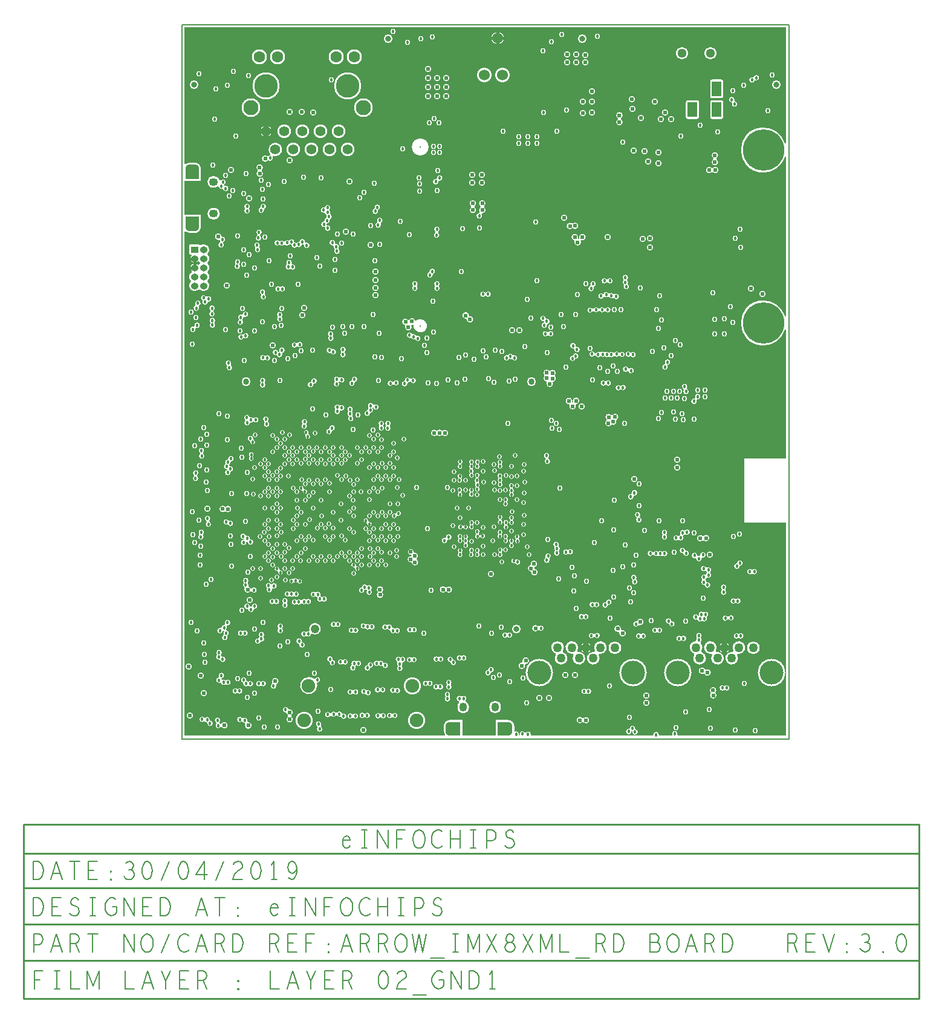
<source format=gbr>
G04 ================== begin FILE IDENTIFICATION RECORD ==================*
G04 Layout Name:  D:/ml/database/eI_Arrow_IMX8XML_RD_LAYOUT1.brd*
G04 Film Name:    L02.gbr*
G04 File Format:  Gerber RS274X*
G04 File Origin:  Cadence Allegro 17.2-S053*
G04 Origin Date:  Tue Jul 23 18:18:29 2019*
G04 *
G04 Layer:  DRAWING FORMAT/L2*
G04 Layer:  DRAWING FORMAT/FILM_LABEL_OUTLINE*
G04 Layer:  VIA CLASS/L2_GND1*
G04 Layer:  PIN/L2_GND1*
G04 Layer:  ETCH/L2_GND1*
G04 Layer:  BOARD GEOMETRY/OUTLINE*
G04 *
G04 Offset:    (0.00 0.00)*
G04 Mirror:    No*
G04 Mode:      Positive*
G04 Rotation:  0*
G04 FullContactRelief:  No*
G04 UndefLineWidth:     5.00*
G04 ================== end FILE IDENTIFICATION RECORD ====================*
%FSLAX25Y25*MOIN*%
%IR0*IPPOS*OFA0.00000B0.00000*MIA0B0*SFA1.00000B1.00000*%
%ADD17C,.01*%
%AMMACRO30*
4,1,24,.0374,-.01722,
.0374,.04085,
-.0374,.04085,
-.0374,-.01722,
-.037042,-.021322,
-.035978,-.0253,
-.034239,-.029033,
-.031878,-.032406,
-.028967,-.035319,
-.025594,-.037682,
-.021863,-.039423,
-.017886,-.04049,
-.013784,-.04085,
-.01378,-.04085,
.01378,-.04085,
.017882,-.040491,
.021859,-.039424,
.025591,-.037684,
.028964,-.035321,
.031875,-.032409,
.034237,-.029036,
.035976,-.025303,
.037042,-.021326,
.0374,-.017224,
.0374,-.01722,
0.0*
%
%ADD30MACRO30*%
%AMMACRO27*
4,1,24,.01722,.0374,
-.04085,.0374,
-.04085,-.0374,
.01722,-.0374,
.021322,-.037042,
.0253,-.035978,
.029033,-.034239,
.032406,-.031878,
.035319,-.028967,
.037682,-.025594,
.039423,-.021863,
.04049,-.017886,
.04085,-.013784,
.04085,-.01378,
.04085,.01378,
.040491,.017882,
.039424,.021859,
.037684,.025591,
.035321,.028964,
.032409,.031875,
.029036,.034237,
.025303,.035976,
.021326,.037042,
.017224,.0374,
.01722,.0374,
0.0*
%
%ADD27MACRO27*%
%ADD18C,.05*%
%ADD12C,.032*%
%ADD34C,.024*%
%ADD15C,.06*%
%ADD14C,.051*%
%ADD24C,.034*%
%ADD33C,.018*%
%ADD21C,.063*%
%ADD23C,.055*%
%ADD20C,.083*%
%ADD31C,.048*%
%ADD32C,.0748*%
%ADD22C,.13*%
%ADD19C,.131*%
%ADD11O,.042X.038*%
%ADD10R,.042X.038*%
%ADD13R,.052X.083*%
%AMMACRO26*
4,1,24,-.01722,-.0374,
.04085,-.0374,
.04085,.0374,
-.01722,.0374,
-.021322,.037042,
-.0253,.035978,
-.029033,.034239,
-.032406,.031878,
-.035319,.028967,
-.037682,.025594,
-.039423,.021863,
-.04049,.017886,
-.04085,.013784,
-.04085,.01378,
-.04085,-.01378,
-.040491,-.017882,
-.039424,-.021859,
-.037684,-.025591,
-.035321,-.028964,
-.032409,-.031875,
-.029036,-.034237,
-.025303,-.035976,
-.021326,-.037042,
-.017224,-.0374,
-.01722,-.0374,
0.0*
%
%ADD26MACRO26*%
%AMMACRO29*
4,1,24,-.0374,.01722,
-.0374,-.04085,
.0374,-.04085,
.0374,.01722,
.037042,.021322,
.035978,.0253,
.034239,.029033,
.031878,.032406,
.028967,.035319,
.025594,.037682,
.021863,.039423,
.017886,.04049,
.013784,.04085,
.01378,.04085,
-.01378,.04085,
-.017882,.040491,
-.021859,.039424,
-.025591,.037684,
-.028964,.035321,
-.031875,.032409,
-.034237,.029036,
-.035976,.025303,
-.037042,.021326,
-.0374,.017224,
-.0374,.01722,
0.0*
%
%ADD29MACRO29*%
%ADD16C,.228*%
%ADD28O,.04921X.04331*%
%ADD25O,.04331X.04921*%
%ADD35C,.015*%
%ADD36C,.025*%
%ADD37C,.005*%
%ADD38C,.03004*%
%ADD43C,.05004*%
%ADD54C,.07004*%
%ADD50C,.08004*%
%ADD39C,.02604*%
%ADD49C,.06304*%
%ADD41C,.03604*%
%ADD47C,.08304*%
%ADD46C,.07504*%
%ADD40C,.04804*%
%ADD53C,.05804*%
%ADD45C,.06704*%
%ADD51C,.06804*%
%ADD42C,.09484*%
%ADD55C,.09296*%
%ADD48C,.10304*%
%ADD44C,.15004*%
%ADD52C,.15104*%
%ADD56O,.06334X.06924*%
G75*
%LPD*%
G75*
G36*
G01X278484Y94718D02*
Y59714D01*
X301690D01*
Y-57910D01*
X241998D01*
G02X241681Y-57413I1J350D01*
G03X241819Y-56784I-1364J629D01*
G03X238815I-1502J0D01*
G03X238953Y-57413I1502J0D01*
G02X238636Y-57910I-318J-147D01*
G01X231848D01*
G02X231502Y-57508I0J350D01*
G03X231519Y-57284I-1485J225D01*
G03X228515I-1502J0D01*
G03X228532Y-57508I1502J1D01*
G02X228186Y-57910I-346J-52D01*
G01X161184D01*
G02X160851Y-57454I0J350D01*
G03X160921Y-57002I-1432J453D01*
G01Y-57000D01*
G03X159419Y-55498I-1502J0D01*
G03X158180Y-56151I0J-1502D01*
G02X157591Y-56132I-288J198D01*
G03X156300Y-55398I-1291J-768D01*
G03X154798Y-56900I0J-1502D01*
G03X154897Y-57435I1502J1D01*
G02X154570Y-57910I-327J-125D01*
G01X154251D01*
X154146Y-57779D01*
X154164Y-57697D01*
X154172Y-57661D01*
X154180Y-57644D01*
G03X154317Y-57017I-1365J627D01*
G01Y-57015D01*
G03X152815Y-55513I-1502J0D01*
G03X152090Y-55700I1J-1502D01*
G01X152071Y-55710D01*
X151862Y-55766D01*
X151810Y-55569D01*
X151811Y-55541D01*
G03X151818Y-55331I-3357J217D01*
G01Y-52575D01*
G03X148454Y-49212I-3364J-1D01*
G01X141644D01*
Y-57910D01*
X123176D01*
Y-49212D01*
X116366D01*
G03X113002Y-52575I0J-3364D01*
G01Y-55331D01*
G03X113676Y-57350I3364J1D01*
G02X113396Y-57910I-280J-210D01*
G01X-29946D01*
Y219737D01*
G02X-29361Y219996I350J0D01*
G03X-27100Y219122I2262J2490D01*
G01X-24344D01*
G03X-20980Y222486I0J3364D01*
G01Y229296D01*
X-29946D01*
Y247764D01*
X-20980D01*
Y254574D01*
G03X-24344Y257938I-3364J0D01*
G01X-27100D01*
G03X-29361Y257064I1J-3364D01*
G02X-29946Y257323I-235J259D01*
G01Y332500D01*
X301690D01*
Y268726D01*
G02X301007Y268619I-350J0D01*
G03X289190Y277256I-11817J-3765D01*
G03Y252452I0J-12402D01*
G03X301007Y261089I0J12402D01*
G02X301690Y260982I333J-107D01*
G01Y173450D01*
G02X301007Y173343I-350J0D01*
G03X289190Y181980I-11817J-3765D01*
G03Y157176I0J-12402D01*
G03X301007Y165813I0J12402D01*
G02X301690Y165706I333J-107D01*
G01Y94718D01*
X278484D01*
G37*
%LPC*%
G75*
G36*
G01X208954Y282409D02*
G02X207998Y284000I846J1591D01*
G02X211602I1802J0D01*
G02X210646Y282409I-1802J0D01*
G03Y281791I164J-309D01*
G02X211602Y280200I-846J-1591D01*
G02X207998I-1802J0D01*
G02X208954Y281791I1802J0D01*
G03Y282409I-164J309D01*
G37*
G36*
G01X17472Y262502D02*
G02X16347Y265181I2627J2679D01*
G02X20099Y261429I3752J0D01*
G02X18938Y261613I0J3752D01*
G03X18521Y261114I-109J-333D01*
G02X18702Y260400I-1321J-715D01*
G02X17200Y258898I-1502J0D01*
G02X16414Y259120I0J1502D01*
G03X15950Y259030I-183J-298D01*
G02X14500Y258298I-1450J1070D01*
G02Y261902I0J1802D01*
G02X15679Y261463I0J-1803D01*
G03X16152Y261476I229J264D01*
G02X17200Y261902I1048J-1076D01*
G01X17222D01*
G03X17472Y262502I5J350D01*
G37*
G36*
G01X261496Y260367D02*
G02X260615Y261916I921J1549D01*
G02X264219I1802J0D01*
G02X263338Y260367I-1802J0D01*
G03Y259765I178J-301D01*
G02X264219Y258216I-921J-1549D01*
G02X260615I-1802J0D01*
G02X261496Y259765I1802J0D01*
G03Y260367I-178J301D01*
G37*
G36*
G01X109217Y249268D02*
G02X109199Y249499I1484J232D01*
G02X110701Y247997I1502J0D01*
G02X110400Y248027I-2J1502D01*
G03X109984Y247631I-70J-343D01*
G02X110002Y247400I-1484J-232D01*
G02X108500Y248902I-1502J0D01*
G02X108801Y248872I2J-1502D01*
G03X109217Y249268I70J343D01*
G37*
G36*
G01X-14206Y244123D02*
G02Y250457I0J3167D01*
G01X-13616D01*
G02X-10563Y248134I0J-3168D01*
G03X-9938Y248029I337J93D01*
G02X-8700Y248680I1238J-852D01*
G02X-7198Y247178I0J-1502D01*
G02X-8056Y245821I-1502J0D01*
G03X-8242Y245407I150J-316D01*
G02X-8232Y245368I-1450J-393D01*
G03X-7782Y245125I339J89D01*
G02X-7306Y245202I475J-1425D01*
G02Y242198I0J-1502D01*
G02X-8759Y243321I0J1501D01*
G03X-9209Y243564I-339J-89D01*
G02X-9685Y243487I-475J1425D01*
G02X-11134Y244594I0J1502D01*
G03X-11685Y244780I-338J-92D01*
G02X-13616Y244123I-1931J2509D01*
G01X-14206D01*
G37*
G36*
G01X133212Y233909D02*
G02X132398Y235416I988J1507D01*
G02X136002I1802J0D01*
G02X135188Y233909I-1802J0D01*
G03Y233323I191J-293D01*
G02X136002Y231816I-988J-1507D01*
G02X134200Y230014I-1802J0D01*
G02X134038Y230021I-3J1802D01*
G03X133720Y229472I-31J-348D01*
G02X133992Y228610I-1230J-862D01*
G02X132490Y230112I-1502J0D01*
G01X132521D01*
G03X132800Y230682I7J350D01*
G02X132398Y231816I1400J1134D01*
G02X133212Y233323I1802J0D01*
G03Y233909I-191J293D01*
G37*
G36*
G01X47015Y233269D02*
G03X47423Y233506I74J342D01*
G02X48855Y234556I1432J-451D01*
G02X50357Y233054I0J-1502D01*
G02X49934Y232009I-1502J0D01*
G03X49946Y231511I251J-243D01*
G02X50419Y230416I-1029J-1094D01*
G02X50318Y229875I-1502J0D01*
G03X50468Y229447I327J-126D01*
G02X51212Y228150I-759J-1297D01*
G02X50247Y226747I-1502J0D01*
G03X50036Y226321I125J-327D01*
G02X50098Y225895I-1440J-427D01*
G02X48644Y224394I-1502J0D01*
G03X48306Y224022I11J-350D01*
G02X48309Y223926I-1499J-95D01*
G02X48288Y223674I-1502J-2D01*
G03X48702Y223272I345J-59D01*
G02X49000Y223302I299J-1472D01*
G02X47498Y221800I0J-1502D01*
G02X47519Y222052I1502J2D01*
G03X47105Y222454I-345J59D01*
G02X46807Y222424I-299J1472D01*
G02X45305Y223926I0J1502D01*
G02X46759Y225427I1502J0D01*
G03X47097Y225799I-11J350D01*
G02X47094Y225895I1499J95D01*
G02X48059Y227298I1502J0D01*
G03X48270Y227724I-125J327D01*
G02X48208Y228150I1440J427D01*
G02X48309Y228691I1502J0D01*
G03X48159Y229119I-327J126D01*
G02X47454Y230074I758J1297D01*
G03X47036Y230336I-341J-79D01*
G02X46701Y230298I-336J1464D01*
G02Y233302I0J1502D01*
G02X47015Y233269I1J-1502D01*
G37*
G36*
G01X108335Y219925D02*
G02X107698Y221153I865J1228D01*
G02X110702I1502J0D01*
G02X109903Y219826I-1501J0D01*
G03X109865Y219231I164J-309D01*
G02X110502Y218003I-865J-1228D01*
G02X107498I-1502J0D01*
G02X108297Y219330I1501J0D01*
G03X108335Y219925I-164J309D01*
G37*
G36*
G01X10191Y218333D02*
G02X9617Y219514I928J1181D01*
G02X12621I1502J0D01*
G02X11788Y218169I-1502J0D01*
G03X11728Y217581I156J-313D01*
G02X12302Y216400I-928J-1181D01*
G02X9298I-1502J0D01*
G02X10131Y217745I1502J0D01*
G03X10191Y218333I-156J313D01*
G37*
G36*
G01X-10958Y215369D02*
G02X-11400Y215314I-442J1747D01*
G02Y218918I0J1802D01*
G02X-9627Y217437I0J-1802D01*
G03X-9253Y217151I344J63D01*
G02X-9129Y217156I122J-1497D01*
G02X-7627Y215654I0J-1502D01*
G02X-8604Y214247I-1502J0D01*
G03X-8727Y213670I123J-328D01*
G02X-8279Y212600I-1054J-1070D01*
G02X-11283I-1502J0D01*
G02X-10306Y214007I1502J0D01*
G03X-10183Y214584I-123J328D01*
G02X-10543Y215148I1054J1070D01*
G03X-10958Y215369I-329J-118D01*
G37*
G36*
G01X187741Y216198D02*
G02X187598Y216900I1659J703D01*
G02X189400Y215098I1802J0D01*
G02X188882Y215174I0J1803D01*
G03X188459Y214702I-101J-335D01*
G02X188602Y214000I-1659J-703D01*
G02X184998I-1802J0D01*
G02X185123Y214658I1802J-1D01*
G03X184862Y215130I-326J128D01*
G02X183398Y216900I338J1770D01*
G02X187002I1802J0D01*
G02X186877Y216242I-1802J1D01*
G03X187138Y215770I326J-128D01*
G02X187318Y215726I-337J-1770D01*
G03X187741Y216198I101J335D01*
G37*
G36*
G01X31927Y213737D02*
G02X33110Y214317I1186J-922D01*
G03X33455Y214612I-1J350D01*
G02X34938Y215877I1483J-237D01*
G02X36440Y214375I0J-1502D01*
G02X36416Y214110I-1502J2D01*
G03X36885Y213721I344J-62D01*
G02X37417Y213818I531J-1405D01*
G02X35915Y212316I0J-1502D01*
G02X35939Y212581I1502J-2D01*
G03X35470Y212970I-344J62D01*
G02X34941Y212873I-531J1405D01*
G03X34596Y212578I1J-350D01*
G02X33113Y211313I-1483J237D01*
G02X32276Y211568I0J1501D01*
G03X31805Y211492I-195J-291D01*
G02X30619Y210912I-1186J923D01*
G02X29117Y212389I0J1502D01*
G03X28817Y212730I-350J-5D01*
G02X28223Y212951I215J1486D01*
G03X27748Y212857I-188J-295D01*
G02X26517Y212216I-1231J862D01*
G02X25452Y212659I0J1502D01*
G03X24923Y212621I-248J-247D01*
G02X23717Y212014I-1206J895D01*
G02X22613Y212498I0J1501D01*
G03X22129Y212528I-258J-237D01*
G02X21159Y212172I-971J1146D01*
G02Y215176I0J1502D01*
G02X22263Y214692I0J-1501D01*
G03X22747Y214662I258J237D01*
G02X23717Y215018I971J-1146D01*
G02X24782Y214575I0J-1502D01*
G03X25311Y214613I248J247D01*
G02X26517Y215220I1206J-895D01*
G02X27327Y214983I0J-1503D01*
G03X27802Y215077I188J295D01*
G02X29033Y215718I1231J-862D01*
G02X30535Y214241I0J-1502D01*
G03X30835Y213900I350J5D01*
G02X31456Y213661I-216J-1486D01*
G03X31927Y213737I195J291D01*
G37*
G36*
G01X51816Y212332D02*
G02X51502Y212299I-313J1469D01*
G02X53004Y213801I0J1502D01*
G02X52970Y213485I-1502J2D01*
G03X53386Y213069I342J-74D01*
G02X53700Y213102I313J-1469D01*
G02X55202Y211600I0J-1502D01*
G02X54945Y210759I-1502J-1D01*
G03X55020Y210287I290J-196D01*
G02X55602Y209100I-919J-1187D01*
G02X52598I-1502J0D01*
G02X52855Y209941I1502J1D01*
G03X52780Y210413I-290J196D01*
G02X52198Y211600I919J1187D01*
G02X52232Y211916I1502J-2D01*
G03X51816Y212332I-342J74D01*
G37*
G36*
G01X201109Y183880D02*
G02X199700Y182898I-1409J520D01*
G02Y185902I0J1502D01*
G02X200643Y185569I0J-1502D01*
G03X201191Y185720I220J272D01*
G02X202600Y186702I1409J-520D01*
G02X203935Y185888I0J-1502D01*
G03X204464Y185775I311J161D01*
G02X205400Y186102I936J-1176D01*
G02X206653Y185429I0J-1503D01*
G03X207144Y185334I292J193D01*
G02X208000Y185602I856J-1233D01*
G02Y182598I0J-1502D01*
G02X206747Y183271I0J1503D01*
G03X206256Y183366I-292J-193D01*
G02X205400Y183098I-856J1233D01*
G02X204065Y183912I0J1502D01*
G03X203536Y184025I-311J-161D01*
G02X202600Y183698I-936J1176D01*
G02X201657Y184031I0J1502D01*
G03X201109Y183880I-220J-272D01*
G37*
G36*
G01X-15602Y176457D02*
G02X-16285Y177716I819J1259D01*
G02X-13281I1502J0D01*
G02X-13978Y176448I-1502J0D01*
G03X-13981Y175859I188J-295D01*
G02X-13298Y174600I-819J-1259D01*
G02X-16302I-1502J0D01*
G02X-15605Y175868I1502J0D01*
G03X-15602Y176457I-188J295D01*
G37*
G36*
G01X195077Y176000D02*
G02X193700Y175098I-1377J600D01*
G02Y178102I0J1502D01*
G02X194986Y177375I0J-1501D01*
G03X195607Y177416I300J181D01*
G02X196984Y178318I1377J-600D01*
G02X198292Y177555I0J-1503D01*
G03X198900Y177552I305J172D01*
G02X200200Y178302I1300J-752D01*
G02X201498Y177556I0J-1502D01*
G03X202102I302J177D01*
G02X203400Y178302I1298J-756D01*
G02Y175298I0J-1502D01*
G02X202102Y176044I0J1502D01*
G03X201498I-302J-177D01*
G02X200200Y175298I-1298J756D01*
G02X198892Y176061I0J1503D01*
G03X198284Y176064I-305J-172D01*
G02X196984Y175314I-1300J752D01*
G02X195698Y176041I0J1501D01*
G03X195077Y176000I-300J-181D01*
G37*
G36*
G01X2116Y174441D02*
G02X3617Y175902I1501J-41D01*
G02Y172898I0J-1502D01*
G02X3091Y172993I0J1502D01*
G03X2618Y172675I-123J-328D01*
G02X1995Y171497I-1501J40D01*
G03X1935Y170984I204J-284D01*
G02X2302Y170000I-1136J-984D01*
G02X-702I-1502J0D01*
G02X-78Y171219I1503J0D01*
G03X-18Y171732I-204J284D01*
G02X-385Y172716I1136J984D01*
G02X1117Y174218I1502J0D01*
G02X1643Y174123I0J-1502D01*
G03X2116Y174441I123J328D01*
G37*
G36*
G01X93223Y171343D02*
G03X93792Y171376I273J219D01*
G02X95317Y172218I1525J-960D01*
G02X97044Y170930I0J-1802D01*
G03X97609Y170766I335J100D01*
G02X96369Y168349I2408J-2762D01*
G03X95906Y168713I-348J33D01*
G02X95317Y168614I-589J1703D01*
G01X95300D01*
G03X94991Y168094I-3J-350D01*
G02X95219Y167216I-1574J-877D01*
G02X91615I-1802J0D01*
G02X91772Y167952I1802J0D01*
G03X91512Y168440I-319J143D01*
G02X90015Y170216I305J1776D01*
G02X91817Y172018I1802J0D01*
G02X93223Y171343I0J-1802D01*
G37*
G36*
G01X-24449Y167885D02*
G02X-24504Y168286I1447J403D01*
G02X-23002Y166784I1502J0D01*
G02X-23499Y166869I1J1502D01*
G03X-23953Y166445I-117J-330D01*
G02X-23898Y166044I-1447J-403D01*
G02X-25400Y167546I-1502J0D01*
G02X-24903Y167461I-1J-1502D01*
G03X-24449Y167885I117J330D01*
G37*
G36*
G01X184501Y155528D02*
G02X184200Y155498I-299J1472D01*
G02X185702Y157000I0J1502D01*
G02X185683Y156764I-1502J2D01*
G03X186099Y156366I346J-55D01*
G02X186400Y156396I299J-1472D01*
G02X184898Y154894I0J-1502D01*
G02X184917Y155130I1502J-2D01*
G03X184501Y155528I-346J55D01*
G37*
G36*
G01X206457Y153241D02*
G03X206986Y153284I246J249D01*
G02X208200Y153902I1214J-883D01*
G02X209475Y153194I0J-1502D01*
G03X210042Y153156I297J185D01*
G02X211200Y153702I1158J-955D01*
G02Y150698I0J-1502D01*
G02X209925Y151406I0J1502D01*
G03X209358Y151444I-297J-185D01*
G02X208200Y150898I-1158J955D01*
G02X207143Y151333I0J1502D01*
G03X206614Y151290I-246J-249D01*
G02X205400Y150672I-1214J883D01*
G02X204395Y151058I0J1501D01*
G03X203927I-234J-260D01*
G02X202922Y150672I-1005J1115D01*
G02X201884Y151089I1J1502D01*
G03X201431Y151115I-242J-253D01*
G02X200526Y150812I-905J1200D01*
G02X199610Y151124I0J1501D01*
G03X199157Y151102I-214J-277D01*
G02X198128Y150694I-1029J1094D01*
G02X196738Y151626I0J1503D01*
G03X196110Y151664I-323J-133D01*
G02X194800Y150898I-1310J737D01*
G02Y153902I0J1502D01*
G02X196190Y152970I0J-1503D01*
G03X196818Y152932I323J133D01*
G02X198128Y153698I1310J-737D01*
G02X199044Y153386I0J-1501D01*
G03X199497Y153408I214J277D01*
G02X200526Y153816I1029J-1094D01*
G02X201564Y153399I-1J-1502D01*
G03X202017Y153373I242J253D01*
G02X202922Y153676I905J-1200D01*
G02X203927Y153290I0J-1501D01*
G03X204395I234J260D01*
G02X205400Y153676I1005J-1115D01*
G02X206457Y153241I0J-1502D01*
G37*
G36*
G01X214201Y142980D02*
G02X213200Y142598I-1001J1121D01*
G02Y145602I0J1502D01*
G02X214626Y144571I0J-1502D01*
G03X215191Y144420I332J110D01*
G02X216192Y144802I1001J-1121D01*
G02Y141798I0J-1502D01*
G02X214766Y142829I0J1502D01*
G03X214201Y142980I-332J-110D01*
G37*
G36*
G01X91523Y137948D02*
G02X91515Y138100I1494J155D01*
G02X93017Y139602I1502J0D01*
G02X94347Y138798I0J-1502D01*
G03X94930Y138741I310J162D01*
G02X96100Y139302I1171J-941D01*
G02Y136298I0J-1502D01*
G02X94770Y137102I0J1502D01*
G03X94187Y137159I-310J-162D01*
G02X93133Y136602I-1171J940D01*
G03X92811Y136218I26J-349D01*
G02X92819Y136066I-1494J-155D01*
G02X89815I-1502J0D01*
G02X91201Y137564I1503J0D01*
G03X91523Y137948I-26J349D01*
G37*
G36*
G01X84864Y135651D02*
G02X83517Y134814I-1347J665D01*
G02Y137818I0J1502D01*
G02X84723Y137211I0J-1502D01*
G03X85318Y137265I281J209D01*
G02X86665Y138102I1347J-665D01*
G02Y135098I0J-1502D01*
G02X85459Y135705I0J1502D01*
G03X84864Y135651I-281J-209D01*
G37*
G36*
G01X251645Y128352D02*
G02X251498Y129000I1355J648D01*
G02X253000Y127498I1502J0D01*
G02X252652Y127539I1J1502D01*
G03X252255Y127048I-81J-341D01*
G02X252402Y126400I-1355J-648D01*
G02X250900Y127902I-1502J0D01*
G02X251248Y127861I-1J-1502D01*
G03X251645Y128352I81J341D01*
G37*
G36*
G01X71429Y123039D02*
G02X71124Y123946I1196J907D01*
G02X72626Y125448I1502J0D01*
G02X74037Y124461I0J-1502D01*
G03X74599Y124320I329J120D01*
G02X75600Y124702I1001J-1121D01*
G02Y121698I0J-1502D01*
G02X74120Y122944I0J1502D01*
G03X73810Y123021I-172J-31D01*
G02X73713Y122909I-1183J926D01*
G03X73687Y122456I253J-242D01*
G02X73992Y121549I-1196J-907D01*
G02X72611Y120052I-1502J0D01*
G03X72289Y119719I28J-349D01*
G02X70789Y118287I-1500J70D01*
G02X69287Y119789I0J1502D01*
G02X70668Y121286I1502J0D01*
G03X70990Y121619I-28J349D01*
G02X71403Y122586I1500J-69D01*
G03X71429Y123039I-253J242D01*
G37*
G36*
G01X169090Y95093D02*
G02X168115Y96500I528J1407D01*
G02X171119I1502J0D01*
G02X170535Y95311I-1502J0D01*
G03X170627Y94707I214J-276D01*
G02X171602Y93300I-528J-1407D01*
G02X168598I-1502J0D01*
G02X169182Y94489I1502J0D01*
G03X169090Y95093I-214J276D01*
G37*
G36*
G01X121208Y92095D02*
G02X120753Y93084I847J989D01*
G02X123357I1302J0D01*
G02X122745Y91980I-1302J0D01*
G03X122703Y91418I186J-296D01*
G02X123158Y90429I-847J-989D01*
G02X120554I-1302J0D01*
G02X121166Y91533I1302J0D01*
G03X121208Y92095I-186J296D01*
G37*
G36*
G01X130631Y84516D02*
G02X130082Y85578I753J1062D01*
G02X132686I1302J0D01*
G02X131975Y84418I-1302J0D01*
G03X131931Y83820I158J-312D01*
G02X132480Y82758I-753J-1062D01*
G02X132168Y81913I-1302J1D01*
G03X132232Y81400I266J-227D01*
G02X132780Y80339I-753J-1061D01*
G02X132320Y79346I-1302J0D01*
G03X132302Y78828I226J-267D01*
G02X132696Y77895I-908J-933D01*
G02X130092I-1302J0D01*
G02X130552Y78888I1302J0D01*
G03X130570Y79406I-226J267D01*
G02X130176Y80339I908J933D01*
G02X130488Y81184I1302J-1D01*
G03X130424Y81697I-266J227D01*
G02X129876Y82758I753J1061D01*
G02X130587Y83918I1302J0D01*
G03X130631Y84516I-158J312D01*
G37*
G36*
G01X149468Y78882D02*
G02X148934Y79933I767J1051D01*
G02X151538I1302J0D01*
G02X151041Y78910I-1301J0D01*
G03X151051Y78352I216J-275D01*
G02X151585Y77301I-767J-1051D01*
G02X151221Y76398I-1302J0D01*
G03X151228Y75906I252J-242D01*
G02X151619Y74976I-911J-930D01*
G02X149015I-1302J0D01*
G02X149379Y75879I1302J0D01*
G03X149372Y76371I-252J242D01*
G02X148981Y77301I911J930D01*
G02X149478Y78324I1301J0D01*
G03X149468Y78882I-216J275D01*
G37*
G36*
G01X34752Y77316D02*
G02X34404Y77269I-347J1255D01*
G02X35706Y78571I0J1302D01*
G02X35663Y78241I-1302J2D01*
G03X36096Y77815I339J-89D01*
G02X36444Y77862I347J-1255D01*
G02X35142Y76560I0J-1302D01*
G02X35185Y76890I1302J-2D01*
G03X34752Y77316I-339J89D01*
G37*
G36*
G01X121074Y76574D02*
G02X120491Y77660I720J1086D01*
G02X123095I1302J0D01*
G02X122646Y76676I-1303J0D01*
G03X122682Y76120I229J-264D01*
G02X123265Y75034I-720J-1086D01*
G02X120661I-1302J0D01*
G02X121110Y76018I1303J0D01*
G03X121074Y76574I-229J264D01*
G37*
G36*
G01X86717Y64689D02*
G02X88017Y65918I1300J-73D01*
G02Y63314I0J-1302D01*
G02X87450Y63444I0J1301D01*
G03X86948Y63148I-153J-315D01*
G02X85648Y61919I-1300J73D01*
G02Y64523I0J1302D01*
G02X86215Y64393I0J-1301D01*
G03X86717Y64689I153J315D01*
G37*
G36*
G01X143292Y61323D02*
G02X142697Y62416I706J1093D01*
G02X145301I1302J0D01*
G02X144767Y61365I-1301J0D01*
G03X144783Y60788I206J-283D01*
G02X145378Y59695I-706J-1093D01*
G02X142774I-1302J0D01*
G02X143308Y60746I1301J0D01*
G03X143292Y61323I-206J283D01*
G37*
G36*
G01X149521Y61200D02*
G02X149015Y62230I795J1030D01*
G02X151619I1302J0D01*
G02X151113Y61200I-1301J0D01*
G03Y60646I214J-277D01*
G02X151619Y59616I-795J-1030D01*
G02X149015I-1302J0D01*
G02X149521Y60646I1301J0D01*
G03Y61200I-214J277D01*
G37*
G36*
G01X-17888Y60418D02*
G02X-18802Y61800I588J1382D01*
G02X-15798I1502J0D01*
G02X-16306Y60674I-1502J0D01*
G03X-16212Y60089I231J-263D01*
G02X-15298Y58707I-588J-1382D01*
G02X-18302I-1502J0D01*
G02X-17794Y59833I1502J0D01*
G03X-17888Y60418I-231J263D01*
G37*
G36*
G01X70325Y59432D02*
G02X70015Y59395I-308J1265D01*
G02X71317Y60697I0J1302D01*
G02X71283Y60400I-1302J-1D01*
G03X71707Y59981I341J-79D01*
G02X72017Y60018I308J-1265D01*
G02X70715Y58716I0J-1302D01*
G02X70749Y59013I1302J1D01*
G03X70325Y59432I-341J79D01*
G37*
G36*
G01X146460Y58641D02*
G02X145924Y59694I766J1053D01*
G02X148528I1302J0D01*
G02X147985Y58636I-1302J0D01*
G03X147983Y58069I204J-284D01*
G02X148519Y57016I-766J-1053D01*
G02X145915I-1302J0D01*
G02X146458Y58074I1302J0D01*
G03X146460Y58641I-204J284D01*
G37*
G36*
G01X123260Y56464D02*
G02X122156Y55853I-1104J692D01*
G02Y58457I0J1302D01*
G02X123295Y57787I0J-1303D01*
G03X123897Y57771I306J170D01*
G02X125001Y58382I1104J-692D01*
G02Y55778I0J-1302D01*
G02X123862Y56448I0J1303D01*
G03X123260Y56464I-306J-170D01*
G37*
G36*
G01X130685Y53490D02*
G02X130117Y54565I733J1075D01*
G02X132721I1302J0D01*
G02X132204Y53527I-1302J1D01*
G03X132218Y52958I211J-279D01*
G02X132586Y52576I-734J-1075D01*
G03X133208Y52634I296J186D01*
G02X134420Y53459I1212J-478D01*
G02Y50855I0J-1302D01*
G02X133318Y51464I0J1302D01*
G03X132696Y51406I-296J-186D01*
G02X131484Y50581I-1212J478D01*
G02X130182Y51883I0J1302D01*
G02X130699Y52921I1302J-1D01*
G03X130685Y53490I-211J279D01*
G37*
G36*
G01X245520Y55260D02*
G03X245969Y55325I186J296D01*
G02X247097Y55836I1129J-991D01*
G02Y52832I0J-1502D01*
G02X246298Y53062I0J1503D01*
G03X245849Y52997I-186J-296D01*
G02X244991Y52510I-1129J990D01*
G03X244765Y51968I63J-344D01*
G02X245030Y51116I-1237J-852D01*
G02X243528Y49614I-1502J0D01*
G02X242555Y49972I0J1501D01*
G03X242101I-227J-267D01*
G02X241128Y49614I-973J1143D01*
G02Y52618I0J1502D01*
G02X242101Y52260I0J-1501D01*
G03X242555I227J267D01*
G02X243258Y52594I974J-1143D01*
G03X243484Y53136I-63J344D01*
G02X243219Y53988I1237J852D01*
G02X244721Y55490I1502J0D01*
G02X245520Y55260I0J-1503D01*
G37*
G36*
G01X114227Y51425D02*
G02X114215Y51616I1490J189D01*
G02X115717Y50114I1502J0D01*
G02X115260Y50185I-1J1502D01*
G03X114807Y49807I-106J-333D01*
G02X114819Y49616I-1490J-189D01*
G02X113317Y51118I-1502J0D01*
G02X113774Y51047I1J-1502D01*
G03X114227Y51425I106J333D01*
G37*
G36*
G01X149516Y48391D02*
G02X148994Y49434I781J1043D01*
G02X151598I1302J0D01*
G02X151045Y48369I-1302J0D01*
G03X151037Y47803I202J-286D01*
G02X151559Y46760I-781J-1043D01*
G02X148955I-1302J0D01*
G02X149508Y47825I1302J0D01*
G03X149516Y48391I-202J286D01*
G37*
G36*
G01X143353Y43402D02*
G02X142820Y44453I770J1051D01*
G02X145424I1302J0D01*
G02X144856Y43378I-1301J0D01*
G03X144847Y42806I197J-289D01*
G02X145380Y41755I-770J-1051D01*
G02X142776I-1302J0D01*
G02X143344Y42830I1301J0D01*
G03X143353Y43402I-197J289D01*
G37*
G36*
G01X228117Y41761D02*
G02X226817Y41012I-1300J754D01*
G02Y44016I0J1502D01*
G02X228113Y43274I0J-1503D01*
G03X228717Y43275I302J177D01*
G02X230017Y44024I1300J-754D01*
G02X231050Y43613I1J-1502D01*
G03X231290Y43612I121J127D01*
G02X232317Y44018I1027J-1096D01*
G02X233291Y43659I0J-1501D01*
G03X233745I227J267D01*
G02X234717Y44016I972J-1145D01*
G02Y41012I0J-1502D01*
G02X233743Y41371I0J1501D01*
G03X233289I-227J-267D01*
G02X232317Y41014I-972J1145D01*
G02X231284Y41425I-1J1502D01*
G03X231044Y41426I-121J-127D01*
G02X230017Y41020I-1027J1096D01*
G02X228721Y41762I0J1503D01*
G03X228117Y41761I-302J-177D01*
G37*
G36*
G01X254335Y41487D02*
G02X254315Y41732I1482J244D01*
G02X255817Y40230I1502J0D01*
G02X255515Y40261I2J1502D01*
G03X255099Y39861I-71J-343D01*
G02X255119Y39616I-1482J-244D01*
G02X252115I-1502J0D01*
G02X252116Y39658I1502J-15D01*
G03X251649Y39998I-350J10D01*
G02X251146Y39911I-504J1415D01*
G02X252648Y41413I0J1502D01*
G02X252647Y41371I-1502J15D01*
G03X253114Y41031I350J-10D01*
G02X253617Y41118I504J-1415D01*
G02X253919Y41087I-2J-1502D01*
G03X254335Y41487I71J343D01*
G37*
G36*
G01X63521Y34952D02*
G02X63207Y34914I-312J1264D01*
G02X64509Y36216I0J1302D01*
G02X64468Y35891I-1302J-1D01*
G03X64891Y35465I339J-87D01*
G02X65205Y35503I312J-1264D01*
G02X63903Y34201I0J-1302D01*
G02X63944Y34526I1302J1D01*
G03X63521Y34952I-339J87D01*
G37*
G36*
G01X21252Y32849D02*
G02X20924Y32807I-328J1260D01*
G02X22226Y34109I0J1302D01*
G02X22166Y33719I-1302J1D01*
G03X22589Y33276I334J-104D01*
G02X22917Y33318I328J-1260D01*
G02X21615Y32016I0J-1302D01*
G02X21675Y32406I1302J-1D01*
G03X21252Y32849I-334J104D01*
G37*
G36*
G01X2661Y26629D02*
G02X2303Y27602I1143J973D01*
G02X5307I1502J0D01*
G02X4949Y26629I-1501J0D01*
G03Y26175I267J-227D01*
G02X5307Y25202I-1143J-973D01*
G02X5239Y24756I-1502J1D01*
G03X5453Y24324I334J-103D01*
G02X6508Y23296I-620J-1692D01*
G03X7114Y23215I326J129D01*
G02X8317Y23818I1203J-899D01*
G02Y20814I0J-1502D01*
G02X6972Y21648I0J1502D01*
G03X6361Y21678I-314J-155D01*
G02X4833Y20830I-1528J953D01*
G02X3031Y22632I0J1802D01*
G02X3217Y23430I1802J1D01*
G03X3074Y23890I-314J155D01*
G02X2303Y25202I731J1312D01*
G02X2661Y26175I1501J0D01*
G03Y26629I-267J227D01*
G37*
G36*
G01X15478Y23615D02*
G02X14898Y24800I922J1186D01*
G02X16400Y26302I1502J0D01*
G02X17644Y25642I0J-1502D01*
G03X18211Y25624I290J196D01*
G02X19399Y26207I1188J-919D01*
G02Y23203I0J-1502D01*
G02X18751Y23350I0J1502D01*
G03X18260Y22952I-151J-316D01*
G02X18302Y22600I-1460J-353D01*
G02X15298I-1502J0D01*
G02X15519Y23385I1502J1D01*
G03X15478Y23615I-149J92D01*
G37*
G36*
G01X269482Y6140D02*
G02X268167Y5364I-1315J726D01*
G02Y8368I0J1502D01*
G02X269407Y7714I0J-1503D01*
G03X270002Y7742I289J197D01*
G02X271317Y8518I1315J-726D01*
G02Y5514I0J-1502D01*
G02X270077Y6168I0J1503D01*
G03X269482Y6140I-289J-197D01*
G37*
G36*
G01X-7527Y3697D02*
G02X-7702Y4400I1327J704D01*
G02X-6200Y2898I1502J0D01*
G02X-6414Y2913I-2J1502D01*
G03X-6773Y2403I-50J-346D01*
G02X-6598Y1700I-1327J-704D01*
G02X-7034Y641I-1502J-1D01*
G03X-6832Y48I248J-246D01*
G02X-5529Y-1441I-199J-1489D01*
G02X-6283Y-2743I-1501J0D01*
G03X-6428Y-3189I175J-303D01*
G02X-6298Y-3800I-1371J-611D01*
G02X-9302I-1502J0D01*
G02X-8548Y-2498I1501J0D01*
G03X-8403Y-2052I-175J303D01*
G02X-8533Y-1441I1371J611D01*
G02X-8097Y-382I1502J1D01*
G03X-8299Y211I-248J246D01*
G02X-8465Y243I201J1489D01*
G03X-8900Y-78I-86J-339D01*
G02X-10400Y-1502I-1500J78D01*
G02Y1502I0J1502D01*
G02X-10035Y1457I0J-1503D01*
G03X-9600Y1778I86J339D01*
G02X-8100Y3202I1500J-78D01*
G02X-7886Y3187I2J-1502D01*
G03X-7527Y3697I50J346D01*
G37*
G36*
G01X209333Y-610D02*
G02X208817Y-686I-518J1726D01*
G02X210619Y1116I0J1802D01*
G02X210562Y665I-1802J-1D01*
G03X211001Y242I339J-88D01*
G02X211517Y318I518J-1726D01*
G02X209715Y-1484I0J-1802D01*
G02X209772Y-1033I1802J1D01*
G03X209333Y-610I-339J88D01*
G37*
G36*
G01X195692Y-3578D02*
G02X194417Y-4286I-1275J794D01*
G02Y-1282I0J1502D01*
G02X195616Y-1879I0J-1503D01*
G03X196192Y-1853I279J211D01*
G02X197467Y-1145I1275J-794D01*
G02Y-4149I0J-1502D01*
G02X196268Y-3552I0J1503D01*
G03X195692Y-3578I-279J-211D01*
G37*
G36*
G01X272719Y-11237D02*
G02X272139Y-9307I2921J1930D01*
G02X275641Y-12809I3502J0D01*
G02X274984Y-12747I-1J3502D01*
G03X274626Y-13283I-66J-344D01*
G02X275206Y-15213I-2921J-1930D01*
G02X271704Y-11711I-3502J0D01*
G02X272361Y-11773I1J-3502D01*
G03X272719Y-11237I66J344D01*
G37*
G36*
G01X260550Y-12747D02*
G02X259893Y-12809I-656J3440D01*
G02X263395Y-9307I0J3502D01*
G02X262815Y-11237I-3501J0D01*
G03X263173Y-11773I292J-192D01*
G02X263830Y-11711I656J-3440D01*
G02X260328Y-15213I0J-3502D01*
G02X260908Y-13283I3501J0D01*
G03X260550Y-12747I-292J192D01*
G37*
G36*
G01X196373Y-11237D02*
G02X195793Y-9307I2921J1930D01*
G02X199295Y-12809I3502J0D01*
G02X198638Y-12747I-1J3502D01*
G03X198280Y-13283I-66J-344D01*
G02X198860Y-15213I-2921J-1930D01*
G02X195358Y-11711I-3502J0D01*
G02X196015Y-11773I1J-3502D01*
G03X196373Y-11237I66J344D01*
G37*
G36*
G01X184204Y-12747D02*
G02X183547Y-12809I-656J3440D01*
G02X187049Y-9307I0J3502D01*
G02X186469Y-11237I-3501J0D01*
G03X186827Y-11773I292J-192D01*
G02X187484Y-11711I656J-3440D01*
G02X183982Y-15213I0J-3502D01*
G02X184562Y-13283I3501J0D01*
G03X184204Y-12747I-292J192D01*
G37*
G36*
G01X122514Y-36292D02*
G03X122986I236J258D01*
G02X124000Y-35898I1014J-1108D01*
G02X125502Y-37400I0J-1502D01*
G02X125042Y-38481I-1502J1D01*
G03X125123Y-39043I243J-252D01*
G02X126817Y-41847I-1474J-2804D01*
G01Y-42437D01*
G02X120483I-3167J0D01*
G01Y-41847D01*
G02X121524Y-39499I3167J1D01*
G03X121329Y-38892I-235J259D01*
G02X119998Y-37400I171J1492D01*
G02X121500Y-35898I1502J0D01*
G02X122514Y-36292I0J-1502D01*
G37*
G36*
G01X25853Y-45078D02*
G02X25769Y-45080I-78J1500D01*
G02Y-42076I0J1502D01*
G02X27196Y-43109I0J-1502D01*
G03X27605Y-43342I333J109D01*
G02X28000Y-43298I396J-1758D01*
G02X29802Y-45100I0J-1802D01*
G02X28921Y-46649I-1802J0D01*
G03Y-47251I178J-301D01*
G02X29802Y-48800I-921J-1549D01*
G02X26198I-1802J0D01*
G02X27079Y-47251I1802J0D01*
G03Y-46649I-178J301D01*
G02X26219Y-45374I921J1549D01*
G03X25853Y-45078I-346J-53D01*
G37*
G36*
G01X50865Y-45356D02*
G02X52192Y-44557I1327J-702D01*
G02X53444Y-45229I0J-1502D01*
G03X54039Y-45211I292J193D01*
G02X55341Y-44458I1302J-749D01*
G02X56790Y-45566I0J-1501D01*
G03X57255Y-45800I338J92D01*
G02X57800Y-45698I544J-1400D01*
G02Y-48702I0J-1502D01*
G02X56351Y-47594I0J1501D01*
G03X55886Y-47360I-338J-92D01*
G02X55341Y-47462I-544J1400D01*
G02X54089Y-46790I0J1502D01*
G03X53494Y-46808I-292J-193D01*
G02X52192Y-47561I-1302J749D01*
G02X50964Y-46924I0J1502D01*
G03X50369Y-46962I-286J-202D01*
G02X49042Y-47761I-1327J702D01*
G02Y-44757I0J1502D01*
G02X50270Y-45394I0J-1502D01*
G03X50865Y-45356I286J202D01*
G37*
G36*
G01X1501Y-50147D02*
G02X563Y-50476I-938J1173D01*
G02Y-47472I0J1502D01*
G02X1859Y-48214I0J-1503D01*
G03X2379Y-48311I302J177D01*
G02X3317Y-47982I938J-1173D01*
G02X4819Y-49484I0J-1502D01*
G02X4733Y-49986I-1502J-1D01*
G03X5085Y-50452I330J-117D01*
G02X5200Y-50448I120J-1798D01*
G02X3398Y-52250I0J-1802D01*
G02X3569Y-51484I1801J0D01*
G03X3265Y-50985I-317J149D01*
G02X2021Y-50244I52J1501D01*
G03X1501Y-50147I-302J-177D01*
G37*
G36*
G01X-12471Y-50727D02*
G02X-13268Y-49401I705J1326D01*
G02X-10264I1502J0D01*
G02X-10750Y-50507I-1501J0D01*
G03X-10678Y-51074I237J-258D01*
G02X-10226Y-51442I-704J-1327D01*
G03X-9644Y-51376I269J223D01*
G02X-8033Y-50382I1611J-808D01*
G02Y-53986I0J-1802D01*
G02X-9527Y-53192I0J1803D01*
G03X-10113Y-53201I-290J-196D01*
G02X-11383Y-53902I-1270J800D01*
G02X-12885Y-52400I0J1502D01*
G02X-12399Y-51294I1501J0D01*
G03X-12471Y-50727I-237J258D01*
G37*
G36*
G01X284773Y303294D02*
G03X284316Y303070I-123J-328D01*
G02X282882Y302016I-1434J449D01*
G02Y305020I0J1502D01*
G02X283409Y304924I-1J-1502D01*
G03X283866Y305148I123J328D01*
G02X285300Y306202I1434J-449D01*
G02Y303198I0J-1502D01*
G02X284773Y303294I1J1502D01*
G37*
G36*
G01X271894Y290729D02*
G03X271592Y291202I-327J124D01*
G02X270198Y292700I108J1498D01*
G02X273202I1502J0D01*
G02X273106Y292171I-1502J-1D01*
G03X273408Y291698I327J-124D01*
G02X274802Y290200I-108J-1498D01*
G02X271798I-1502J0D01*
G02X271894Y290729I1502J1D01*
G37*
G36*
G01X10320Y253263D02*
G03X10303Y253799I-233J261D01*
G02X9615Y255216I1115J1417D01*
G02X13219I1802J0D01*
G02X12614Y253869I-1802J0D01*
G03X12631Y253333I233J-261D01*
G02X13319Y251916I-1115J-1417D01*
G02X9715I-1802J0D01*
G02X10320Y253263I1802J0D01*
G37*
G36*
G01X261235Y252659D02*
G03X260699I-268J-224D01*
G02X259317Y252014I-1382J1158D01*
G02Y255618I0J1802D01*
G02X260699Y254973I0J-1803D01*
G03X261235I268J224D01*
G02X262617Y255618I1382J-1158D01*
G02Y252014I0J-1802D01*
G02X261235Y252659I0J1803D01*
G37*
G36*
G01X128012Y233323D02*
G03Y233909I-191J293D01*
G02X127198Y235416I988J1507D01*
G02X130802I1802J0D01*
G02X129988Y233909I-1802J0D01*
G03Y233323I191J-293D01*
G02X130802Y231816I-988J-1507D01*
G02X127198I-1802J0D01*
G02X128012Y233323I1802J0D01*
G37*
G36*
G01X3347Y232357D02*
G03Y232811I-267J227D01*
G02X2989Y233784I1143J973D01*
G02X5993I1502J0D01*
G02X5635Y232811I-1501J0D01*
G03Y232357I267J-227D01*
G02X5993Y231384I-1143J-973D01*
G02X2989I-1502J0D01*
G02X3347Y232357I1501J0D01*
G37*
G36*
G01X11785Y233020D02*
G03X12002Y233427I-124J327D01*
G02X11962Y233769I1462J344D01*
G02X14966I1502J0D01*
G02X13998Y232365I-1502J0D01*
G03X13781Y231958I124J-327D01*
G02X13821Y231616I-1462J-344D01*
G02X10817I-1502J0D01*
G02X11785Y233020I1502J0D01*
G37*
G36*
G01X74650Y232502D02*
G03X74867Y232923I-120J329D01*
G02X74815Y233316I1450J392D01*
G02X77819I1502J0D01*
G02X76834Y231906I-1502J0D01*
G03X76617Y231485I120J-329D01*
G02X76669Y231092I-1450J-392D01*
G02X73665I-1502J0D01*
G02X74650Y232502I1502J0D01*
G37*
G36*
G01X76215Y224883D02*
G03X76385Y225375I-136J323D01*
G02X76198Y226100I1315J726D01*
G02X79202I1502J0D01*
G02X78285Y224717I-1501J0D01*
G03X78115Y224225I136J-323D01*
G02X78302Y223500I-1315J-726D01*
G02X75298I-1502J0D01*
G02X76215Y224883I1501J0D01*
G37*
G36*
G01X184069Y221784D02*
G03X183821Y221775I-120J-128D01*
G02X182500Y221198I-1321J1224D01*
G02Y224802I0J1802D01*
G02X183731Y224316I0J-1802D01*
G03X183979Y224325I120J128D01*
G02X185300Y224902I1321J-1224D01*
G02Y221298I0J-1802D01*
G02X184069Y221784I0J1802D01*
G37*
G36*
G01X9057Y210859D02*
G03X9001Y211310I-292J193D01*
G02X8515Y212416I1015J1106D01*
G02X11519I1502J0D01*
G02X11271Y211590I-1502J1D01*
G03X11327Y211139I292J-193D01*
G02X11813Y210033I-1015J-1106D01*
G02X8809I-1502J0D01*
G02X9057Y210859I1502J-1D01*
G37*
G36*
G01X-21452Y212487D02*
G03X-21208Y212439I146J97D01*
G02X-19586Y212934I1621J-2406D01*
G01X-19186D01*
G02X-16284Y210033I1J-2901D01*
G02X-17331Y207802I-2902J1D01*
G03Y207264I224J-269D01*
G02X-16284Y205033I-1855J-2232D01*
G02X-17331Y202802I-2902J1D01*
G03Y202264I224J-269D01*
G02X-16284Y200033I-1855J-2232D01*
G02X-17331Y197802I-2902J1D01*
G03Y197264I224J-269D01*
G02X-16284Y195033I-1855J-2232D01*
G02X-17331Y192802I-2902J1D01*
G03Y192264I224J-269D01*
G02X-16284Y190033I-1855J-2232D01*
G02X-19186Y187132I-2902J1D01*
G01X-19586D01*
G02X-21638Y187982I0J2902D01*
G03X-22134I-248J-247D01*
G02X-24186Y187132I-2052J2052D01*
G01X-24586D01*
G02X-27488Y190033I-1J2901D01*
G02X-26441Y192264I2902J-1D01*
G03Y192802I-224J269D01*
G02X-27488Y195033I1855J2232D01*
G02X-25976Y197580I2901J0D01*
G03X-25938Y198170I-168J307D01*
G02X-26888Y200033I1352J1863D01*
G02X-24586Y202334I2302J-1D01*
G01X-24186D01*
G02X-22524Y201625I1J-2301D01*
G03X-21982Y201669I253J242D01*
G02X-21441Y202264I2396J-1636D01*
G03Y202802I-224J269D01*
G02X-21982Y203397I1855J2231D01*
G03X-22524Y203441I-289J-198D01*
G02X-24186Y202732I-1661J1592D01*
G01X-24586D01*
G02X-26888Y205033I-1J2301D01*
G02X-26036Y206821I2302J0D01*
G01X-25971Y206873D01*
Y207132D01*
X-26486D01*
G02X-27488Y208133I-1J1001D01*
G01Y211933D01*
G02X-26486Y212934I1002J-1D01*
G01X-22286D01*
G02X-21452Y212487I0J-1002D01*
G37*
G36*
G01X-1947Y201860D02*
G03X-1913Y202314I-248J247D01*
G02X-2202Y203200I1214J886D01*
G02X802I1502J0D01*
G02X364Y202140I-1502J0D01*
G03X330Y201686I248J-247D01*
G02X619Y200800I-1214J-886D01*
G02X-2385I-1502J0D01*
G02X-1947Y201860I1502J0D01*
G37*
G36*
G01X26286Y201695D02*
G03X26375Y202140I-217J275D01*
G02X26186Y202870I1313J729D01*
G02X29190I1502J0D01*
G02X29105Y202372I-1501J0D01*
G03X29474Y201909I330J-115D01*
G02X29642Y201918I164J-1493D01*
G02Y198914I0J-1502D01*
G02X28612Y199323I0J1501D01*
G03X28154Y199342I-240J-255D01*
G02X27217Y199014I-937J1174D01*
G02X25715Y200516I0J1502D01*
G02X26286Y201695I1503J0D01*
G37*
G36*
G01X104880Y197443D02*
G03X105127Y197823I-100J335D01*
G02X105115Y198016I1490J190D01*
G02X108119I1502J0D01*
G02X107046Y196576I-1503J0D01*
G03X106799Y196196I100J-335D01*
G02X106811Y196003I-1490J-190D01*
G02X103807I-1502J0D01*
G02X104880Y197443I1503J0D01*
G37*
G36*
G01X212030Y193024D02*
G03X212032Y193526I-243J252D01*
G02X211580Y194600I1050J1074D01*
G02X214584I1502J0D01*
G02X214124Y193518I-1503J0D01*
G03X214122Y193016I243J-252D01*
G02X214574Y191942I-1050J-1074D01*
G02X214402Y191244I-1502J0D01*
G03X214502Y190801I310J-163D01*
G02X215102Y189600I-902J-1201D01*
G02X212098I-1502J0D01*
G02X212270Y190298I1502J0D01*
G03X212170Y190741I-310J163D01*
G02X211570Y191942I902J1201D01*
G02X212030Y193024I1503J0D01*
G37*
G36*
G01X203283Y191901D02*
G03X202717I-283J-205D01*
G02X201500Y191280I-1217J882D01*
G02Y194284I0J1502D01*
G02X202717Y193663I0J-1503D01*
G03X203283I283J205D01*
G02X204500Y194284I1217J-882D01*
G02Y191280I0J-1502D01*
G02X203283Y191901I0J1503D01*
G37*
G36*
G01X108043Y189689D02*
G03Y190143I-267J227D01*
G02X107685Y191116I1143J973D01*
G02X110689I1502J0D01*
G02X110331Y190143I-1501J0D01*
G03Y189689I267J-227D01*
G02X110689Y188716I-1143J-973D01*
G02X107685I-1502J0D01*
G02X108043Y189689I1501J0D01*
G37*
G36*
G01X95903D02*
G03Y190143I-267J227D01*
G02X95545Y191116I1143J973D01*
G02X98549I1502J0D01*
G02X98191Y190143I-1501J0D01*
G03Y189689I267J-227D01*
G02X98549Y188716I-1143J-973D01*
G02X95545I-1502J0D01*
G02X95903Y189689I1501J0D01*
G37*
G36*
G01X193713Y189987D02*
G03X193930Y190466I-102J335D01*
G02X193798Y191082I1371J616D01*
G02X196802I1502J0D01*
G02X195737Y189645I-1502J0D01*
G03X195520Y189166I102J-335D01*
G02X195652Y188550I-1371J-616D01*
G02X192648I-1502J0D01*
G02X193713Y189987I1502J0D01*
G37*
G36*
G01X22974Y187236D02*
G03X22520I-227J-267D01*
G02X21547Y186878I-973J1143D01*
G02Y189882I0J1502D01*
G02X22520Y189524I0J-1501D01*
G03X22974I227J267D01*
G02X23947Y189882I973J-1143D01*
G02Y186878I0J-1502D01*
G02X22974Y187236I0J1501D01*
G37*
G36*
G01X12266Y184872D02*
G03X12171Y185363I-288J199D01*
G02X11498Y186616I830J1253D01*
G02X14502I1502J0D01*
G02X14234Y185760I-1501J0D01*
G03X14329Y185269I288J-199D01*
G02X15002Y184016I-830J-1253D01*
G02X11998I-1502J0D01*
G02X12266Y184872I1501J0D01*
G37*
G36*
G01X136265Y184417D02*
G03X135735I-265J-229D01*
G02X134600Y183898I-1136J983D01*
G02Y186902I0J1502D01*
G02X135735Y186383I-1J-1502D01*
G03X136265I265J229D01*
G02X137400Y186902I1136J-983D01*
G02Y183898I0J-1502D01*
G02X136265Y184417I1J1502D01*
G37*
G36*
G01X-20068Y181697D02*
G03X-20206Y182129I-323J135D01*
G02X-20913Y183404I796J1275D01*
G02X-19411Y184906I1502J0D01*
G02X-18097Y184132I0J-1502D01*
G03X-17581Y184021I306J169D01*
G02X-16683Y184319I898J-1204D01*
G02Y181315I0J-1502D01*
G02X-16808Y181320I-3J1502D01*
G03X-17186Y180999I-29J-349D01*
G02X-18683Y179614I-1497J117D01*
G02X-20185Y181116I0J1502D01*
G02X-20068Y181697I1501J0D01*
G37*
G36*
G01X-24029Y179115D02*
G03X-23859Y179625I-128J326D01*
G02X-24082Y180413I1279J788D01*
G02X-21078I1502J0D01*
G02X-22034Y179014I-1502J0D01*
G03X-22204Y178504I128J-326D01*
G02X-21981Y177716I-1279J-788D01*
G02X-24985I-1502J0D01*
G02X-24029Y179115I1502J0D01*
G37*
G36*
G01X21459Y172677D02*
G03X21444Y173149I-266J228D01*
G02X21015Y174200I1073J1051D01*
G02X24019I1502J0D01*
G02X23658Y173223I-1503J0D01*
G03X23673Y172751I266J-228D01*
G02X24102Y171700I-1073J-1051D01*
G02X21098I-1502J0D01*
G02X21459Y172677I1503J0D01*
G37*
G36*
G01X125616Y171568D02*
G03X125225Y171926I-350J10D01*
G02X125017Y171914I-208J1790D01*
G02X126819Y173716I0J1802D01*
G02X126818Y173664I-1802J9D01*
G03X127209Y173306I350J-10D01*
G02X127417Y173318I208J-1790D01*
G02X125615Y171516I0J-1802D01*
G02X125616Y171568I1802J-9D01*
G37*
G36*
G01X168303Y170284D02*
G03X167892Y170601I-349J-28D01*
G02X167630Y170578I-262J1479D01*
G02Y173582I0J1502D01*
G02X169127Y172196I0J-1501D01*
G03X169538Y171879I349J28D01*
G02X169800Y171902I262J-1479D01*
G02X171302Y170400I0J-1502D01*
G02X170147Y168939I-1502J0D01*
G03X169882Y168542I81J-341D01*
G02X169902Y168300I-1482J-244D01*
G02X166898I-1502J0D01*
G02X168053Y169761I1502J0D01*
G03X168318Y170158I-81J341D01*
G02X168303Y170284I1482J240D01*
G37*
G36*
G01X-15702Y169420D02*
G03Y169896I-257J238D01*
G02X-16102Y170916I1102J1021D01*
G02X-13098I1502J0D01*
G02X-13498Y169896I-1502J1D01*
G03Y169420I257J-238D01*
G02X-13098Y168400I-1102J-1021D01*
G02X-16102I-1502J0D01*
G02X-15702Y169420I1502J-1D01*
G37*
G36*
G01X170724Y162666D02*
G03X170176I-274J-218D01*
G02X169000Y162098I-1176J933D01*
G02Y165102I0J1502D01*
G02X170176Y164534I0J-1501D01*
G03X170724I274J218D01*
G02X171900Y165102I1176J-933D01*
G02Y162098I0J-1502D01*
G02X170724Y162666I0J1501D01*
G37*
G36*
G01X49521Y162025D02*
G03X49497Y162478I-278J212D01*
G02X49086Y163511I1091J1032D01*
G02X52090I1502J0D01*
G02X51782Y162600I-1501J0D01*
G03X51806Y162147I278J-212D01*
G02X52217Y161114I-1091J-1032D01*
G02X49213I-1502J0D01*
G02X49521Y162025I1501J0D01*
G37*
G36*
G01X94985Y161283D02*
G03X94563Y161450I-309J-164D01*
G02X94078Y161369I-487J1421D01*
G02Y164373I0J1502D01*
G02X95404Y163577I0J-1502D01*
G03X95826Y163410I309J164D01*
G02X96311Y163491I487J-1421D01*
G02X97681Y162604I0J-1502D01*
G03X98122Y162419I319J143D01*
G02X98643Y162512I520J-1409D01*
G02Y159508I0J-1502D01*
G02X97273Y160395I0J1502D01*
G03X96832Y160580I-319J-143D01*
G02X96311Y160487I-520J1409D01*
G02X94985Y161283I0J1502D01*
G37*
G36*
G01X3014Y161254D02*
G03X2534Y161109I-169J-306D01*
G02X1200Y160298I-1334J692D01*
G02Y163302I0J1502D01*
G02X1926Y163115I0J-1503D01*
G03X2406Y163260I169J306D01*
G02X3740Y164071I1334J-692D01*
G02Y161067I0J-1502D01*
G02X3014Y161254I0J1503D01*
G37*
G36*
G01X32489Y156614D02*
G03X31948Y156564I-250J-245D01*
G02X30700Y155898I-1248J836D01*
G02Y158902I0J1502D01*
G02X31775Y158449I0J-1502D01*
G03X32316Y158499I250J245D01*
G02X33564Y159165I1248J-836D01*
G02Y156161I0J-1502D01*
G02X32489Y156614I0J1502D01*
G37*
G36*
G01X56445Y153248D02*
G03X56448Y153785I-223J270D01*
G02X55915Y154932I968J1147D01*
G02X58919I1502J0D01*
G02X58375Y153775I-1502J0D01*
G03X58372Y153238I223J-270D01*
G02X58905Y152091I-968J-1147D01*
G02X55901I-1502J0D01*
G02X56445Y153248I1502J0D01*
G37*
G36*
G01X22114Y153587D02*
G03X22371Y154054I-70J343D01*
G02X22273Y154587I1404J534D01*
G02X25277I1502J0D01*
G02X24078Y153116I-1502J0D01*
G03X23821Y152649I70J-343D01*
G02X23919Y152116I-1404J-534D01*
G02X22417Y150614I-1502J0D01*
G02X20982Y151673I0J1502D01*
G03X20552Y151907I-335J-103D01*
G02X20143Y151850I-410J1445D01*
G02Y154854I0J1502D01*
G02X21578Y153795I0J-1502D01*
G03X22008Y153561I335J103D01*
G02X22114Y153587I411J-1445D01*
G37*
G36*
G01X50781Y152927D02*
G03X50347Y153094I-311J-161D01*
G02X49817Y152997I-531J1405D01*
G02Y156001I0J1502D01*
G02X51150Y155191I0J-1502D01*
G03X51584Y155024I311J161D01*
G02X52114Y155121I531J-1405D01*
G02Y152117I0J-1502D01*
G02X50781Y152927I0J1502D01*
G37*
G36*
G01X216124Y151165D02*
G03X215634Y151222I-274J-218D01*
G02X214702Y150898I-932J1178D01*
G02Y153902I0J1502D01*
G02X215878Y153335I0J-1503D01*
G03X216368Y153278I274J218D01*
G02X217300Y153602I932J-1178D01*
G02Y150598I0J-1502D01*
G02X216124Y151165I0J1503D01*
G37*
G36*
G01X185597Y149833D02*
G03X185410Y149699I-17J-174D01*
G02X183949Y148547I-1461J350D01*
G02Y151551I0J1502D01*
G02X184092Y151544I-2J-1502D01*
G03X184279Y151678I17J174D01*
G02X185740Y152830I1461J-350D01*
G02Y149826I0J-1502D01*
G02X185597Y149833I2J1502D01*
G37*
G36*
G01X149222Y149814D02*
G03X148992Y149718I-68J-162D01*
G02X147600Y148780I-1392J564D01*
G02Y151784I0J1502D01*
G02X148178Y151668I-1J-1502D01*
G03X148408Y151764I68J162D01*
G02X149800Y152702I1392J-564D01*
G02X151180Y151794I0J-1503D01*
G03X151399Y151698I161J69D01*
G02X151900Y151784I501J-1416D01*
G02Y148780I0J-1502D01*
G02X150520Y149688I0J1503D01*
G03X150301Y149784I-161J-69D01*
G02X149800Y149698I-501J1416D01*
G02X149222Y149814I1J1502D01*
G37*
G36*
G01X14689Y149270D02*
G03X14201Y149298I-258J-236D01*
G02X13217Y148931I-984J1136D01*
G02Y151935I0J1502D01*
G02X14327Y151445I0J-1502D01*
G03X14815Y151417I258J236D01*
G02X15799Y151784I984J-1136D01*
G02Y148780I0J-1502D01*
G02X14689Y149270I0J1502D01*
G37*
G36*
G01X234687Y146787D02*
G03X234952Y147288I-49J347D01*
G02X234798Y147950I1348J662D01*
G02X237802I1502J0D01*
G02X236513Y146463I-1502J0D01*
G03X236248Y145962I49J-347D01*
G02X236402Y145300I-1348J-662D01*
G02X233398I-1502J0D01*
G02X234687Y146787I1502J0D01*
G37*
G36*
G01X-6495Y145661D02*
G03X-6608Y146134I-301J178D01*
G02X-7302Y147400I808J1266D01*
G02X-4298I1502J0D01*
G02X-4505Y146639I-1502J0D01*
G03X-4392Y146166I301J-178D01*
G02X-3698Y144900I-808J-1266D01*
G02X-6702I-1502J0D01*
G02X-6495Y145661I1502J0D01*
G37*
G36*
G01X168408Y140356D02*
G03Y140844I-251J244D01*
G02X167898Y142100I1292J1256D01*
G02X169700Y143902I1802J0D01*
G02X171077Y143262I0J-1801D01*
G03X171598Y143246I268J226D01*
G02X172900Y143802I1302J-1246D01*
G02X174702Y142000I0J-1802D01*
G02X174233Y140787I-1803J0D01*
G03X174249Y140299I258J-236D01*
G02X174802Y139000I-1249J-1299D01*
G02X173305Y137224I-1802J0D01*
G03X173045Y136736I59J-345D01*
G02X173202Y136000I-1645J-736D01*
G02X169598I-1802J0D01*
G02X169787Y136804I1802J1D01*
G03X169511Y137308I-313J156D01*
G02X167898Y139100I189J1792D01*
G02X168408Y140356I1802J0D01*
G37*
G36*
G01X52808Y137114D02*
G03X52838Y137601I-235J259D01*
G02X52474Y138582I1138J980D01*
G02X53976Y140084I1502J0D01*
G02X55220Y139423I0J-1501D01*
G03X55735Y139351I290J196D01*
G02X56700Y139702I965J-1151D01*
G02Y136698I0J-1502D01*
G02X55456Y137359I0J1501D01*
G03X54941Y137431I-290J-196D01*
G02X54858Y137367I-958J1156D01*
G03X54842Y137097I103J-142D01*
G02X55318Y136000I-1026J-1097D01*
G02X52314I-1502J0D01*
G02X52808Y137114I1503J0D01*
G37*
G36*
G01X62046Y137780D02*
G03X62329Y138196I-60J345D01*
G02X62298Y138500I1471J304D01*
G02X65302I1502J0D01*
G02X64054Y137020I-1502J0D01*
G03X63771Y136604I60J-345D01*
G02X63802Y136300I-1471J-304D01*
G02X60798I-1502J0D01*
G02X62046Y137780I1502J0D01*
G37*
G36*
G01X11956Y136392D02*
G03Y136846I-267J227D01*
G02X11598Y137819I1143J973D01*
G02X14602I1502J0D01*
G02X14244Y136846I-1501J0D01*
G03Y136392I267J-227D01*
G02X14602Y135419I-1143J-973D01*
G02X11598I-1502J0D01*
G02X11956Y136392I1501J0D01*
G37*
G36*
G01X39569Y137019D02*
G03X39928Y137416I12J350D01*
G02X39915Y137616I1489J197D01*
G02X41417Y136114I1502J0D01*
G02X41365Y136115I3J1502D01*
G03X41006Y135718I-12J-350D01*
G02X41019Y135518I-1489J-197D01*
G02X39517Y137020I-1502J0D01*
G02X39569Y137019I-3J-1502D01*
G37*
G36*
G01X202511Y135415D02*
G03X202001Y135412I-254J-241D01*
G02X200900Y134932I-1101J1023D01*
G02Y137936I0J1502D01*
G02X201989Y137469I0J-1503D01*
G03X202499Y137472I254J241D01*
G02X203600Y137952I1101J-1023D01*
G02Y134948I0J-1502D01*
G02X202511Y135415I0J1503D01*
G37*
G36*
G01X245240Y132618D02*
G03X245089Y133128I-294J190D01*
G02X244198Y134500I611J1372D01*
G02X247202I1502J0D01*
G02X246960Y133682I-1502J0D01*
G03X247111Y133172I294J-190D01*
G02X248002Y131800I-611J-1372D01*
G02X244998I-1502J0D01*
G02X245240Y132618I1502J0D01*
G37*
G36*
G01X210827Y132855D02*
G03X210336Y132818I-227J-266D01*
G02X209200Y132298I-1136J981D01*
G02Y135302I0J1502D01*
G02X210173Y134945I1J-1502D01*
G03X210664Y134982I227J266D01*
G02X211800Y135502I1136J-981D01*
G02Y132498I0J-1502D01*
G02X210827Y132855I-1J1502D01*
G37*
G36*
G01X183935Y125501D02*
G03X184244Y125989I-12J350D01*
G02X184098Y126700I1656J711D01*
G02X187702I1802J0D01*
G02X185965Y124899I-1802J0D01*
G03X185656Y124411I12J-350D01*
G02X185802Y123700I-1656J-711D01*
G02X182198I-1802J0D01*
G02X182311Y124328I1802J0D01*
G03X181969Y124799I-328J121D01*
G02X181900Y124798I-61J1801D01*
G02X183702Y126600I0J1802D01*
G02X183589Y125972I-1802J0D01*
G03X183931Y125501I328J-121D01*
G01X183935D01*
G37*
G36*
G01X53073Y121749D02*
G03Y122203I-267J227D01*
G02X52715Y123176I1143J973D01*
G02X54217Y124678I1502J0D01*
G02X55405Y124095I0J-1502D01*
G03X55874Y124017I277J214D01*
G02X56701Y124265I827J-1255D01*
G02Y121261I0J-1502D01*
G02X56174Y121356I-1J1502D01*
G03X55705Y120981I-122J-328D01*
G02X55719Y120776I-1488J-205D01*
G02X52715I-1502J0D01*
G02X53073Y121749I1501J0D01*
G37*
G36*
G01X60169Y120549D02*
G03Y121003I-267J227D01*
G02X59811Y121976I1143J973D01*
G02X62815I1502J0D01*
G02X62457Y121003I-1501J0D01*
G03Y120549I267J-227D01*
G02X62815Y119576I-1143J-973D01*
G02X62486Y118638I-1502J0D01*
G03X62559Y118132I273J-219D01*
G02X63202Y116900I-859J-1232D01*
G02X60198I-1502J0D01*
G02X60527Y117838I1502J0D01*
G03X60454Y118344I-273J219D01*
G02X59811Y119576I859J1232D01*
G02X60169Y120549I1501J0D01*
G37*
G36*
G01X202634Y115833D02*
G03X202669Y116375I-203J285D01*
G02X202088Y117700I1220J1325D01*
G02X203890Y119502I1802J0D01*
G02X205330Y118783I0J-1802D01*
G03X205901Y118800I279J211D01*
G02X207400Y119602I1499J-1000D01*
G02X209202Y117800I0J-1802D01*
G02X208228Y116199I-1803J0D01*
G03X208061Y115766I161J-311D01*
G02X208174Y115137I-1689J-628D01*
G02X206372Y113335I-1802J0D01*
G02X205496Y113562I0J1802D01*
G03X205258Y113494I-85J-153D01*
G02X203680Y112563I-1578J872D01*
G02X201878Y114365I0J1802D01*
G02X202634Y115833I1803J0D01*
G37*
G36*
G01X3478Y115700D02*
G03X3459Y116229I-238J256D01*
G02X2898Y117400I942J1171D01*
G02X4400Y118902I1502J0D01*
G02X5851Y117789I0J-1502D01*
G03X6285Y117544I338J91D01*
G02X6700Y117602I413J-1444D01*
G02X7712Y117210I0J-1502D01*
G03X8203Y117228I236J258D01*
G02X9298Y117702I1095J-1028D01*
G02Y114698I0J-1502D01*
G02X8286Y115090I0J1502D01*
G03X7795Y115072I-236J-258D01*
G02X6700Y114598I-1095J1028D01*
G02X6396Y114629I0J1502D01*
G03X5980Y114346I-71J-343D01*
G02X4500Y113098I-1480J254D01*
G02X2998Y114600I0J1502D01*
G02X3478Y115700I1502J-1D01*
G37*
G36*
G01X14160Y114745D02*
G03X14072Y115268I-269J224D01*
G02X13347Y116553I776J1285D01*
G02X16351I1502J0D01*
G02X16006Y115595I-1503J0D01*
G03X16094Y115072I269J-224D01*
G02X16819Y113787I-776J-1285D01*
G02X13815I-1502J0D01*
G02X14160Y114745I1503J0D01*
G37*
G36*
G01X34928Y113753D02*
G03X34960Y114206I-249J245D01*
G02X34665Y115100I1207J894D01*
G02X37669I1502J0D01*
G02X37239Y114047I-1502J-1D01*
G03X37207Y113594I249J-245D01*
G02X37502Y112700I-1207J-894D01*
G02X34498I-1502J0D01*
G02X34928Y113753I1502J1D01*
G37*
G36*
G01X81076Y112698D02*
G03X81091Y113187I-243J252D01*
G02X80698Y114200I1109J1013D01*
G02X83702I1502J0D01*
G02X83241Y113118I-1502J1D01*
G03X83226Y112629I243J-252D01*
G02X83619Y111616I-1109J-1013D01*
G02X80615I-1502J0D01*
G02X81076Y112698I1502J-1D01*
G37*
G36*
G01X77453Y112776D02*
G03X77451Y113025I-124J124D01*
G02X76998Y114100I1049J1075D01*
G02X80002I1502J0D01*
G02X79564Y113040I-1502J0D01*
G03X79566Y112791I124J-124D01*
G02X80019Y111716I-1049J-1075D01*
G02X77015I-1502J0D01*
G02X77453Y112776I1502J0D01*
G37*
G36*
G01X49582Y111197D02*
G03X49903Y111575I-28J349D01*
G02X49898Y111700I1497J122D01*
G02X52902I1502J0D01*
G02X51518Y110203I-1502J0D01*
G03X51197Y109825I28J-349D01*
G02X51202Y109700I-1497J-122D01*
G02X48198I-1502J0D01*
G02X49582Y111197I1502J0D01*
G37*
G36*
G01X109403Y107684D02*
G03X108929Y107682I-236J-258D01*
G02X107700Y107198I-1229J1318D01*
G02Y110802I0J1802D01*
G02X108914Y110332I0J-1803D01*
G03X109388Y110334I236J258D01*
G02X110617Y110818I1229J-1318D01*
G02X111916Y110265I0J-1802D01*
G03X112401Y110246I252J242D01*
G02X113600Y110702I1198J-1346D01*
G02Y107098I0J-1802D01*
G02X112301Y107651I0J1802D01*
G03X111816Y107670I-252J-242D01*
G02X110617Y107214I-1198J1346D01*
G02X109403Y107684I0J1803D01*
G37*
G36*
G01X36825Y107540D02*
G03X36634Y108005I-321J140D01*
G02X35814Y109215I483J1210D01*
G02X38418I1302J0D01*
G02X38308Y108691I-1303J0D01*
G03X38499Y108226I321J-140D01*
G02X39319Y107016I-483J-1210D01*
G02X36715I-1302J0D01*
G02X36825Y107540I1303J0D01*
G37*
G36*
G01X6333Y104075D02*
G03X6062Y104436I-349J20D01*
G02X4898Y105900I339J1464D01*
G02X7902I1502J0D01*
G02X7874Y105612I-1502J1D01*
G03X8094Y105218I344J-67D01*
G02X8935Y104000I-462J-1218D01*
G02X6331I-1302J0D01*
G02X6333Y104075I1302J3D01*
G37*
G36*
G01X-21473Y97453D02*
G03X-21499Y98010I-224J269D01*
G02X-22150Y99248I852J1238D01*
G02X-19146I1502J0D01*
G02X-19686Y98095I-1501J0D01*
G03X-19660Y97538I224J-269D01*
G02X-19009Y96300I-852J-1238D01*
G02X-22013I-1502J0D01*
G02X-21473Y97453I1501J0D01*
G37*
G36*
G01X5846Y95683D02*
G03Y96149I-261J233D01*
G02X5515Y97016I970J867D01*
G02X8119I1302J0D01*
G02X7788Y96149I-1301J0D01*
G03Y95683I261J-233D01*
G02X8119Y94816I-970J-867D01*
G02X5515I-1302J0D01*
G02X5846Y95683I1301J0D01*
G37*
G36*
G01X-6215Y94316D02*
G03X-5894Y94690I-28J349D01*
G02X-5898Y94800I1498J110D01*
G02X-2894I1502J0D01*
G02X-4275Y93303I-1502J0D01*
G03X-4596Y92929I28J-349D01*
G02X-4592Y92819I-1498J-110D01*
G02X-5278Y91558I-1502J0D01*
G03X-5408Y91123I190J-294D01*
G02X-5318Y90851I-1374J-606D01*
G03X-4925Y90582I341J77D01*
G02X-4703Y90599I225J-1485D01*
G02X-3201Y89097I0J-1502D01*
G02X-4409Y87624I-1502J0D01*
G03X-4690Y87250I68J-343D01*
G02X-4684Y87119I-1496J-134D01*
G02X-7688I-1502J0D01*
G02X-6334Y88614I1502J0D01*
G03X-6179Y88820I-17J174D01*
G02X-6194Y88915I1475J282D01*
G03X-6411Y89064I-174J-21D01*
G02X-6783Y89017I-373J1455D01*
G02X-8285Y90519I0J1502D01*
G02X-7599Y91780I1502J0D01*
G03X-7469Y92215I-190J294D01*
G02X-7596Y92819I1375J604D01*
G02X-6215Y94316I1502J0D01*
G37*
G36*
G01X130642Y91451D02*
G03X130654Y92001I-210J280D01*
G02X130181Y93005I829J1004D01*
G02X132785I1302J0D01*
G02X132265Y91964I-1302J0D01*
G03X132253Y91414I210J-280D01*
G02X132726Y90410I-829J-1004D01*
G02X130122I-1302J0D01*
G02X130642Y91451I1302J0D01*
G37*
G36*
G01X127353Y91464D02*
G03X127360Y92007I-217J274D01*
G02X126894Y93005I836J998D01*
G02X129498I1302J0D01*
G02X129005Y91985I-1302J0D01*
G03X128998Y91442I217J-274D01*
G02X129464Y90444I-836J-998D01*
G02X129019Y89463I-1302J-1D01*
G03X129011Y88944I230J-263D01*
G02X129426Y87990I-887J-953D01*
G02X129053Y87078I-1301J0D01*
G03X129075Y86567I250J-245D01*
G02X129529Y85579I-848J-988D01*
G02X126925I-1302J0D01*
G02X127298Y86491I1301J0D01*
G03X127276Y87002I-250J245D01*
G02X126822Y87990I848J988D01*
G02X127267Y88971I1302J1D01*
G03X127275Y89490I-230J263D01*
G02X126860Y90444I887J953D01*
G02X127353Y91464I1302J0D01*
G37*
G36*
G01X143078Y91452D02*
G03X143084Y91950I-243J252D01*
G02X142707Y92866I924J916D01*
G02X145311I1302J0D01*
G02X144914Y91930I-1302J0D01*
G03X144908Y91432I243J-252D01*
G02X145285Y90516I-924J-916D01*
G02X142681I-1302J0D01*
G02X143078Y91452I1302J0D01*
G37*
G36*
G01X-24739Y85146D02*
G03X-24720Y85713I-195J290D01*
G02X-25302Y86900I919J1187D01*
G02X-22298I1502J0D01*
G02X-22961Y85654I-1502J0D01*
G03X-22980Y85087I195J-290D01*
G02X-22398Y83900I-919J-1187D01*
G02X-25402I-1502J0D01*
G02X-24739Y85146I1502J0D01*
G37*
G36*
G01X143105Y83840D02*
G03X143076Y84356I-250J245D01*
G02X142597Y85365I823J1009D01*
G02X145201I1302J0D01*
G02X144830Y84454I-1302J-1D01*
G03X144859Y83938I250J-245D01*
G02X145338Y82929I-823J-1009D01*
G02X144880Y81937I-1303J0D01*
G03X144873Y81410I227J-267D01*
G02X145308Y80439I-866J-971D01*
G02X142704I-1302J0D01*
G02X143162Y81431I1303J0D01*
G03X143169Y81958I-227J267D01*
G02X142734Y82929I866J971D01*
G02X143105Y83840I1302J1D01*
G37*
G36*
G01X120879Y83724D02*
G03X120898Y84222I-236J258D01*
G02X120545Y85113I948J891D01*
G02X123149I1302J0D01*
G02X122726Y84153I-1301J0D01*
G03X122707Y83655I236J-258D01*
G02X123060Y82764I-948J-891D01*
G02X120456I-1302J0D01*
G02X120879Y83724I1301J0D01*
G37*
G36*
G01X127263Y76018D02*
G03X127277Y76516I-239J256D01*
G02X126915Y77416I940J901D01*
G02X129519I1302J0D01*
G02X129105Y76464I-1302J0D01*
G03X129091Y75966I239J-256D01*
G02X129453Y75066I-940J-901D01*
G02X126849I-1302J0D01*
G02X127263Y76018I1302J0D01*
G37*
G36*
G01X216248Y75295D02*
G03X216626Y75710I35J348D01*
G02X216598Y76000I1474J289D01*
G02X218100Y74498I1502J0D01*
G02X217952Y74505I-3J1502D01*
G03X217574Y74090I-35J-348D01*
G02X217602Y73800I-1474J-289D01*
G02X216100Y75302I-1502J0D01*
G02X216248Y75295I3J-1502D01*
G37*
G36*
G01X146165Y70783D02*
G03X146188Y71298I-225J268D01*
G02X145809Y72217I923J918D01*
G02X148413I1302J0D01*
G02X147948Y71220I-1301J0D01*
G03X147925Y70705I225J-268D01*
G02X148304Y69786I-923J-918D01*
G02X145700I-1302J0D01*
G02X146165Y70783I1301J0D01*
G37*
G36*
G01X-7260Y65712D02*
G03X-7732Y65728I-245J-250D01*
G02X-8900Y65298I-1168J1371D01*
G02Y68902I0J1802D01*
G02X-7640Y68388I0J-1801D01*
G03X-7168Y68372I245J250D01*
G02X-6000Y68802I1168J-1371D01*
G02Y65198I0J-1802D01*
G02X-7260Y65712I0J1801D01*
G37*
G36*
G01X219260Y61947D02*
G03X219127Y62457I-289J197D01*
G02X218298Y63800I673J1343D01*
G02X221302I1502J0D01*
G02X221040Y62953I-1502J1D01*
G03X221173Y62443I289J-197D01*
G02X222002Y61100I-673J-1343D01*
G02X218998I-1502J0D01*
G02X219260Y61947I1502J-1D01*
G37*
G36*
G01X-6004Y58370D02*
G03X-6430Y58524I-304J-174D01*
G02X-6958Y58428I-528J1406D01*
G02Y61432I0J1502D01*
G02X-5654Y60676I0J-1503D01*
G03X-5228Y60522I304J174D01*
G02X-4700Y60618I528J-1406D01*
G02Y57614I0J-1502D01*
G02X-6004Y58370I0J1503D01*
G37*
G36*
G01X127385Y58158D02*
G03X127428Y58679I-211J280D01*
G02X127069Y59576I943J898D01*
G02X129673I1302J0D01*
G02X129157Y58538I-1302J0D01*
G03X129114Y58017I211J-280D01*
G02X129473Y57120I-943J-898D01*
G02X126869I-1302J0D01*
G02X127385Y58158I1302J0D01*
G37*
G36*
G01X-21974Y52829D02*
G03X-21927Y53304I-231J263D01*
G02X-22235Y54216I1194J911D01*
G02X-19231I1502J0D01*
G02X-19742Y53087I-1503J0D01*
G03X-19789Y52612I231J-263D01*
G02X-19481Y51700I-1194J-911D01*
G02X-22485I-1502J0D01*
G02X-21974Y52829I1503J0D01*
G37*
G36*
G01X233503Y52649D02*
G03Y53103I-267J227D01*
G02X233145Y54076I1143J973D01*
G02X236149I1502J0D01*
G02X235791Y53103I-1501J0D01*
G03Y52649I267J-227D01*
G02X236149Y51676I-1143J-973D01*
G02X233145I-1502J0D01*
G02X233503Y52649I1501J0D01*
G37*
G36*
G01X142972Y52945D02*
G03X142994Y53424I-244J251D01*
G02X142679Y54273I987J849D01*
G02X145283I1302J0D01*
G02X144886Y53337I-1302J0D01*
G03X144864Y52858I244J-251D01*
G02X145179Y52009I-987J-849D01*
G02X142575I-1302J0D01*
G02X142972Y52945I1302J0D01*
G37*
G36*
G01X3171Y50336D02*
G03X2737Y50563I-333J-108D01*
G02X2300Y50498I-437J1436D01*
G02Y53502I0J1502D01*
G02X3729Y52464I0J-1503D01*
G03X4163Y52237I333J108D01*
G02X4600Y52302I437J-1436D01*
G02X6102Y50800I0J-1502D01*
G02X6100Y50719I-1502J-3D01*
G03X6442Y50350I349J-19D01*
G02X7914Y48848I-30J-1502D01*
G02X4910I-1502J0D01*
G02X4912Y48929I1502J3D01*
G03X4570Y49298I-349J19D01*
G02X4452Y49305I30J1502D01*
G03X4074Y48890I-35J-348D01*
G02X4102Y48600I-1474J-289D01*
G02X2600Y50102I-1502J0D01*
G02X2981Y50053I0J-1502D01*
G03X3190Y50282I45J169D01*
G02X3171Y50336I1407J526D01*
G37*
G36*
G01X146266Y50501D02*
G03Y51031I-229J265D01*
G02X145815Y52016I850J985D01*
G02X148419I1302J0D01*
G02X147968Y51031I-1301J0D01*
G03Y50501I229J-265D01*
G02X148419Y49516I-850J-985D01*
G02X145815I-1302J0D01*
G02X146266Y50501I1301J0D01*
G37*
G36*
G01X121028Y50479D02*
G03X121020Y50979I-249J246D01*
G02X120614Y51923I896J945D01*
G02X123218I1302J0D01*
G02X122844Y51010I-1301J0D01*
G03X122852Y50510I249J-246D01*
G02X123258Y49566I-896J-945D01*
G02X120654I-1302J0D01*
G02X121028Y50479I1301J0D01*
G37*
G36*
G01X152614Y50230D02*
G03X152582Y50739I-255J239D01*
G02X152108Y51744I828J1005D01*
G02X154712I1302J0D01*
G02X154359Y50852I-1302J-1D01*
G03X154391Y50343I255J-239D01*
G02X154865Y49338I-828J-1005D01*
G02X152261I-1302J0D01*
G02X152614Y50230I1302J1D01*
G37*
G36*
G01X124172Y50335D02*
G03X124176Y50830I-246J250D01*
G02X123804Y51741I929J911D01*
G02X126408I1302J0D01*
G02X126019Y50813I-1301J0D01*
G03X126015Y50318I246J-250D01*
G02X126387Y49407I-929J-911D01*
G02X125937Y48423I-1301J0D01*
G03X125934Y47896I229J-265D01*
G02X126372Y46922I-864J-974D01*
G02X123768I-1302J0D01*
G02X124218Y47906I1301J0D01*
G03X124221Y48433I-229J265D01*
G02X123783Y49407I864J974D01*
G02X124172Y50335I1301J0D01*
G37*
G36*
G01X256260Y49726D02*
G03X255756Y49710I-244J-251D01*
G02X254417Y49114I-1339J1206D01*
G02Y52718I0J1802D01*
G02X255674Y52207I0J-1802D01*
G03X256178Y52223I244J251D01*
G02X257517Y52819I1339J-1206D01*
G02Y49215I0J-1802D01*
G02X256260Y49726I0J1802D01*
G37*
G36*
G01X174116Y45834D02*
G03X174006Y46274I-313J155D01*
G02X173376Y47497I872J1223D01*
G02X176380I1502J0D01*
G02X176225Y46832I-1502J0D01*
G03X176335Y46392I313J-155D01*
G02X176965Y45169I-872J-1223D01*
G02X176493Y44076I-1502J0D01*
G03X176444Y43625I240J-254D01*
G02X176702Y42783I-1245J-842D01*
G02X173698I-1502J0D01*
G02X174170Y43876I1502J0D01*
G03X174219Y44327I-240J254D01*
G02X173961Y45169I1245J842D01*
G02X174116Y45834I1502J0D01*
G37*
G36*
G01X245045Y42420D02*
G03X244661Y42723I-347J-45D01*
G02X244501Y42714I-164J1493D01*
G02Y45718I0J1502D01*
G02X245990Y44412I0J-1502D01*
G03X246374Y44109I347J45D01*
G02X246534Y44118I164J-1493D01*
G02Y41114I0J-1502D01*
G02X245045Y42420I0J1502D01*
G37*
G36*
G01X127354Y42822D02*
G03X127371Y43369I-210J280D01*
G02X126913Y44360I843J991D01*
G02X129517I1302J0D01*
G02X128997Y43319I-1302J0D01*
G03X128980Y42772I210J-280D01*
G02X129438Y41781I-843J-991D01*
G02X126834I-1302J0D01*
G02X127354Y42822I1302J0D01*
G37*
G36*
G01X130543Y42827D02*
G03X130555Y43340I-232J262D01*
G02X130161Y44273I908J933D01*
G02X132765I1302J0D01*
G02X132325Y43297I-1302J0D01*
G03X132313Y42784I232J-262D01*
G02X132707Y41851I-908J-933D01*
G02X130103I-1302J0D01*
G02X130543Y42827I1302J0D01*
G37*
G36*
G01X121017Y42724D02*
G03X121028Y43212I-245J250D01*
G02X120679Y44099I953J887D01*
G02X123283I1302J0D01*
G02X122895Y43172I-1301J0D01*
G03X122884Y42684I245J-250D01*
G02X123233Y41797I-953J-887D01*
G02X120629I-1302J0D01*
G02X121017Y42724I1301J0D01*
G37*
G36*
G01X95228Y41429D02*
G03X94851Y41820I-348J42D01*
G02X94717Y41814I-139J1596D01*
G02X96319Y43416I0J1602D01*
G02X96318Y43353I-1602J-6D01*
G03X96724Y42994I350J-14D01*
G02X97017Y43018I293J-1778D01*
G02X98819Y41216I0J-1802D01*
G02X98106Y39781I-1802J1D01*
G03X98123Y39211I212J-279D01*
G02X98919Y37716I-1006J-1495D01*
G02X97117Y35914I-1802J0D01*
G02X95335Y37451I0J1802D01*
G03X94922Y37743I-346J-52D01*
G02X94617Y37714I-303J1573D01*
G02Y40918I0J1602D01*
G02X94821Y40905I0J-1602D01*
G03X95215Y41246I44J347D01*
G02X95228Y41429I1802J-36D01*
G37*
G36*
G01X181831Y42271D02*
G03X181379Y42230I-202J-286D01*
G02X180307Y41780I-1072J1052D01*
G02Y44784I0J1502D01*
G02X181174Y44509I1J-1502D01*
G03X181626Y44550I202J286D01*
G02X182698Y45000I1072J-1052D01*
G02Y41996I0J-1502D01*
G02X181831Y42271I-1J1502D01*
G37*
G36*
G01X168988Y40063D02*
G03X169119Y40498I-190J294D01*
G02X168994Y41098I1378J600D01*
G02X171998I1502J0D01*
G02X171308Y39835I-1501J0D01*
G03X171177Y39400I190J-294D01*
G02X171302Y38800I-1378J-600D01*
G02X168298I-1502J0D01*
G02X168988Y40063I1501J0D01*
G37*
G36*
G01X152228Y37116D02*
G03X152003Y37208I-160J-70D01*
G02X151517Y37114I-486J1209D01*
G02Y39718I0J1302D01*
G02X152631Y39090I0J-1302D01*
G03X152867Y39028I150J90D01*
G02X153604Y39221I737J-1309D01*
G02Y36217I0J-1502D01*
G02X152228Y37116I0J1503D01*
G37*
G36*
G01X274374Y36990D02*
G03X274695Y37311I-28J349D01*
G02X276192Y38693I1497J-120D01*
G02X277694Y37191I0J-1502D01*
G02X276312Y35694I-1502J0D01*
G03X275991Y35373I28J-349D01*
G02X274494Y33991I-1497J120D01*
G02X272992Y35493I0J1502D01*
G02X274374Y36990I1502J0D01*
G37*
G36*
G01X160611Y36029D02*
G03X160855Y36438I-98J336D01*
G02X160815Y36816I1762J378D01*
G02X164419I1802J0D01*
G02X163124Y35087I-1802J0D01*
G03X162880Y34678I98J-336D01*
G02X162920Y34300I-1762J-378D01*
G02X162913Y34142I-1802J1D01*
G03X163073Y33953I174J-15D01*
G02X164723Y32157I-152J-1796D01*
G02X161119I-1802J0D01*
G02X161126Y32315I1802J-1D01*
G03X160966Y32504I-174J15D01*
G02X159316Y34300I152J1796D01*
G02X160611Y36029I1802J0D01*
G37*
G36*
G01X257554Y32807D02*
G03X257041Y32960I-321J-139D01*
G02X256217Y32714I-824J1257D01*
G02Y35718I0J1502D01*
G02X257595Y34815I0J-1503D01*
G03X258108Y34662I321J139D01*
G02X258932Y34908I824J-1257D01*
G02X260434Y33406I0J-1502D01*
G02X259915Y32271I-1502J1D01*
G03Y31741I229J-265D01*
G02X260434Y30606I-983J-1136D01*
G02X258932Y29104I-1502J0D01*
G02X258327Y29231I-1J1502D01*
G03X257850Y29008I-141J-320D01*
G02X257391Y28292I-1442J419D01*
G03Y27762I229J-265D01*
G02X257886Y26896I-982J-1136D01*
G03X258265Y26610I344J62D01*
G02X258417Y26618I155J-1494D01*
G02Y23614I0J-1502D01*
G02X256939Y24847I0J1502D01*
G03X256560Y25133I-344J-62D01*
G02X256408Y25125I-155J1494D01*
G02X254906Y26627I0J1502D01*
G02X255425Y27762I1502J-1D01*
G03Y28292I-229J265D01*
G02X254906Y29427I983J1136D01*
G02X256408Y30929I1502J0D01*
G02X257013Y30802I1J-1502D01*
G03X257490Y31025I141J320D01*
G02X257949Y31741I1442J-419D01*
G03Y32271I-229J265D01*
G02X257554Y32807I982J1137D01*
G37*
G36*
G01X283169Y31372D02*
G03X282715I-227J-267D01*
G02X281742Y31014I-973J1143D01*
G02Y34018I0J1502D01*
G02X282715Y33660I0J-1501D01*
G03X283169I227J267D01*
G02X284142Y34018I973J-1143D01*
G02Y31014I0J-1502D01*
G02X283169Y31372I0J1501D01*
G37*
G36*
G01X216948Y27640D02*
G03X216845Y28093I-307J168D01*
G02X216215Y29316I872J1223D01*
G02X219219I1502J0D01*
G02X219033Y28592I-1502J0D01*
G03X219136Y28139I307J-168D01*
G02X219766Y26916I-872J-1223D01*
G02X216762I-1502J0D01*
G02X216948Y27640I1502J0D01*
G37*
G36*
G01X30642Y26577D02*
G03X30184Y26483I-177J-302D01*
G02X29138Y25957I-1046J777D01*
G02Y28561I0J1302D01*
G02X29796Y28382I-1J-1302D01*
G03X30254Y28476I177J302D01*
G02X31300Y29002I1046J-777D01*
G02X32412Y28378I0J-1303D01*
G03X32881Y28254I299J182D01*
G02X33517Y28420I636J-1135D01*
G02Y25816I0J-1302D01*
G02X32405Y26440I0J1303D01*
G03X31936Y26564I-299J-182D01*
G02X31300Y26398I-636J1135D01*
G02X30642Y26577I1J1302D01*
G37*
G36*
G01X67605Y23799D02*
G03X67932Y24124I-22J349D01*
G02X69431Y25524I1499J-103D01*
G02X70584Y24985I0J-1503D01*
G03X71031Y24908I269J224D01*
G02X71797Y25118I766J-1292D01*
G02X73299Y23616I0J-1502D01*
G02X72949Y22652I-1503J0D01*
G03X72953Y22199I269J-224D01*
G02X73319Y21216I-1137J-983D01*
G02X70315I-1502J0D01*
G02X70665Y22180I1503J0D01*
G03X70661Y22633I-269J224D01*
G02X70644Y22653I1136J983D01*
G03X70197Y22730I-269J-224D01*
G02X69526Y22523I-766J1292D01*
G03X69199Y22198I22J-349D01*
G02X67700Y20798I-1499J103D01*
G02X66198Y22300I0J1502D01*
G02X67605Y23799I1502J0D01*
G37*
G36*
G01X266234Y22291D02*
G03Y22821I-229J265D01*
G02X265715Y23956I983J1136D01*
G02X268719I1502J0D01*
G02X268200Y22821I-1502J1D01*
G03Y22291I229J-265D01*
G02X268719Y21156I-983J-1136D01*
G02X265715I-1502J0D01*
G02X266234Y22291I1502J-1D01*
G37*
G36*
G01X114340Y21454D02*
G03X113819Y21470I-268J-226D01*
G02X112517Y20914I-1302J1246D01*
G02Y24518I0J1802D01*
G02X113894Y23878I0J-1801D01*
G03X114415Y23862I268J226D01*
G02X115717Y24418I1302J-1246D01*
G02Y20814I0J-1802D01*
G02X114340Y21454I0J1801D01*
G37*
G36*
G01X76537Y21084D02*
G03X76535Y21332I-124J123D01*
G02X75998Y22616I1265J1283D01*
G02X79602I1802J0D01*
G02X79080Y21348I-1801J0D01*
G03X79082Y21100I124J-123D01*
G02X79619Y19816I-1265J-1283D01*
G02X76015I-1802J0D01*
G02X76537Y21084I1801J0D01*
G37*
G36*
G01X28097Y19013D02*
G03X27641Y19029I-237J-257D01*
G02X26700Y18698I-941J1172D01*
G02Y21702I0J1502D01*
G02X27720Y21303I0J-1503D01*
G03X28176Y21287I237J257D01*
G02X29117Y21618I941J-1172D01*
G02X30090Y21260I0J-1501D01*
G03X30544I227J267D01*
G02X31517Y21618I973J-1143D01*
G02Y18614I0J-1502D01*
G02X30544Y18972I0J1501D01*
G03X30090I-227J-267D01*
G02X29117Y18614I-973J1143D01*
G02X28097Y19013I0J1503D01*
G37*
G36*
G01X42566Y18833D02*
G03X42105I-231J-264D01*
G02X41117Y18462I-988J1130D01*
G02Y21466I0J1502D01*
G02X42105Y21095I0J-1501D01*
G03X42566I231J264D01*
G02X43554Y21466I988J-1130D01*
G02X45056Y19964I0J-1502D01*
G02X44913Y19324I-1502J0D01*
G03X45120Y18843I317J-149D01*
G02X45623Y18560I-471J-1426D01*
G03X46077I227J267D01*
G02X47050Y18918I973J-1143D01*
G02Y15914I0J-1502D01*
G02X46077Y16272I0J1501D01*
G03X45623I-227J-267D01*
G02X44650Y15914I-973J1143D01*
G02X43148Y17416I0J1502D01*
G02X43291Y18056I1502J0D01*
G03X43084Y18537I-317J149D01*
G02X42566Y18833I471J1426D01*
G37*
G36*
G01X24269Y15021D02*
G03Y15475I-267J227D01*
G02X23911Y16448I1143J973D01*
G02X26915I1502J0D01*
G02X26557Y15475I-1501J0D01*
G03Y15021I267J-227D01*
G02X26915Y14048I-1143J-973D01*
G02X23911I-1502J0D01*
G02X24269Y15021I1501J0D01*
G37*
G36*
G01X274063Y15246D02*
G03X273571I-246J-249D01*
G02X272517Y14814I-1054J1070D01*
G02Y17818I0J1502D01*
G02X273571Y17386I0J-1502D01*
G03X274063I246J249D01*
G02X275117Y17818I1054J-1070D01*
G02Y14814I0J-1502D01*
G02X274063Y15246I0J1502D01*
G37*
G36*
G01X19776Y14938D02*
G03X19322I-227J-267D01*
G02X18349Y14580I-973J1143D01*
G02Y17584I0J1502D01*
G02X19322Y17226I0J-1501D01*
G03X19776I227J267D01*
G02X20749Y17584I973J-1143D01*
G02Y14580I0J-1502D01*
G02X19776Y14938I0J1501D01*
G37*
G36*
G01X34165Y16840D02*
G03X34694Y16888I244J251D01*
G02X35917Y17518I1223J-872D01*
G02X36890Y17160I0J-1501D01*
G03X37344I227J267D01*
G02X38317Y17518I973J-1143D01*
G02Y14514I0J-1502D01*
G02X37344Y14872I0J1501D01*
G03X36890I-227J-267D01*
G02X35917Y14514I-973J1143D01*
G02X34869Y14940I0J1502D01*
G03X34340Y14892I-244J-251D01*
G02X33117Y14262I-1223J872D01*
G02X32144Y14620I0J1501D01*
G03X31690I-227J-267D01*
G02X30717Y14262I-973J1143D01*
G02Y17266I0J1502D01*
G02X31690Y16908I0J-1501D01*
G03X32144I227J267D01*
G02X33117Y17266I973J-1143D01*
G02X34165Y16840I0J-1502D01*
G37*
G36*
G01X202033Y15596D02*
G03X202411Y15898I31J349D01*
G02X203900Y17202I1489J-198D01*
G02Y14198I0J-1502D01*
G02X203767Y14204I1J1502D01*
G03X203389Y13902I-31J-349D01*
G02X201900Y12598I-1489J198D01*
G02Y15602I0J1502D01*
G02X202033Y15596I-1J-1502D01*
G37*
G36*
G01X196244Y13172D02*
G03X195790I-227J-267D01*
G02X194817Y12814I-973J1143D01*
G02Y15818I0J1502D01*
G02X195790Y15460I0J-1501D01*
G03X196244I227J267D01*
G02X197217Y15818I973J-1143D01*
G02Y12814I0J-1502D01*
G02X196244Y13172I0J1501D01*
G37*
G36*
G01X6753Y13201D02*
G03X7116Y13541I13J350D01*
G02X8617Y15002I1501J-41D01*
G02Y11998I0J-1502D01*
G02X8564Y11999I2J1502D01*
G03X8201Y11659I-13J-350D01*
G02X6700Y10198I-1501J41D01*
G02X5201Y11604I0J1502D01*
G03X4786Y11925I-349J-23D01*
G02X4501Y11898I-284J1475D01*
G02Y14902I0J1502D01*
G02X6000Y13496I0J-1502D01*
G03X6415Y13175I349J23D01*
G02X6700Y13202I284J-1475D01*
G02X6753Y13201I-2J-1502D01*
G37*
G36*
G01X253685Y7921D02*
G03X253768Y8181I-62J163D01*
G02X253515Y9016I1249J834D01*
G02X255017Y10518I1502J0D01*
G02X256094Y10062I-1J-1502D01*
G03X256334Y10052I125J122D01*
G02X257317Y10418I983J-1137D01*
G02X258819Y8916I0J-1502D01*
G02X258033Y7596I-1501J0D01*
G03X257882Y7142I167J-308D01*
G02X258019Y6516I-1365J-627D01*
G02X256517Y5014I-1502J0D01*
G02X255487Y5423I0J1501D01*
G03X255247I-120J-128D01*
G02X254217Y5014I-1030J1092D01*
G02X252832Y5934I0J1503D01*
G03X252379Y6123I-322J-136D01*
G02X251817Y6014I-562J1394D01*
G02Y9018I0J1502D01*
G02X253202Y8098I0J-1503D01*
G03X253655Y7909I322J136D01*
G02X253685Y7921I573J-1389D01*
G37*
G36*
G01X190284Y6572D02*
G03X189830I-227J-267D01*
G02X188857Y6214I-973J1143D01*
G02Y9218I0J1502D01*
G02X189830Y8860I0J-1501D01*
G03X190284I227J267D01*
G02X191257Y9218I973J-1143D01*
G02Y6214I0J-1502D01*
G02X190284Y6572I0J1501D01*
G37*
G36*
G01X237227Y3530D02*
G03X236867Y3837I-348J-43D01*
G02X236817Y3836I-55J1501D01*
G02Y6840I0J1502D01*
G02X238307Y5524I0J-1502D01*
G03X238667Y5217I348J43D01*
G02X238717Y5218I55J-1501D01*
G02Y2214I0J-1502D01*
G02X237227Y3530I0J1502D01*
G37*
G36*
G01X220697Y3124D02*
G03X220263Y2950I-120J-329D01*
G02X218917Y2114I-1346J666D01*
G02Y5118I0J1502D01*
G02X219192Y5093I2J-1502D01*
G03X219592Y5336I65J344D01*
G02X221317Y6618I1725J-520D01*
G02Y3014I0J-1802D01*
G02X220697Y3124I0J1802D01*
G37*
G36*
G01X53589Y2311D02*
G03X53135I-227J-267D01*
G02X52162Y1953I-973J1143D01*
G02Y4957I0J1502D01*
G02X53135Y4599I0J-1501D01*
G03X53589I227J267D01*
G02X54562Y4957I973J-1143D01*
G02Y1953I0J-1502D01*
G02X53589Y2311I0J1501D01*
G37*
G36*
G01X38514Y-339D02*
G03X38909Y106I60J345D01*
G02X38777Y1017I3070J910D01*
G02X41979Y-2185I3202J0D01*
G02X40287Y-1702I-1J3202D01*
G03X39754Y-1965I-185J-297D01*
G02X38259Y-3321I-1495J146D01*
G02X37286Y-2963I0J1501D01*
G03X36832I-227J-267D01*
G02X35859Y-3321I-973J1143D01*
G02Y-317I0J1502D01*
G02X36832Y-675I0J-1501D01*
G03X37286I227J267D01*
G02X38259Y-317I973J-1143D01*
G02X38514Y-339I-1J-1502D01*
G37*
G36*
G01X69803Y1198D02*
G03X69359Y1292I-277J-214D01*
G02X68646Y1112I-713J1322D01*
G02Y4116I0J1502D01*
G02X69837Y3529I0J-1502D01*
G03X70281Y3435I277J214D01*
G02X70994Y3615I713J-1322D01*
G02X71967Y3257I0J-1501D01*
G03X72421I227J267D01*
G02X73394Y3615I973J-1143D01*
G02Y611I0J-1502D01*
G02X72421Y969I0J1501D01*
G03X71967I-227J-267D01*
G02X70994Y611I-973J1143D01*
G02X69803Y1198I0J1502D01*
G37*
G36*
G01X21673Y989D02*
G03Y1443I-267J227D01*
G02X21315Y2416I1143J973D01*
G02X24319I1502J0D01*
G02X23961Y1443I-1501J0D01*
G03Y989I267J-227D01*
G02X24319Y16I-1143J-973D01*
G02X21315I-1502J0D01*
G02X21673Y989I1501J0D01*
G37*
G36*
G01X81970Y820D02*
G03X81516I-227J-267D01*
G02X80543Y462I-973J1143D01*
G02Y3466I0J1502D01*
G02X81516Y3108I0J-1501D01*
G03X81970I227J267D01*
G02X82943Y3466I973J-1143D01*
G02X84445Y1964I0J-1502D01*
G02X84443Y1880I-1502J-6D01*
G03X84816Y1512I349J-19D01*
G02X84917Y1515I95J-1499D01*
G02X85890Y1157I0J-1501D01*
G03X86344I227J267D01*
G02X87317Y1515I973J-1143D01*
G02Y-1489I0J-1502D01*
G02X86344Y-1131I0J1501D01*
G03X85890I-227J-267D01*
G02X84917Y-1489I-973J1143D01*
G02X83415Y13I0J1502D01*
G02X83417Y97I1502J6D01*
G03X83044Y465I-349J19D01*
G02X82943Y462I-95J1499D01*
G02X81970Y820I0J1501D01*
G37*
G36*
G01X165446Y230D02*
G03X164924Y195I-245J-249D01*
G02X163500Y-502I-1424J1106D01*
G02Y3102I0J1802D01*
G02X164924Y2405I0J-1803D01*
G03X165446Y2370I277J214D01*
G02X166500Y2802I1054J-1070D01*
G02Y-202I0J-1502D01*
G02X165446Y230I0J1502D01*
G37*
G36*
G01X95639Y-628D02*
G03X95185I-227J-267D01*
G02X94212Y-986I-973J1143D01*
G02Y2018I0J1502D01*
G02X95185Y1660I0J-1501D01*
G03X95639I227J267D01*
G02X96612Y2018I973J-1143D01*
G02Y-986I0J-1502D01*
G02X95639Y-628I0J1501D01*
G37*
G36*
G01X63400Y-958D02*
G03X62947Y-947I-233J-261D01*
G02X62001Y-1282I-946J1168D01*
G02Y1722I0J1502D01*
G02X63002Y1340I0J-1503D01*
G03X63455Y1329I233J261D01*
G02X64401Y1664I946J-1168D01*
G02Y-1340I0J-1502D01*
G02X63400Y-958I0J1503D01*
G37*
G36*
G01X230884Y-928D02*
G03X230430I-227J-267D01*
G02X229457Y-1286I-973J1143D01*
G02Y1718I0J1502D01*
G02X230430Y1360I0J-1501D01*
G03X230884I227J267D01*
G02X231857Y1718I973J-1143D01*
G02Y-1286I0J-1502D01*
G02X230884Y-928I0J1501D01*
G37*
G36*
G01X2379Y-2528D02*
G03X1925I-227J-267D01*
G02X952Y-2886I-973J1143D01*
G02Y118I0J1502D01*
G02X1925Y-240I0J-1501D01*
G03X2379I227J267D01*
G02X3352Y118I973J-1143D01*
G02Y-2886I0J-1502D01*
G02X2379Y-2528I0J1501D01*
G37*
G36*
G01X11325Y-3611D02*
G03Y-3157I-267J227D01*
G02X10967Y-2184I1143J973D01*
G02X13971I1502J0D01*
G02X13613Y-3157I-1501J0D01*
G03Y-3611I267J-227D01*
G02X13971Y-4584I-1143J-973D01*
G02X12469Y-6086I-1502J0D01*
G02X12206Y-6063I-1J1502D01*
G03X11815Y-6292I-61J-344D01*
G02X10397Y-7298I-1418J496D01*
G02Y-4294I0J1502D01*
G02X10660Y-4317I1J-1502D01*
G03X11051Y-4088I61J344D01*
G02X11325Y-3611I1417J-497D01*
G37*
G36*
G01X148219Y-3599D02*
G03X147765I-227J-267D01*
G02X146792Y-3957I-973J1143D01*
G02Y-953I0J1502D01*
G02X147765Y-1311I0J-1501D01*
G03X148219I227J267D01*
G02X149192Y-953I973J-1143D01*
G02Y-3957I0J-1502D01*
G02X148219Y-3599I0J1501D01*
G37*
G36*
G01X252473Y-4151D02*
G03Y-3697I-267J227D01*
G02X252115Y-2724I1143J973D01*
G02X255119I1502J0D01*
G02X254761Y-3697I-1501J0D01*
G03Y-4151I267J-227D01*
G02X255119Y-5124I-1143J-973D01*
G02X254535Y-6313I-1502J0D01*
G03X254501Y-6837I214J-277D01*
G02X255521Y-9307I-2481J-2470D01*
G02X254871Y-11340I-3502J-1D01*
G03X255050Y-11876I285J-203D01*
G02X257489Y-15213I-1063J-3337D01*
G02X250485I-3502J0D01*
G02X251135Y-13180I3502J1D01*
G03X250956Y-12644I-285J203D01*
G02X248517Y-9307I1063J3337D01*
G02X251816Y-5811I3502J0D01*
G03X252140Y-5398I-20J349D01*
G02X252115Y-5124I1477J273D01*
G02X252473Y-4151I1501J0D01*
G37*
G36*
G01X275769Y-4049D02*
G03X275316Y-4060I-220J-272D01*
G02X274317Y-4440I-999J1123D01*
G02Y-1436I0J1502D01*
G02X275265Y-1773I0J-1502D01*
G03X275718Y-1762I220J272D01*
G02X276717Y-1382I999J-1123D01*
G02Y-4386I0J-1502D01*
G02X275769Y-4049I0J1502D01*
G37*
G36*
G01X221884Y-4098D02*
G03X221430I-227J-267D01*
G02X220457Y-4456I-973J1143D01*
G02Y-1452I0J1502D01*
G02X221430Y-1810I0J-1501D01*
G03X221884I227J267D01*
G02X222857Y-1452I973J-1143D01*
G02Y-4456I0J-1502D01*
G02X221884Y-4098I0J1501D01*
G37*
G36*
G01X244130Y-5428D02*
G03X243676I-227J-267D01*
G02X242703Y-5786I-973J1143D01*
G02Y-2782I0J1502D01*
G02X243676Y-3140I0J-1501D01*
G03X244130I227J267D01*
G02X245103Y-2782I973J-1143D01*
G02Y-5786I0J-1502D01*
G02X244130Y-5428I0J1501D01*
G37*
G36*
G01X33328Y-7638D02*
G03X33017Y-7232I-345J58D01*
G02X31662Y-5737I147J1495D01*
G02X34666I1502J0D01*
G02X34646Y-5983I-1502J-2D01*
G03X34957Y-6389I345J-58D01*
G02X36312Y-7884I-147J-1495D01*
G02X33308I-1502J0D01*
G02X33328Y-7638I1502J2D01*
G37*
G36*
G01X174789Y-13180D02*
G03X174610Y-12644I-285J203D01*
G02X172171Y-9307I1063J3337D01*
G02X179175I3502J0D01*
G02X178525Y-11340I-3502J-1D01*
G03X178704Y-11876I285J-203D01*
G02X181143Y-15213I-1063J-3337D01*
G02X174139I-3502J0D01*
G02X174789Y-13180I3502J1D01*
G37*
G36*
G01X-12139Y-13416D02*
G03X-12101Y-12962I-246J249D01*
G02X-12385Y-12084I1218J879D01*
G02X-9381I1502J0D01*
G02X-9827Y-13152I-1502J0D01*
G03X-9865Y-13606I246J-249D01*
G02X-9634Y-14088I-1217J-880D01*
G03X-9218Y-14337I338J92D01*
G02X-8883Y-14299I336J-1464D01*
G02Y-17303I0J-1502D01*
G02X-10332Y-16197I0J1502D01*
G03X-10748Y-15948I-338J-92D01*
G02X-11083Y-15986I-336J1464D01*
G02X-12585Y-14484I0J1502D01*
G02X-12139Y-13416I1502J0D01*
G37*
G36*
G01X123015Y-16180D02*
G03X122561I-227J-267D01*
G02X121588Y-16538I-973J1143D01*
G02Y-13534I0J1502D01*
G02X122561Y-13892I0J-1501D01*
G03X123015I227J267D01*
G02X123988Y-13534I973J-1143D01*
G02Y-16538I0J-1502D01*
G02X123015Y-16180I0J1501D01*
G37*
G36*
G01X50061Y-17465D02*
G03X49803Y-17092I-348J35D01*
G02X48691Y-15641I391J1451D01*
G02X51695I1502J0D01*
G02X51687Y-15794I-1502J2D01*
G03X51945Y-16167I348J-35D01*
G02X53057Y-17618I-391J-1451D01*
G02X50053I-1502J0D01*
G02X50061Y-17465I1502J-2D01*
G37*
G36*
G01X110244Y-16828D02*
G03X109790I-227J-267D01*
G02X108817Y-17186I-973J1143D01*
G02Y-14182I0J1502D01*
G02X109790Y-14540I0J-1501D01*
G03X110244I227J267D01*
G02X111217Y-14182I973J-1143D01*
G02Y-17186I0J-1502D01*
G02X110244Y-16828I0J1501D01*
G37*
G36*
G01X87394Y-17672D02*
G03X87243Y-17194I-308J166D01*
G02X86414Y-15851I673J1343D01*
G02X87916Y-14349I1502J0D01*
G02X88889Y-14707I0J-1501D01*
G03X89343I227J267D01*
G02X90316Y-14349I973J-1143D01*
G02X91818Y-15851I0J-1502D01*
G02X90415Y-17350I-1502J0D01*
G03X90112Y-17828I22J-349D01*
G02X90219Y-18384I-1395J-557D01*
G02X89861Y-19357I-1501J0D01*
G03Y-19811I267J-227D01*
G02X90219Y-20784I-1143J-973D01*
G02X87215I-1502J0D01*
G02X87573Y-19811I1501J0D01*
G03Y-19357I-267J227D01*
G02X87215Y-18384I1143J973D01*
G02X87394Y-17672I1502J1D01*
G37*
G36*
G01X116723Y-17707D02*
G03X116402Y-17386I-349J-28D01*
G02X115020Y-15889I120J1497D01*
G02X116522Y-14387I1502J0D01*
G02X118019Y-15769I0J-1502D01*
G03X118340Y-16090I349J28D01*
G02X119722Y-17587I-120J-1497D01*
G02X118220Y-19089I-1502J0D01*
G02X116723Y-17707I0J1502D01*
G37*
G36*
G01X95513Y-17165D02*
G03X95059I-227J-267D01*
G02X94086Y-17523I-973J1143D01*
G02Y-14519I0J1502D01*
G02X95059Y-14877I0J-1501D01*
G03X95513I227J267D01*
G02X96486Y-14519I973J-1143D01*
G02Y-17523I0J-1502D01*
G02X95513Y-17165I0J1501D01*
G37*
G36*
G01X156072Y-17499D02*
G03X156420Y-17045I14J349D01*
G02X156338Y-16507I1720J537D01*
G02X158140Y-18309I1802J0D01*
G02X158068Y-18308I-11J1802D01*
G03X157720Y-18762I-14J-349D01*
G02X157802Y-19300I-1720J-537D01*
G02X156000Y-17498I-1802J0D01*
G02X156072Y-17499I11J-1802D01*
G37*
G36*
G01X57545Y-18380D02*
G03X57091I-227J-267D01*
G02X56118Y-18738I-973J1143D01*
G02Y-15734I0J1502D01*
G02X57091Y-16092I0J-1501D01*
G03X57545I227J267D01*
G02X58518Y-15734I973J-1143D01*
G02Y-18738I0J-1502D01*
G02X57545Y-18380I0J1501D01*
G37*
G36*
G01X77240Y-19193D02*
G03X76786I-227J-267D01*
G02X75813Y-19551I-973J1143D01*
G02Y-16547I0J1502D01*
G02X76786Y-16905I0J-1501D01*
G03X77240I227J267D01*
G02X78213Y-16547I973J-1143D01*
G02X79644Y-17593I0J-1502D01*
G03X80117Y-17807I333J107D01*
G02X80717Y-17682I600J-1378D01*
G02Y-20686I0J-1502D01*
G02X79286Y-19640I0J1502D01*
G03X78813Y-19426I-333J-107D01*
G02X78213Y-19551I-600J1378D01*
G02X77240Y-19193I0J1501D01*
G37*
G36*
G01X62045Y-19195D02*
G03X62177Y-18735I-179J300D01*
G02X62011Y-18049I1336J686D01*
G02X63513Y-16547I1502J0D01*
G02X64486Y-16905I0J-1501D01*
G03X64940I227J267D01*
G02X65913Y-16547I973J-1143D01*
G02Y-19551I0J-1502D01*
G02X64940Y-19193I0J1501D01*
G03X64486I-227J-267D01*
G02X64285Y-19338I-976J1142D01*
G03X64153Y-19798I179J-300D01*
G02X64319Y-20484I-1336J-686D01*
G02X61315I-1502J0D01*
G02X62045Y-19195I1503J0D01*
G37*
G36*
G01X70702Y-19082D02*
G03X71023Y-18761I-28J349D01*
G02X72520Y-17379I1497J-120D01*
G02X74022Y-18881I0J-1502D01*
G02X72640Y-20378I-1502J0D01*
G03X72319Y-20699I28J-349D01*
G02X70822Y-22081I-1497J120D01*
G02X69320Y-20579I0J1502D01*
G02X70702Y-19082I1502J0D01*
G37*
G36*
G01X137223Y-21714D02*
G03X137544Y-21393I-28J349D01*
G02X139041Y-20011I1497J-120D01*
G02X140543Y-21513I0J-1502D01*
G02X139161Y-23010I-1502J0D01*
G03X138840Y-23331I28J-349D01*
G02X137343Y-24713I-1497J120D01*
G02X135841Y-23211I0J1502D01*
G02X137223Y-21714I1502J0D01*
G37*
G36*
G01X256740Y-23802D02*
G03X256236Y-23640I-322J-137D01*
G02X255300Y-23902I-936J1541D01*
G02Y-20298I0J1802D01*
G02X256960Y-21398I0J-1803D01*
G03X257464Y-21560I322J137D01*
G02X258400Y-21298I936J-1541D01*
G02Y-24902I0J-1802D01*
G02X256740Y-23802I0J1803D01*
G37*
G36*
G01X-11244Y-25805D02*
G03X-10986Y-25317I-61J344D01*
G02X-11118Y-24700I1370J616D01*
G02X-8114I1502J0D01*
G02X-9355Y-26179I-1502J0D01*
G03X-9613Y-26667I61J-344D01*
G02X-9542Y-26861I-1372J-612D01*
G03X-9064Y-27083I336J98D01*
G02X-8455Y-26954I609J-1373D01*
G02X-7482Y-27312I0J-1501D01*
G03X-7028I227J267D01*
G02X-6055Y-26954I973J-1143D01*
G02Y-29958I0J-1502D01*
G02X-7028Y-29600I0J1501D01*
G03X-7482I-227J-267D01*
G02X-8455Y-29958I-973J1143D01*
G02X-9896Y-28879I0J1502D01*
G03X-10374Y-28657I-336J-98D01*
G02X-10983Y-28786I-609J1373D01*
G02X-12485Y-27284I0J1502D01*
G02X-11244Y-25805I1502J0D01*
G37*
G36*
G01X2435Y-29014D02*
G03X2190Y-28621I-345J58D01*
G02X1115Y-27181I427J1440D01*
G02X4119I1502J0D01*
G02X4099Y-27428I-1502J-3D01*
G03X4344Y-27821I345J-58D01*
G02X4890Y-28117I-427J-1440D01*
G03X5344I227J267D01*
G02X6317Y-27759I973J-1143D01*
G02Y-30763I0J-1502D01*
G02X5344Y-30405I0J1501D01*
G03X4890I-227J-267D01*
G02X3917Y-30763I-973J1143D01*
G02X2415Y-29261I0J1502D01*
G02X2435Y-29014I1502J3D01*
G37*
G36*
G01X18358Y-29204D02*
G03X18487Y-28731I-176J302D01*
G02X18259Y-27853I1574J877D01*
G02X21863I1802J0D01*
G02X20724Y-29529I-1803J0D01*
G03X20525Y-29976I129J-325D01*
G02X20619Y-30500I-1408J-523D01*
G02X17615I-1502J0D01*
G02X18358Y-29204I1502J0D01*
G37*
G36*
G01X114621Y-30011D02*
G03Y-29557I-267J227D01*
G02X114263Y-28584I1143J973D01*
G02X117267I1502J0D01*
G02X116909Y-29557I-1501J0D01*
G03Y-30011I267J-227D01*
G02X117267Y-30984I-1143J-973D01*
G02X114263I-1502J0D01*
G02X114621Y-30011I1501J0D01*
G37*
G36*
G01X104340Y-30228D02*
G03X103886I-227J-267D01*
G02X102913Y-30586I-973J1143D01*
G02Y-27582I0J1502D01*
G02X103886Y-27940I0J-1501D01*
G03X104340I227J267D01*
G02X105313Y-27582I973J-1143D01*
G02Y-30586I0J-1502D01*
G02X104340Y-30228I0J1501D01*
G37*
G36*
G01X12444Y-30328D02*
G03X11990I-227J-267D01*
G02X11017Y-30686I-973J1143D01*
G02Y-27682I0J1502D01*
G02X11990Y-28040I0J-1501D01*
G03X12444I227J267D01*
G02X13417Y-27682I973J-1143D01*
G02Y-30686I0J-1502D01*
G02X12444Y-30328I0J1501D01*
G37*
G36*
G01X110146Y-32080D02*
G03X109692I-227J-267D01*
G02X108719Y-32438I-973J1143D01*
G02Y-29434I0J1502D01*
G02X109692Y-29792I0J-1501D01*
G03X110146I227J267D01*
G02X111119Y-29434I973J-1143D01*
G02Y-32438I0J-1502D01*
G02X110146Y-32080I0J1501D01*
G37*
G36*
G01X267944Y-32698D02*
G03X267490I-227J-267D01*
G02X266517Y-33056I-973J1143D01*
G02Y-30052I0J1502D01*
G02X267490Y-30410I0J-1501D01*
G03X267944I227J267D01*
G02X268917Y-30052I973J-1143D01*
G02Y-33056I0J-1502D01*
G02X267944Y-32698I0J1501D01*
G37*
G36*
G01X260201Y-34453D02*
G03X260192Y-34205I-128J120D01*
G02X259615Y-32884I1224J1321D01*
G02X263219I1802J0D01*
G02X262733Y-34115I-1802J0D01*
G03X262742Y-34363I128J-120D01*
G02X263319Y-35684I-1224J-1321D01*
G02X259715I-1802J0D01*
G02X260201Y-34453I1802J0D01*
G37*
G36*
G01X78165Y-33583D02*
G03X77635I-265J-229D01*
G02X76500Y-34102I-1136J983D01*
G02Y-31098I0J1502D01*
G02X77635Y-31617I-1J-1502D01*
G03X78165I265J229D01*
G02X79300Y-31098I1136J-983D01*
G02Y-34102I0J-1502D01*
G02X78165Y-33583I1J1502D01*
G37*
G36*
G01X86327Y-34027D02*
G03X85836Y-33990I-264J-229D01*
G02X84863Y-34347I-972J1145D01*
G02Y-31343I0J1502D01*
G02X85999Y-31863I0J-1501D01*
G03X86490Y-31900I264J229D01*
G02X87463Y-31543I972J-1145D01*
G02Y-34547I0J-1502D01*
G02X86327Y-34027I0J1501D01*
G37*
G36*
G01X-581Y-34380D02*
G03X-1035I-227J-267D01*
G02X-2008Y-34738I-973J1143D01*
G02Y-31734I0J1502D01*
G02X-1035Y-32092I0J-1501D01*
G03X-581I227J267D01*
G02X392Y-31734I973J-1143D01*
G02Y-34738I0J-1502D01*
G02X-581Y-34380I0J1501D01*
G37*
G36*
G01X191744Y-34598D02*
G03X191290I-227J-267D01*
G02X190317Y-34956I-973J1143D01*
G02Y-31952I0J1502D01*
G02X191290Y-32310I0J-1501D01*
G03X191744I227J267D01*
G02X192717Y-31952I973J-1143D01*
G02Y-34956I0J-1502D01*
G02X191744Y-34598I0J1501D01*
G37*
G36*
G01X69928Y-34998D02*
G03X69495Y-34862I-296J-186D01*
G02X68911Y-34980I-584J1384D01*
G02Y-31976I0J1502D01*
G02X70183Y-32680I0J-1501D01*
G03X70616Y-32816I296J186D01*
G02X71200Y-32698I584J-1384D01*
G02Y-35702I0J-1502D01*
G02X69928Y-34998I0J1501D01*
G37*
G36*
G01X63167Y-34717D02*
G03X62618Y-34718I-274J-218D01*
G02X61441Y-35287I-1177J933D01*
G02Y-32283I0J1502D01*
G02X62617Y-32851I0J-1501D01*
G03X63166Y-32850I274J218D01*
G02X64343Y-32281I1177J-933D01*
G02Y-35285I0J-1502D01*
G02X63167Y-34717I0J1501D01*
G37*
G36*
G01X113856Y-36627D02*
G03Y-36173I-267J227D01*
G02X113498Y-35200I1143J973D01*
G02X116502I1502J0D01*
G02X116144Y-36173I-1501J0D01*
G03Y-36627I267J-227D01*
G02X116502Y-37600I-1143J-973D01*
G02X113498I-1502J0D01*
G02X113856Y-36627I1501J0D01*
G37*
G36*
G01X69633Y-47683D02*
G03X69103I-265J-229D01*
G02X67968Y-48202I-1136J983D01*
G02Y-45198I0J1502D01*
G02X69103Y-45717I-1J-1502D01*
G03X69633I265J229D01*
G02X70768Y-45198I1136J-983D01*
G02Y-48202I0J-1502D01*
G02X69633Y-47683I1J1502D01*
G37*
G36*
G01X84783Y-47767D02*
G03X84253I-265J-229D01*
G02X83118Y-48286I-1136J983D01*
G02Y-45282I0J1502D01*
G02X84253Y-45801I-1J-1502D01*
G03X84783I265J229D01*
G02X85918Y-45282I1136J-983D01*
G02Y-48286I0J-1502D01*
G02X84783Y-47767I1J1502D01*
G37*
G36*
G01X78383Y-47867D02*
G03X77853I-265J-229D01*
G02X76718Y-48386I-1136J983D01*
G02Y-45382I0J1502D01*
G02X77853Y-45901I-1J-1502D01*
G03X78383I265J229D01*
G02X79518Y-45382I1136J-983D01*
G02Y-48386I0J-1502D01*
G02X78383Y-47867I1J1502D01*
G37*
G36*
G01X63082Y-48067D02*
G03X62552I-265J-229D01*
G02X61417Y-48586I-1136J983D01*
G02Y-45582I0J1502D01*
G02X62552Y-46101I-1J-1502D01*
G03X63082I265J229D01*
G02X64217Y-45582I1136J-983D01*
G02Y-48586I0J-1502D01*
G02X63082Y-48067I1J1502D01*
G37*
G36*
G01X-18671Y-50041D02*
G03X-19181Y-50003I-273J-219D01*
G02X-20200Y-50402I-1019J1102D01*
G02Y-47398I0J1502D01*
G02X-19029Y-47959I0J-1503D01*
G03X-18519Y-47997I273J219D01*
G02X-17500Y-47598I1019J-1102D01*
G02X-15998Y-49100I0J-1502D01*
G02X-16004Y-49233I-1502J1D01*
G03X-15702Y-49611I349J-31D01*
G02X-14398Y-51100I-198J-1489D01*
G02X-17402I-1502J0D01*
G02X-17396Y-50967I1502J-1D01*
G03X-17698Y-50589I-349J31D01*
G02X-18671Y-50041I198J1489D01*
G37*
G36*
G01X189900Y-50498D02*
G03X189364Y-50481I-275J-216D01*
G02X188017Y-51086I-1347J1197D01*
G02Y-47482I0J1802D01*
G02X189434Y-48170I0J-1803D01*
G03X189970Y-48187I275J216D01*
G02X191317Y-47582I1347J-1197D01*
G02Y-51186I0J-1802D01*
G02X189900Y-50498I0J1803D01*
G37*
G36*
G01X43298Y-53306D02*
G03X43185Y-52796I-284J205D01*
G02X42415Y-51484I733J1312D01*
G02X45419I1502J0D01*
G02X45136Y-52362I-1502J0D01*
G03X45249Y-52872I284J-205D01*
G02X46019Y-54184I-733J-1312D01*
G02X43015I-1502J0D01*
G02X43298Y-53306I1502J0D01*
G37*
G36*
G01X215082Y-54091D02*
G03X215471Y-53759I39J348D01*
G02X216971Y-52326I1500J-69D01*
G02X218473Y-53828I0J-1502D01*
G02X218460Y-54027I-1502J-2D01*
G03X218733Y-54416I347J-47D01*
G02X219919Y-55884I-316J-1468D01*
G02X216915I-1502J0D01*
G02X216928Y-55685I1502J2D01*
G03X216655Y-55296I-347J47D01*
G02X216629Y-55291I271J1477D01*
G03X216415Y-55474I-40J-170D01*
G02X216419Y-55584I-1498J-110D01*
G02X214917Y-54082I-1502J0D01*
G02X215082Y-54091I1J-1502D01*
G37*
G36*
G01X259834Y282999D02*
Y291299D01*
G02X260836Y292300I1002J-1D01*
G01X266036D01*
G02X267038Y291299I1J-1001D01*
G01Y282999D01*
G02X266036Y281998I-1002J1D01*
G01X260836D01*
G02X259834Y282999I-1J1001D01*
G37*
G36*
G01Y294416D02*
Y302716D01*
G02X260836Y303718I1002J0D01*
G01X266036D01*
G02X267038Y302716I0J-1002D01*
G01Y294416D01*
G02X266036Y293414I-1002J0D01*
G01X260836D01*
G02X259834Y294416I0J1002D01*
G37*
G36*
G01X246448Y282999D02*
Y291299D01*
G02X247450Y292300I1002J-1D01*
G01X252650D01*
G02X253652Y291299I1J-1001D01*
G01Y282999D01*
G02X252650Y281998I-1002J1D01*
G01X247450D01*
G02X246448Y282999I-1J1001D01*
G37*
G36*
G01X-14206Y232937D02*
X-13616D01*
G02Y226603I0J-3167D01*
G01X-14206D01*
G02Y232937I0J3167D01*
G37*
G36*
G01X43365Y-28601D02*
G03X43042Y-29042I15J-350D01*
G02X43209Y-30289I-4575J-1247D01*
G02X38467Y-25547I-4742J0D01*
G02X41413Y-26573I0J-4742D01*
G03X41946Y-26450I217J274D01*
G02X43300Y-25598I1354J-650D01*
G02X44802Y-27100I0J-1502D01*
G02X43365Y-28601I-1502J0D01*
G37*
G54D38*
X231600Y60400D03*
X-2900Y308200D03*
X-25785Y157900D03*
X4897Y32197D03*
X293900Y306100D03*
X63100Y110900D03*
X14100Y-53184D03*
X21400Y-53100D03*
X272198Y297400D03*
X-21800Y90900D03*
X132584Y221750D03*
X186000Y12266D03*
X160880Y172100D03*
X167900Y285500D03*
X-15500Y28200D03*
X-800Y217400D03*
X-6283Y118230D03*
X185061Y30339D03*
X40578Y122356D03*
X-18800Y-17600D03*
X184500Y22000D03*
X-4400Y47400D03*
X77727Y212900D03*
X2564Y202051D03*
X56600Y213700D03*
X-21500Y36100D03*
X106100Y22200D03*
X23300Y168300D03*
X-26500Y175700D03*
X-18182Y25610D03*
X144747Y1953D03*
X211750Y269250D03*
X234900Y128100D03*
X243727Y272527D03*
X193558Y155658D03*
X236000Y131900D03*
X254300Y278601D03*
X-24300Y48700D03*
X132345Y2700D03*
X77100Y138000D03*
X257100Y132400D03*
X62261Y167461D03*
X53125Y204675D03*
X57300Y167400D03*
X291558Y286600D03*
X245500Y128000D03*
X51617Y167300D03*
X107100Y181500D03*
X183800Y35000D03*
X172200Y115900D03*
X196000Y48400D03*
X-13200Y281900D03*
X-1814Y272414D03*
X177500Y174200D03*
X170200Y50300D03*
X172500Y111700D03*
X-19400Y-6800D03*
X-6216Y105286D03*
X73900Y174300D03*
X244400Y119600D03*
X-17900Y81900D03*
X245000Y116300D03*
X223700Y55200D03*
X157600Y156700D03*
X185500Y174100D03*
X233100Y171298D03*
X238300Y151700D03*
X206502Y55400D03*
X3500Y60052D03*
X240600Y116600D03*
X-21000Y46647D03*
X93100Y324200D03*
X243100Y131900D03*
X212602Y114302D03*
X239500Y131900D03*
X239800Y120500D03*
X180400Y145100D03*
X84955Y330300D03*
X227900Y154000D03*
X172100Y167200D03*
X158810Y182600D03*
X164300Y193000D03*
X167698Y319598D03*
X106651Y327251D03*
X175100Y114100D03*
X240500Y159800D03*
X253000Y132400D03*
X123258Y221458D03*
X221400Y189000D03*
X100318Y326282D03*
X164207Y268565D03*
X99600Y242200D03*
X109450Y242450D03*
X231200Y166400D03*
X159207Y268565D03*
X257100Y129000D03*
X99600Y246200D03*
X122800Y197784D03*
X267474Y163700D03*
X234300Y155900D03*
X159207Y272165D03*
X107700Y282100D03*
X238400Y128100D03*
X124900Y151900D03*
X170100Y153200D03*
X180600Y287000D03*
X175200Y275302D03*
X154207Y272165D03*
X-23000Y0D03*
X176448Y28555D03*
X30973Y151459D03*
X164207Y272165D03*
X99400Y249600D03*
X272150Y169950D03*
X1389Y100489D03*
X176600Y110800D03*
X179100Y167500D03*
X163700Y225200D03*
X176900Y78700D03*
X207000Y71800D03*
X231900Y184700D03*
X213000Y47200D03*
X110200Y279800D03*
X37600Y-13184D03*
X195000Y138200D03*
X210763Y176858D03*
X-6200Y300700D03*
X206200Y145800D03*
X206826Y176826D03*
X191400Y191082D03*
X191700Y27100D03*
X145800Y275184D03*
X154207Y268565D03*
X203300Y142900D03*
X230400Y177000D03*
X199100Y144905D03*
X107400Y266800D03*
X271100Y178700D03*
X208800Y142800D03*
X105000Y280000D03*
X178100Y328600D03*
X172241Y324659D03*
X197600Y327400D03*
X107400Y263400D03*
X264000Y274900D03*
X-14223Y256500D03*
X50884Y303684D03*
X262160Y163700D03*
X267501Y171800D03*
X69000Y167400D03*
X241800Y128100D03*
X244500Y60600D03*
X278173Y300528D03*
X102000Y-1500D03*
X93900Y218100D03*
X211617Y35263D03*
X89125Y225700D03*
X145001Y153800D03*
X217608Y20879D03*
X-3500Y242700D03*
X206417Y33216D03*
X-7483Y251016D03*
X58300Y163800D03*
X77200D03*
X1500Y95400D03*
X28217Y206616D03*
X104117Y56116D03*
X-12600Y298415D03*
X-22068Y306832D03*
X8615Y199814D03*
X134800Y154300D03*
X2643Y240758D03*
X140550Y136750D03*
X121200Y150400D03*
X104250Y136550D03*
X120455Y136455D03*
X89800Y150000D03*
X102200Y157300D03*
X136300Y150800D03*
X107400Y164700D03*
X109100Y136300D03*
X22528Y137727D03*
X115266Y138167D03*
X129717Y149716D03*
X50517Y-32384D03*
X4217Y75416D03*
X149217Y-28100D03*
X103540Y161360D03*
X19800Y167500D03*
X78500Y150400D03*
X141317Y154716D03*
X4619Y87233D03*
X148897Y137666D03*
X27120Y149816D03*
X-25800Y65400D03*
X148417Y114116D03*
X23600Y177700D03*
X-17800Y108300D03*
X6391Y40891D03*
X-24200Y101800D03*
X137700Y138800D03*
X152400Y138566D03*
X13355Y4516D03*
X103700Y153100D03*
X54300Y218515D03*
X34200Y154300D03*
X-17400Y77200D03*
X-11100Y119700D03*
X74900Y151000D03*
X-17822Y88689D03*
X-21100Y105700D03*
X139262Y-1529D03*
X110800Y263400D03*
X-7200Y166000D03*
X3097Y148797D03*
X-22000Y60800D03*
X243400Y157600D03*
X1800Y11200D03*
X98115Y78818D03*
X143517Y-24384D03*
X-5267Y239700D03*
X66800Y238500D03*
X8664Y913D03*
X204317Y-30384D03*
X-25283Y53016D03*
X-4083Y35400D03*
X73917Y110616D03*
X10817Y-47984D03*
X-26300Y4500D03*
X47917Y118988D03*
X65712Y118745D03*
X503Y165111D03*
X140300Y-25800D03*
X1817Y177716D03*
X259417Y-43584D03*
X-4083Y75700D03*
X124717Y138582D03*
X156567Y-26000D03*
X273717Y-54884D03*
X260117Y-53784D03*
X4517Y-36684D03*
X22717Y-8584D03*
X5517Y-23284D03*
X-18983Y-12984D03*
X241017Y-53284D03*
X8617Y-34284D03*
X215440Y-47861D03*
X246417Y-44884D03*
X-783Y-26600D03*
X19597Y149003D03*
X-19400Y111900D03*
X-21500Y41500D03*
X261166Y186300D03*
X114817Y79016D03*
X26957Y-6150D03*
X278717Y-29184D03*
X284617Y-55084D03*
X109600Y253416D03*
X17822Y190721D03*
X32517Y190816D03*
X40717Y154616D03*
X44600Y200900D03*
X8700Y165300D03*
X276517Y211136D03*
X276437Y221136D03*
X273700Y216136D03*
X158600Y-39900D03*
X262160Y171700D03*
X4015Y252016D03*
X53100Y198500D03*
X12217Y248116D03*
X45417Y249714D03*
X246266Y5116D03*
X2601Y209800D03*
X63117Y218614D03*
X16801Y203738D03*
X72500Y223100D03*
X35517Y249816D03*
X74700Y246500D03*
X42817Y205518D03*
X25096Y247416D03*
X250900Y116600D03*
X74817Y203830D03*
X232900Y120100D03*
X4400Y195800D03*
X12852Y170151D03*
X16417Y246016D03*
X220600Y68945D03*
X90451Y265448D03*
X220600Y80756D03*
X251017Y53816D03*
X204735Y6800D03*
X275917Y53216D03*
X-4783Y52300D03*
X227368Y5467D03*
X13417Y238016D03*
X206600Y18500D03*
X215200Y23516D03*
X-17800Y102200D03*
X14400Y216800D03*
X272517Y51916D03*
X216100Y15799D03*
X68900Y241500D03*
X255917Y17806D03*
X239967Y43166D03*
X231320Y116800D03*
X5800Y207100D03*
X13117Y243216D03*
X43705Y-44411D03*
X217517Y36116D03*
X110800Y266900D03*
X219119Y41600D03*
X-23683Y172716D03*
X186586Y185231D03*
X41800Y-23300D03*
X5316Y305800D03*
X200000Y60400D03*
G54D43*
X161468Y137150D03*
X3988D03*
G54D54*
X207169Y-9307D03*
X283515D03*
G54D50*
X145316Y306383D03*
X135316D03*
G54D39*
X63207Y31693D03*
X25398Y38578D03*
X21035Y60835D03*
X14307Y58607D03*
X23118Y85382D03*
X9100Y107900D03*
X16420Y56380D03*
X20869Y100851D03*
X20891Y52109D03*
X14100Y54153D03*
X7600Y83400D03*
X56600Y42966D03*
X58790Y40790D03*
X67601Y36109D03*
X20868Y56380D03*
X34262Y101008D03*
X14200Y94242D03*
X11800Y51800D03*
X16437Y87516D03*
X65425Y43042D03*
X25345Y91788D03*
X36517Y58416D03*
X25345Y47616D03*
X32254Y67516D03*
X65307Y83106D03*
X18643Y45219D03*
X38708Y83000D03*
X16437Y43016D03*
X14210Y40823D03*
X16517Y83106D03*
X14337Y49699D03*
X36481Y45117D03*
X34254Y42916D03*
X27573Y32016D03*
X18079Y27741D03*
X12018Y92015D03*
X8717Y89788D03*
X25345Y34236D03*
X25717Y28016D03*
X23917Y109116D03*
X16517Y51926D03*
X41917Y108816D03*
X34067Y38466D03*
X27906Y108005D03*
X12117Y29016D03*
X7900Y75200D03*
X159917Y41816D03*
X85409Y89788D03*
X29839Y60835D03*
X25345Y43144D03*
X74356Y56377D03*
X74312Y51926D03*
X18664Y98602D03*
X83148Y92099D03*
X87396Y95316D03*
X83203Y96469D03*
X85445Y98696D03*
X90917Y105616D03*
X85402Y103151D03*
X78797Y105301D03*
X76570Y107816D03*
X72116Y107516D03*
X152165Y96701D03*
X157217Y91416D03*
X150261Y85012D03*
X153415Y85238D03*
X147157Y85557D03*
X153296Y80051D03*
X150184Y90476D03*
X78725Y43077D03*
X74458Y43017D03*
X72278Y40992D03*
X87117Y44216D03*
X86947Y40926D03*
X83328Y43017D03*
X76635Y45244D03*
X72223D03*
X78685Y38563D03*
X74350D03*
X81054Y36336D03*
X76518D03*
X67661Y40733D03*
X67592Y45119D03*
X78794Y56380D03*
X87629D03*
X85402Y58607D03*
X81092D03*
X69889Y100899D03*
X67661Y98649D03*
Y94290D03*
X65434Y100796D03*
X88167Y83366D03*
X78895Y92205D03*
X72031Y89788D03*
X74339Y92015D03*
X76589Y89788D03*
X81088Y85333D03*
X76614D03*
X85312D03*
X78715Y83106D03*
X74383D03*
X83200D03*
X76537Y63062D03*
X78834Y65289D03*
X83318Y56292D03*
X83247Y51926D03*
X78735Y51991D03*
X87491Y51934D03*
X81041Y49699D03*
X76520Y49719D03*
X85443Y49707D03*
X72085Y49699D03*
X83351Y69743D03*
X87629D03*
X90234Y74655D03*
X87460Y78930D03*
X78841Y78652D03*
X74286D03*
X76616Y76425D03*
X72017D03*
X72048Y54153D03*
X69964Y56278D03*
X67456Y76577D03*
X72116Y72116D03*
X65434Y92084D03*
X74343Y105516D03*
X80986Y89788D03*
X150198Y54756D03*
X139822Y49611D03*
X147108Y44442D03*
X128259Y49185D03*
X122102Y62333D03*
X131385Y59387D03*
X117866Y57868D03*
X120362Y67419D03*
X126617D03*
X150614Y65437D03*
X140491Y57179D03*
X134513Y56862D03*
X134579Y46560D03*
X134747Y41748D03*
X118496Y46312D03*
X141062Y41770D03*
X144975Y37900D03*
X143761Y95958D03*
X157217Y75816D03*
X153375Y72271D03*
X147109Y77708D03*
X143985Y77301D03*
X144007Y72217D03*
X131380Y74750D03*
X124936Y77706D03*
X134837Y81825D03*
X118617Y82814D03*
X118036Y77344D03*
X140500Y81632D03*
X140867Y77601D03*
X118727Y87716D03*
X125102Y82902D03*
X140853Y88094D03*
X140530Y91602D03*
X157017Y58421D03*
X157536Y81828D03*
X156984Y52986D03*
X157017Y70414D03*
X157217Y63538D03*
X157117Y87839D03*
X158918Y46116D03*
X34254Y51972D03*
X16373Y74197D03*
X20867Y29654D03*
X78797Y100846D03*
X63225Y54319D03*
X83316Y65194D03*
X36554Y49828D03*
X14292Y85333D03*
X50017Y81077D03*
X32064Y63062D03*
X34217Y65289D03*
X38911Y61072D03*
X47617Y92038D03*
X14194Y89788D03*
X23098Y89580D03*
X20916Y87560D03*
X11919Y74197D03*
X27400Y85333D03*
X20891Y105416D03*
X23118Y103056D03*
X58753Y49843D03*
X52059Y51934D03*
X76570Y98642D03*
X43027Y100879D03*
X45390Y94340D03*
X43163Y92153D03*
X74283Y65289D03*
X38708Y100992D03*
Y96507D03*
X40936Y94318D03*
Y98760D03*
X134534Y87799D03*
X56402Y69743D03*
X23095Y76425D03*
X49971D03*
X49844Y49826D03*
X45390Y80801D03*
X27573Y45416D03*
X47555Y51926D03*
X31983Y49619D03*
X61007Y56380D03*
X54298Y85480D03*
X56315Y60885D03*
X45402Y71970D03*
X23007Y58607D03*
X47592Y56402D03*
X52071Y56520D03*
X23223Y54153D03*
X32129Y76425D03*
X36524Y71970D03*
X49692Y58754D03*
X38708Y51987D03*
X40936Y76334D03*
X38797Y74197D03*
X60980Y74250D03*
X40936Y67485D03*
X60980Y65421D03*
X32027Y40811D03*
X29973Y56380D03*
X56526Y52093D03*
X45453Y58686D03*
X58851Y85156D03*
X40936Y49784D03*
X52071Y65287D03*
X43163Y56500D03*
X81013Y63062D03*
X72139D03*
X38708Y92078D03*
X72116Y98569D03*
X36481Y80750D03*
X61157Y82933D03*
X74239Y100755D03*
X40936Y40779D03*
X45390D03*
X60980Y43144D03*
X49844Y40779D03*
X32027Y71931D03*
X134513Y93234D03*
X29902Y78652D03*
X16421Y92015D03*
X7710Y34217D03*
X11981Y34109D03*
X56526Y92187D03*
X52071Y91991D03*
X60980Y96472D03*
X56526Y83089D03*
X63225Y63062D03*
X63207Y67433D03*
X63107Y71970D03*
X63207Y76386D03*
X63217Y80716D03*
X45511Y63062D03*
X18664Y40716D03*
X29800Y34076D03*
X18717Y36336D03*
X47617Y38633D03*
X52071Y38694D03*
X43163Y38616D03*
X63300Y40790D03*
X65434Y38523D03*
X60980Y38616D03*
X72110Y36323D03*
X14246Y67516D03*
X16437Y38690D03*
X20995Y65289D03*
X18661Y67516D03*
X16361Y60835D03*
X23099Y67516D03*
X20921Y47472D03*
X16310D03*
X23217Y40916D03*
X20918Y42916D03*
X32004Y58607D03*
X29800Y38553D03*
X38708Y38640D03*
X34481Y83106D03*
X29800Y92033D03*
X34254Y92126D03*
X40936Y80942D03*
X47617Y83081D03*
X43163Y83024D03*
X14182Y76425D03*
X16321Y78652D03*
X18606Y85505D03*
X20948Y78652D03*
X20951Y83172D03*
X18578Y76425D03*
X20827Y74197D03*
X20889Y69743D03*
X18664Y107478D03*
X25345Y100846D03*
X27573Y98687D03*
X25345Y105716D03*
X32027Y98707D03*
X29800Y100918D03*
X25345Y96559D03*
X27573Y94337D03*
X29800Y96392D03*
X32027Y94192D03*
X47617Y100889D03*
X45390Y98641D03*
X36481Y98653D03*
X52071Y100905D03*
X49844Y98639D03*
X52071Y96566D03*
X49844Y94265D03*
X36481Y94408D03*
X56496Y100849D03*
X58777Y98592D03*
X56509Y96471D03*
X58806Y94205D03*
X54319Y94295D03*
X54298Y40779D03*
G54D49*
X15099Y275181D03*
G54D41*
X225600Y258500D03*
X217600Y264600D03*
X223600Y264300D03*
X231400Y257500D03*
X217850Y83550D03*
X179300Y227700D03*
X226500Y216100D03*
X194600Y297200D03*
X222500Y215900D03*
X189000Y123700D03*
X189600Y285200D03*
X194600Y291600D03*
X231300Y263700D03*
X194600Y285400D03*
X104200Y299400D03*
Y309400D03*
X109200Y304400D03*
X114200D03*
Y299400D03*
Y294400D03*
X203200Y216900D03*
X104200Y304400D03*
X109200Y299400D03*
Y294400D03*
X134000Y246816D03*
X104200Y294400D03*
X216800Y292800D03*
X217000Y287600D03*
X128800Y251216D03*
X226500Y211100D03*
X128800Y246816D03*
X134000Y251216D03*
X189600Y291400D03*
X241700Y94300D03*
X186117Y313216D03*
X181017Y313316D03*
X191017Y313216D03*
X186000Y317400D03*
X259617Y42016D03*
X191100Y317200D03*
X150600Y165600D03*
X181100Y317500D03*
X60917Y247616D03*
X-27600Y-19700D03*
X5817Y16916D03*
X241717Y90016D03*
X-17383Y67116D03*
X154700Y165500D03*
X282217Y188695D03*
X138915Y31314D03*
X-20900Y-24700D03*
X-19283Y-34568D03*
X-4243Y253976D03*
X18717Y157216D03*
X221600Y282400D03*
X232617Y282016D03*
X235017Y285716D03*
X229400Y291400D03*
X75317Y197916D03*
X238217Y282016D03*
X-6700Y190200D03*
X35917Y178031D03*
X288717Y185416D03*
X28117Y259116D03*
X41117Y285616D03*
X5489Y238376D03*
X75417Y188916D03*
X72717Y212516D03*
X58817Y219916D03*
X224717Y-35784D03*
Y-39884D03*
X75317Y184816D03*
X185217Y-24384D03*
X171117Y-37084D03*
X180117Y-24384D03*
X-27000Y-46700D03*
X165517Y-37084D03*
X34517Y285816D03*
X28017Y286016D03*
X34900Y174000D03*
X75317Y193216D03*
X68717Y-54884D03*
G54D47*
X63760Y316165D03*
X53741D03*
X21418D03*
X11359D03*
G54D46*
X60099Y265181D03*
X50099D03*
X55099Y275181D03*
X30099Y265181D03*
X45099Y275181D03*
X35099D03*
X40099Y265181D03*
X25099Y275181D03*
G54D40*
X-24733Y300916D03*
X189267Y326300D03*
X82267D03*
X296267Y300916D03*
X153003Y1017D03*
G54D53*
X191421Y-9307D03*
X267767D03*
G54D45*
X244144Y318251D03*
X259893D03*
G54D51*
X142800Y326600D03*
G54D42*
X97916Y-49580D03*
X36104D03*
X95553Y-30289D03*
G54D55*
X100017Y266429D03*
G54D48*
X68524Y288173D03*
X6699D03*
G54D44*
X60099Y300181D03*
X15099D03*
G54D52*
X165555Y-23087D03*
X217287D03*
X241901D03*
X293633D03*
G54D56*
X141170Y-42142D03*
%LPD*%
G75*
G54D10*
X-24386Y210033D03*
G54D11*
Y205033D03*
Y200033D03*
Y195033D03*
Y190033D03*
X-19386Y210033D03*
Y205033D03*
Y200033D03*
Y195033D03*
Y190033D03*
G54D20*
X6699Y288173D03*
X68524D03*
G54D21*
X11359Y316165D03*
X63760D03*
X21418D03*
X53741D03*
G54D12*
X189267Y326300D03*
X-24733Y300916D03*
X82267Y326300D03*
X296267Y300916D03*
X153003Y1017D03*
G54D30*
X-25722Y224209D03*
G54D13*
X250050Y287149D03*
X263436D03*
Y298566D03*
G54D22*
X15099Y300181D03*
X60099D03*
X-15698Y13134D03*
X287451D03*
Y318252D03*
X-15698D03*
Y137150D03*
X287451D03*
G54D31*
X41979Y1017D03*
G54D32*
X95553Y-30289D03*
X38467D03*
X36104Y-49580D03*
X97916D03*
G54D23*
X15099Y275181D03*
X25099D03*
X35099D03*
X45099D03*
X55099D03*
X20099Y265181D03*
X30099D03*
X40099D03*
X50099D03*
X60099D03*
G54D14*
X259893Y318251D03*
X244144D03*
G54D33*
X3805Y27602D03*
X15799Y150282D03*
X25345Y43144D03*
X-24300Y48700D03*
X-7306Y243700D03*
X3805Y25202D03*
X23099Y67516D03*
X20889Y69743D03*
X20867Y29654D03*
X172100Y167200D03*
X11981Y34109D03*
X7710Y34217D03*
X36517Y58416D03*
X12117Y29016D03*
X-15500Y28200D03*
X121963Y75034D03*
X83200Y83106D03*
X49844Y49826D03*
X121856Y90429D03*
X76589Y89788D03*
X74383Y83106D03*
X147109Y77708D03*
X115717Y51616D03*
X74239Y100755D03*
X128124Y87990D03*
X74356Y56377D03*
X72017Y58716D03*
X90917Y105616D03*
X150184Y90476D03*
X50017Y81077D03*
X74339Y92015D03*
X121847Y85113D03*
X128371Y59576D03*
X85648Y63221D03*
X147117Y49516D03*
X83318Y56292D03*
X147217Y57016D03*
X81092Y58607D03*
X147117Y52016D03*
X85402Y58607D03*
X150261Y85012D03*
X85445Y98696D03*
X78725Y43077D03*
X159917Y41816D03*
X128259Y49185D03*
X74350Y38563D03*
X131385Y59387D03*
X81013Y63062D03*
X76570Y107816D03*
X153415Y85238D03*
X147157Y85557D03*
X83203Y96469D03*
X121981Y44099D03*
X72085Y49699D03*
X157217Y91416D03*
X78797Y105301D03*
X131463Y44273D03*
X78685Y38563D03*
X131380Y74750D03*
X74286Y78652D03*
X153296Y80051D03*
X72116Y107516D03*
X131384Y85578D03*
X69889Y100899D03*
X153375Y72271D03*
X87460Y78930D03*
X74283Y65289D03*
X122102Y62333D03*
X69964Y56278D03*
X72116Y98569D03*
X131483Y93005D03*
X128151Y75066D03*
X78715Y83106D03*
X128215Y44360D03*
X72278Y40992D03*
X131405Y41851D03*
X81054Y36336D03*
X124936Y77706D03*
X85312Y85333D03*
X86947Y40926D03*
X153563Y49338D03*
X125070Y46922D03*
X74458Y43017D03*
X153604Y37719D03*
X87117Y44216D03*
X74343Y105516D03*
X131424Y90410D03*
X150257Y46760D03*
X85443Y49707D03*
X121956Y49566D03*
X76520Y49719D03*
X128217Y77416D03*
X76614Y85333D03*
X143985Y77301D03*
X72017Y76425D03*
X143899Y85365D03*
X85409Y89788D03*
X83351Y69743D03*
X150317Y59616D03*
X72223Y45244D03*
X121931Y41797D03*
X125085Y49407D03*
X76635Y45244D03*
X147108Y44442D03*
X81041Y49699D03*
X121916Y51923D03*
X78735Y51991D03*
X72048Y54153D03*
X128162Y90444D03*
X78797Y100846D03*
X83316Y65194D03*
X122156Y57155D03*
X121758Y82764D03*
X72031Y89788D03*
X150317Y62230D03*
X87629Y69743D03*
X121793Y77660D03*
X81088Y85333D03*
X144078Y41755D03*
X83247Y51926D03*
X144122Y44453D03*
X87629Y56380D03*
X144009Y92866D03*
X87396Y95316D03*
X88167Y83366D03*
X150283Y77301D03*
X76570Y98642D03*
X128227Y85579D03*
X74312Y51926D03*
X78794Y56380D03*
X128171Y57120D03*
X147226Y59694D03*
X88017Y64616D03*
X76616Y76425D03*
X144007Y72217D03*
X143983Y90516D03*
X83148Y92099D03*
X80986Y89788D03*
X144036Y82929D03*
X76518Y36336D03*
X131484Y51883D03*
X153410Y51744D03*
X83328Y43017D03*
X131178Y82758D03*
X67661Y98649D03*
Y94290D03*
X114817Y79016D03*
X143999Y62416D03*
X78834Y65289D03*
X150296Y49434D03*
X87491Y51934D03*
X85402Y103151D03*
X152165Y96701D03*
X125001Y57080D03*
X72139Y63062D03*
X150317Y74976D03*
X90234Y74655D03*
X78841Y78652D03*
X147111Y72217D03*
X144076Y59695D03*
X76537Y63062D03*
X122055Y93084D03*
X78895Y92205D03*
X67666Y58805D03*
X65617Y78514D03*
X65625Y74434D03*
X70116Y47472D03*
X69800Y65200D03*
X65400Y65300D03*
X32027Y85497D03*
X49844Y89975D03*
X47617Y42831D03*
X43163Y42950D03*
X52071Y42831D03*
X63207Y45267D03*
X58980Y45244D03*
X60980Y47573D03*
X23082Y63062D03*
X29800Y42971D03*
X32017Y45244D03*
X25353Y56380D03*
X29573Y47472D03*
X38708Y42831D03*
X29800Y87528D03*
X27647Y80879D03*
X25477Y83106D03*
X32027Y89837D03*
X27573Y89835D03*
X45390Y90014D03*
X36481Y89934D03*
X40936Y89921D03*
X23193Y71970D03*
X194951Y-31252D03*
X188283Y-31284D03*
X66819Y4319D03*
X47767Y-38934D03*
X53217Y-39183D03*
X174400Y-34400D03*
X264383Y-29552D03*
X272017Y-29784D03*
X224438Y49327D03*
X206600Y15900D03*
X249269Y52171D03*
X235317Y48983D03*
X233017Y49316D03*
X228717Y49016D03*
X227117Y50716D03*
X250715Y49418D03*
X210433Y6900D03*
X227500Y-1600D03*
X257717Y14240D03*
X247317Y-3084D03*
X239513Y868D03*
X261700Y47800D03*
X265465Y1632D03*
X272300Y9432D03*
X230873Y49811D03*
X90217Y253916D03*
X60217Y226516D03*
X48917Y237516D03*
X70117Y233200D03*
X43217Y254416D03*
X8700Y217700D03*
X78300Y250800D03*
X68717Y153616D03*
X66017Y156016D03*
X63817Y153616D03*
X68817Y158116D03*
X63817Y158016D03*
X8319Y249416D03*
X-27583Y180514D03*
X-9781Y207514D03*
X106017Y169316D03*
X98417Y186116D03*
X99183Y195000D03*
X18888Y188570D03*
X59800Y167400D03*
X29967Y190416D03*
X21133Y205516D03*
X53217Y195900D03*
X-2300Y184300D03*
X31922Y155322D03*
X12870Y155130D03*
X208117Y28016D03*
X10117Y-21084D03*
X-5016Y-23952D03*
X-6583Y-8784D03*
X19117Y-7601D03*
X-22000Y-17400D03*
X-21985Y-6884D03*
X30017Y-13184D03*
X33517D03*
X-22800Y-20300D03*
X23817Y-25684D03*
X75217Y228016D03*
X74918Y237718D03*
X90100Y233616D03*
X106885Y258948D03*
X90000Y250200D03*
X90217Y257316D03*
X90100Y260900D03*
X93500Y259200D03*
Y255200D03*
X232000Y53400D03*
X-11383Y202616D03*
X-7000Y186900D03*
X-7400Y178600D03*
Y175900D03*
Y170200D03*
X247084Y81083D03*
Y87849D03*
X257217Y99616D03*
X258894Y71693D03*
X250317Y70516D03*
X228672Y101729D03*
X258879Y116000D03*
X161700Y145300D03*
X-21700Y-32700D03*
X36481Y54134D03*
X49799Y67516D03*
X40936Y58624D03*
X47537Y69727D03*
X54246Y71970D03*
X118329Y75163D03*
X147464Y65437D03*
X157117Y60973D03*
X125041Y62269D03*
X157017Y55855D03*
X147262Y54450D03*
X150168Y57276D03*
X134617Y54516D03*
X128289Y54545D03*
X117553Y55570D03*
X157827Y50541D03*
X140730Y52069D03*
X144098Y49601D03*
X147080Y46817D03*
X128280Y46805D03*
X121905Y46889D03*
X160931Y43850D03*
X128273Y38889D03*
X65312Y47490D03*
X129717Y67616D03*
X157117Y73216D03*
X153449Y87870D03*
X146997Y87936D03*
X144035Y87782D03*
X131463Y87993D03*
X156647Y85466D03*
X153532Y82597D03*
X118684Y85241D03*
X147262Y80249D03*
X134946Y79230D03*
X150294Y72550D03*
X125267Y74987D03*
X14100Y107500D03*
X81024Y107416D03*
X140317Y84005D03*
X7818Y101422D03*
X18664Y103023D03*
X27573Y103244D03*
X36481Y103206D03*
X50865Y107735D03*
X63120Y103278D03*
X67871Y103254D03*
X72116Y103110D03*
X76570Y102975D03*
X88392Y100108D03*
X42817Y106116D03*
X65434Y96442D03*
X69889Y96503D03*
X76548Y94242D03*
X81005D03*
X11921Y96469D03*
X23118Y98714D03*
X54298Y98634D03*
X11882Y87560D03*
X83249D03*
X74315D03*
X18697Y89788D03*
X11876Y78652D03*
X38657D03*
X54289Y80883D03*
X38708Y69699D03*
X18556Y80777D03*
X76590Y80879D03*
X72020D03*
X76493Y67516D03*
X72103D03*
X18664Y71916D03*
X14271Y71963D03*
X87478Y74355D03*
X78775Y74197D03*
X74317D03*
X74221Y60835D03*
X78809D03*
X58637Y67658D03*
X54298Y63190D03*
X18664Y63016D03*
X81000Y54153D03*
X76502D03*
X11765Y56380D03*
X54298Y54173D03*
X18746Y58607D03*
X58631D03*
X78849Y47472D03*
X74471D03*
X87500Y47216D03*
X18683Y49699D03*
X45390Y54192D03*
X11972Y38563D03*
X32027Y36375D03*
X41041Y36195D03*
X45390Y36255D03*
X49844Y36385D03*
X54298Y36328D03*
X20891Y38568D03*
X70087Y43186D03*
X69889Y38593D03*
X76597Y40790D03*
X143899Y69876D03*
X118579Y62756D03*
X118209Y48841D03*
X137750Y40955D03*
X135117Y50016D03*
X123512Y67380D03*
X18664Y31852D03*
X27601Y36344D03*
X58753Y36295D03*
X60917Y34109D03*
X70017D03*
X74307Y33881D03*
X76570Y31800D03*
X83199Y34109D03*
X131445Y95757D03*
X157117Y79316D03*
X131509Y46851D03*
X140494Y94278D03*
X128221Y80450D03*
X137677Y78611D03*
X140689Y54624D03*
X153410Y46626D03*
X140698Y46324D03*
X121976Y87845D03*
X128294Y95659D03*
X134825Y84729D03*
X153684Y65358D03*
X52517Y119016D03*
X47617Y96551D03*
X43163Y96533D03*
X34254Y96459D03*
X-23783Y-3988D03*
X154117Y-11084D03*
X150517D03*
X25267Y-8334D03*
X85109Y3132D03*
X58753Y103016D03*
X69200Y117700D03*
X11517Y-37384D03*
X2117Y-37584D03*
X-1883Y-37784D03*
X-11083Y-37084D03*
X-21983Y-37784D03*
X8448Y16308D03*
X4617Y73016D03*
X147309Y97191D03*
X146417Y35416D03*
X146117Y29616D03*
X-14700Y155100D03*
X-14600Y158200D03*
X-14483Y160816D03*
X-11300Y155800D03*
X90286Y112169D03*
X90100Y115800D03*
X95717Y116416D03*
X93100Y114000D03*
X-7900Y73518D03*
X-10100D03*
X-10200Y75900D03*
X104317Y81116D03*
X31612Y167000D03*
X13517Y157516D03*
X12500Y179900D03*
X-21783Y-2084D03*
X47817Y-31784D03*
X33492Y-44435D03*
X126120Y-16139D03*
X117963Y-1430D03*
X111300Y-600D03*
X92266Y-14384D03*
X81717Y-16484D03*
X68117Y-16084D03*
X55018Y-14337D03*
X6603Y235916D03*
X-1817Y221682D03*
X83117Y-20684D03*
X77837Y-20964D03*
X74817Y-20584D03*
X65821Y-31395D03*
X140011Y2322D03*
X129200Y3000D03*
X121113Y2900D03*
X111664Y4441D03*
X139059Y-35000D03*
X155017Y-22584D03*
X-24760Y307160D03*
X-24283Y170316D03*
X884Y98142D03*
X30219Y204818D03*
X12117Y47472D03*
X74500Y163433D03*
X53853Y164881D03*
X39417Y156716D03*
X263552Y545D03*
X30417Y-25384D03*
X107696Y-28012D03*
X263217Y-51784D03*
X214076Y-37143D03*
X160767Y-36434D03*
X147117Y-36084D03*
X54584Y-984D03*
X235257Y60076D03*
X227483Y72882D03*
X300100Y294200D03*
X252333Y255500D03*
X66200Y247800D03*
X89317Y241699D03*
X-11200Y233412D03*
X7901Y202300D03*
X3400Y191200D03*
X36967Y183941D03*
X36767Y190307D03*
X43217Y139316D03*
X57700Y115100D03*
X34338Y69784D03*
X3100Y165300D03*
X109717Y197816D03*
X272000Y45200D03*
X268973Y26772D03*
X35417Y252616D03*
X-7983Y254100D03*
X2217Y243816D03*
X275300Y19600D03*
X-27600Y26300D03*
X-27583Y29116D03*
X262300Y34999D03*
X192400Y12600D03*
X78100Y1985D03*
X91700Y201400D03*
X93700Y206600D03*
X81301Y-49101D03*
X66000Y-49400D03*
X277344Y199300D03*
X-14000Y253300D03*
X-27600Y261500D03*
X113551Y-26514D03*
X200645Y-2799D03*
X300000Y278700D03*
X81100Y266700D03*
X160600Y60900D03*
X81617Y317400D03*
X194090Y324500D03*
X187800Y42000D03*
X181400Y26600D03*
X192000Y30700D03*
X206400Y191000D03*
X189584Y186367D03*
X217780Y172310D03*
X218000Y161563D03*
X217600Y189300D03*
X261000Y174216D03*
X259800Y167716D03*
X176200Y273098D03*
X169850Y290302D03*
X157261Y290363D03*
X172700Y283402D03*
X158500Y279338D03*
X164840Y279318D03*
X152180Y279368D03*
X158500Y275938D03*
X152180Y275968D03*
X164840Y275918D03*
X117276Y266200D03*
X126600Y191400D03*
X122200Y200400D03*
X126000Y227200D03*
X142400Y230400D03*
X131600Y209400D03*
Y214800D03*
Y204200D03*
X126400D03*
Y214800D03*
Y209400D03*
X136800Y204200D03*
Y214800D03*
Y209400D03*
X144400Y212000D03*
Y207000D03*
X148400Y209800D03*
X159600Y212000D03*
X165000Y209200D03*
X171000Y210000D03*
X142000Y197200D03*
Y185400D03*
X131800Y177900D03*
X126400Y186800D03*
X109000Y207600D03*
X101800Y215000D03*
X108500Y211704D03*
X142800Y271800D03*
X123400Y264000D03*
X127400Y263800D03*
X131600Y263600D03*
X135800Y267000D03*
X139400D03*
X145600Y268200D03*
X151800Y261000D03*
X155400Y260800D03*
X158800Y261000D03*
X186100Y283300D03*
X109600Y224300D03*
X137600Y-25800D03*
X205812Y164786D03*
X205840Y172370D03*
X214370Y164670D03*
X196770D03*
X205790Y155390D03*
X196990Y155590D03*
X214950Y155410D03*
X214240Y172170D03*
X196780Y172330D03*
X200940Y170770D03*
X210140D03*
X201600Y161600D03*
X230800Y173502D03*
X234250Y167950D03*
X224300Y149400D03*
X194500Y211400D03*
X197900Y211500D03*
X230400Y154000D03*
X227900Y166200D03*
X235300Y184700D03*
X223900Y188516D03*
X278600Y306100D03*
X294900Y284000D03*
X171500Y327300D03*
X94000Y331502D03*
X100400Y320200D03*
X-6100Y307802D03*
X180600Y185500D03*
X182600Y181600D03*
X179100Y181500D03*
X232700Y140100D03*
X236700D03*
X241000Y140300D03*
X251200Y164500D03*
X272900Y156700D03*
X176200Y131100D03*
X191900Y132800D03*
X181700Y131900D03*
X177400Y171400D03*
X77600Y325200D03*
X95200Y281400D03*
X91700Y281600D03*
X100500Y224684D03*
X166617Y63700D03*
X210702Y53800D03*
X216915Y48185D03*
X196580Y86070D03*
X182700Y97200D03*
X185000Y91100D03*
X175200Y151800D03*
X178300Y155500D03*
X202400Y72600D03*
X187500Y118450D03*
X190010Y115400D03*
X202176Y43500D03*
X-20200Y123800D03*
X243900Y140700D03*
X183800Y94000D03*
X185300Y97000D03*
X161800Y141900D03*
X164317Y145300D03*
Y141900D03*
X166617Y92300D03*
X-28200Y293800D03*
X-6341Y263041D03*
X71000Y184400D03*
X74600Y169700D03*
X210260Y161500D03*
X205740Y168470D03*
X214140Y168270D03*
X196740Y168470D03*
X155500Y277800D03*
X161500Y277700D03*
X200250Y86140D03*
X200260Y92830D03*
X196580Y92870D03*
X198510Y94960D03*
X158686Y54420D03*
X159917Y57816D03*
X-7400Y172800D03*
X298100Y285200D03*
X290840Y279900D03*
X271100Y287000D03*
X247800Y270500D03*
X269759Y272341D03*
X-8983Y272217D03*
X166617Y120400D03*
X-6515Y295715D03*
X82100Y331400D03*
X102800Y326200D03*
X93100Y321800D03*
X165900Y326700D03*
X199100Y329600D03*
X274600Y306000D03*
X217900Y62200D03*
X218100Y67200D03*
X218900Y73100D03*
X259100Y28000D03*
X206316Y81014D03*
X-12076Y-24740D03*
X105400Y215900D03*
X116700Y229300D03*
X110000Y204000D03*
X102800Y200800D03*
X245902Y51898D03*
X228200Y53200D03*
X278600Y32500D03*
X287100Y32400D03*
X279400Y-2600D03*
X249800Y-5200D03*
X240400Y-6300D03*
X258600Y-1200D03*
X264817Y7300D03*
X272400Y33500D03*
X278600Y39200D03*
X234800Y300D03*
X224800Y-1300D03*
X218000Y-1800D03*
X198800Y16900D03*
X193334Y8920D03*
X185900Y7416D03*
X73700Y-48400D03*
X88300Y-44100D03*
X62800Y-50500D03*
X73300Y-16000D03*
X92129Y-17425D03*
X88200Y-23200D03*
X100900Y-26800D03*
X106200Y-31800D03*
X120000Y-13103D03*
X40400Y-3300D03*
X2500Y15400D03*
X108700Y186000D03*
X7200Y232000D03*
X129080Y206810D03*
X134280D03*
X133810Y212020D03*
X128610D03*
X210060Y166640D03*
X200860D03*
X205730Y161630D03*
X197070Y161730D03*
X214300Y161790D03*
X203550Y157210D03*
X208080Y157080D03*
X199420Y157180D03*
X212480Y157050D03*
X155500Y280780D03*
X161500Y280680D03*
X200230Y88720D03*
X196550Y88760D03*
X198480Y90850D03*
X198950Y216510D03*
X193320Y216570D03*
X218200Y86600D03*
X9800Y-31700D03*
X5100Y-31400D03*
X194950Y79500D03*
X184400Y104100D03*
X190010Y118300D03*
X196100Y208500D03*
X196200Y215400D03*
X173000Y213100D03*
X175400Y206600D03*
X161500Y206700D03*
X178700Y129700D03*
X188800Y132900D03*
X238900Y143300D03*
X229300Y141100D03*
X271300Y148400D03*
X144500Y251602D03*
X148400Y253300D03*
X138700Y260700D03*
X144000Y263500D03*
X147100Y260500D03*
X145200Y228400D03*
X142300Y221500D03*
X106017Y172400D03*
X110000Y178000D03*
X113900Y164700D03*
X111500Y167100D03*
X231800Y244400D03*
X234600Y206600D03*
X234800Y197200D03*
X251500Y182700D03*
X256800Y177600D03*
X251000Y160400D03*
X273900Y153200D03*
X248400Y153400D03*
X262600Y145300D03*
X263200Y135700D03*
Y139400D03*
X278500Y116400D03*
X216200Y71100D03*
X161484Y185600D03*
X160084Y231000D03*
X205000Y242300D03*
X14100Y-44700D03*
X23800Y-45400D03*
X16700Y-47500D03*
X-26284Y163567D03*
X273500Y294900D03*
X275600Y283598D03*
X44900Y203700D03*
X186100Y187800D03*
X217300Y215300D03*
X218300Y207800D03*
Y202300D03*
X216900Y205100D03*
X101298Y331502D03*
X52917Y190300D03*
X-25800Y276200D03*
X-16900Y284200D03*
X58806Y94205D03*
X61700Y116900D03*
X19399Y24705D03*
X31983Y49619D03*
X-21500Y36100D03*
X-13200Y281900D03*
X58851Y85156D03*
X60980Y96472D03*
X47617Y83081D03*
X4619Y87233D03*
X-4083Y35400D03*
X32004Y58607D03*
X36481Y80750D03*
X34404Y78571D03*
X38797Y74197D03*
X40936Y76334D03*
X36524Y71970D03*
X36444Y76560D03*
X40936Y67485D03*
X194800Y152400D03*
X38708Y51987D03*
X32254Y67516D03*
X45402Y71970D03*
X49971Y76425D03*
X45511Y63062D03*
X52071Y65287D03*
X60980Y74250D03*
X56402Y69743D03*
X60980Y65421D03*
X61007Y56380D03*
X45390Y80801D03*
X32129Y76425D03*
X38911Y61072D03*
X47555Y51926D03*
X56526Y52093D03*
X243100Y131900D03*
X239500D03*
X241800Y128100D03*
X238400D03*
X246500Y131800D03*
X245500Y128000D03*
X245700Y134500D03*
X236000Y131900D03*
X234900Y128100D03*
X217300Y152100D03*
X43163Y56500D03*
X45453Y58686D03*
X49692Y58754D03*
X52071Y56520D03*
X47592Y56402D03*
X56315Y60885D03*
X156300Y-56900D03*
X258417Y25116D03*
X256217Y34216D03*
X253617Y39616D03*
X255917Y17806D03*
X240317Y-56784D03*
X218417Y-55884D03*
X201900Y14100D03*
X211617Y35263D03*
X217608Y20879D03*
X253000Y129000D03*
Y132400D03*
X5316Y305800D03*
X132490Y228610D03*
X-7483Y251016D03*
X98115Y78818D03*
X54298Y85480D03*
X52071Y91991D03*
X75167Y231092D03*
X50884Y303684D03*
X210763Y176858D03*
X257100Y129000D03*
Y132400D03*
X21400Y-53100D03*
X69431Y24022D03*
X1500Y95400D03*
X271100Y178700D03*
X239800Y120500D03*
X212602Y114302D03*
X216100Y73800D03*
X191700Y27100D03*
X193700Y176600D03*
X58300Y163800D03*
X28217Y206616D03*
X4015Y252016D03*
X37417Y212316D03*
X48596Y225895D03*
X63117Y218614D03*
X3097Y148797D03*
X76317Y233316D03*
X-2900Y308200D03*
X167698Y319598D03*
X107100Y181500D03*
X51617Y167300D03*
X8617Y-34284D03*
X-20733Y54216D03*
X-3500Y242700D03*
X144747Y1953D03*
X180307Y43282D03*
X176448Y28555D03*
X113317Y49616D03*
X104117Y56116D03*
X156984Y52986D03*
X131419Y54565D03*
X143981Y54273D03*
X131478Y80339D03*
X144006Y80439D03*
X157536Y81828D03*
X26700Y20200D03*
X13355Y4516D03*
X32027Y71931D03*
X29839Y60835D03*
X34217Y65289D03*
X32064Y63062D03*
X40936Y80942D03*
X43163Y83024D03*
X29902Y78652D03*
X34481Y83106D03*
X4217Y75416D03*
X49817Y154499D03*
X73900Y174300D03*
X77200Y163800D03*
X118617Y82814D03*
X-4400Y47400D03*
X73917Y110616D03*
X56600Y213700D03*
X-18800Y-17600D03*
X186000Y12266D03*
X106651Y327251D03*
X34254Y51972D03*
X58753Y49843D03*
X52059Y51934D03*
X40936Y49784D03*
X19117Y-30500D03*
X-10400Y0D03*
X-25785Y157900D03*
X272198Y297400D03*
X54100Y209100D03*
X254300Y278601D03*
X-9781Y212600D03*
X8615Y199814D03*
X-883Y200800D03*
X183949Y150049D03*
X236300Y147950D03*
X238300Y151700D03*
X227900Y154000D03*
X170100Y153200D03*
X171900Y163600D03*
X231900Y184700D03*
X206502Y55400D03*
X213000Y47200D03*
X177500Y174200D03*
X185740Y151328D03*
X-20983Y51700D03*
X-14783Y177716D03*
X-14800Y174600D03*
X-14600Y170916D03*
Y168400D03*
X-21500Y41500D03*
X82200Y114200D03*
X82117Y111616D03*
X78500Y114100D03*
X78517Y111716D03*
X56526Y83089D03*
X186586Y185231D03*
X141317Y154716D03*
X47917Y118988D03*
X115000Y-35200D03*
Y-37600D03*
X65307Y83106D03*
X184200Y157000D03*
X38708Y83000D03*
X-15900Y-51100D03*
X-11383Y-52400D03*
X-18182Y25610D03*
X233100Y171298D03*
X291558Y286600D03*
X29973Y56380D03*
X63217Y80716D03*
X63207Y76386D03*
X63107Y71970D03*
X63207Y67433D03*
X63225Y63062D03*
X61157Y82933D03*
X63225Y54319D03*
X70015Y60697D03*
X67456Y76577D03*
X72116Y72116D03*
X144975Y37900D03*
X128136Y41781D03*
X134747Y41748D03*
X118496Y46312D03*
X125106Y51741D03*
X117866Y57868D03*
X120362Y67419D03*
X126617D03*
X118036Y77344D03*
X131394Y77895D03*
X125102Y82902D03*
X128196Y93005D03*
X118727Y87716D03*
X134513Y56862D03*
X134579Y46560D03*
X134513Y93234D03*
X134534Y87799D03*
X134837Y81825D03*
X134420Y52157D03*
X151517Y38416D03*
X157217Y75816D03*
X157017Y70414D03*
X141062Y41770D03*
X143761Y95958D03*
X150236Y79933D03*
X157217Y63538D03*
X157017Y58421D03*
X150198Y54756D03*
X140530Y91602D03*
X157117Y87839D03*
X140853Y88094D03*
X140500Y81632D03*
X140867Y77601D03*
X147002Y69786D03*
X150614Y65437D03*
X140491Y57179D03*
X143877Y52009D03*
X158918Y46116D03*
X139822Y49611D03*
X196984Y176816D03*
X16800Y22600D03*
X16400Y24800D03*
X8317Y22316D03*
X36554Y49828D03*
X45390Y94340D03*
X72520Y-18881D03*
X31517Y20116D03*
X70822Y-20579D03*
X29117Y20116D03*
X20948Y78652D03*
X39517Y135518D03*
X65913Y-18049D03*
X43554Y19964D03*
X23947Y188380D03*
X63513Y-18049D03*
X41117Y19964D03*
X58518Y-17236D03*
X33117Y15764D03*
X38708Y92078D03*
X156567Y-26000D03*
X56118Y-17236D03*
X30717Y15764D03*
X38708Y96507D03*
X149217Y-28100D03*
X21547Y188380D03*
X278717Y-29184D03*
X38708Y100992D03*
X27400Y85333D03*
X259417Y-43584D03*
X33564Y157663D03*
X14246Y67516D03*
X-23900Y83900D03*
X16517Y83106D03*
X246417Y-44884D03*
X7633Y104000D03*
X204317Y-30384D03*
X34262Y101008D03*
X18661Y67516D03*
X-23800Y86900D03*
X34200Y154300D03*
X40717Y154616D03*
X57417Y154932D03*
X-17400Y77200D03*
X62261Y167461D03*
X22517Y174200D03*
X-4083Y75700D03*
X57300Y167400D03*
X22600Y171700D03*
X57403Y152091D03*
X16321Y78652D03*
X-24200Y101800D03*
X30973Y151459D03*
X54562Y3455D03*
X52162D03*
X274494Y35493D03*
X109187Y188716D03*
X64401Y162D03*
X276192Y37191D03*
X109187Y191116D03*
X62001Y220D03*
X19597Y149003D03*
X105309Y196003D03*
X98643Y161010D03*
X11800Y51800D03*
X1200Y161800D03*
X73394Y2113D03*
X-7200Y166000D03*
X20868Y56380D03*
X96311Y161989D03*
X20143Y153352D03*
X106617Y198016D03*
X70994Y2113D03*
X82943Y1964D03*
X8617Y13500D03*
X-7800Y-3800D03*
X27688Y202870D03*
X53100Y198500D03*
X32517Y190816D03*
X44600Y200900D03*
X2643Y240758D03*
X-14223Y256500D03*
X80543Y1964D03*
X6700Y11700D03*
X-7031Y-1441D03*
X52114Y153619D03*
X30700Y157400D03*
X50715Y161114D03*
X13217Y150433D03*
X3740Y162569D03*
X17822Y190721D03*
X-1814Y272414D03*
X2564Y202051D03*
X87317Y13D03*
X4501Y13400D03*
X-8100Y1700D03*
X84917Y13D03*
X1800Y11200D03*
X-6200Y4400D03*
X20921Y47472D03*
X145001Y153800D03*
X179100Y167500D03*
X952Y-1384D03*
X20749Y16082D03*
X3352Y-1384D03*
X18349Y16082D03*
X22817Y16D03*
X35859Y-1819D03*
X22817Y2416D03*
X38259Y-1819D03*
X25413Y16448D03*
X12469Y-2184D03*
X25413Y14048D03*
X12469Y-4584D03*
X11919Y74197D03*
X33164Y-5737D03*
X25717Y28016D03*
X18578Y76425D03*
X62817Y-20484D03*
X33517Y27118D03*
X14210Y40823D03*
X169800Y170400D03*
X-26500Y175700D03*
X16373Y74197D03*
X34810Y-7884D03*
X18606Y85505D03*
X53816Y136000D03*
X194417Y-2784D03*
X197467Y-2647D03*
X16437Y87516D03*
X27120Y149816D03*
X14194Y89788D03*
X41417Y137616D03*
X16420Y56380D03*
X71817Y21216D03*
X12018Y92015D03*
X56700Y138200D03*
X23007Y58607D03*
X106100Y22200D03*
X18079Y27741D03*
X77727Y212900D03*
X217717Y29316D03*
X1389Y100489D03*
X-8883Y-15801D03*
X-17300Y61800D03*
X74817Y203830D03*
X77100Y138000D03*
X75600Y123200D03*
X65434Y100796D03*
X223700Y55200D03*
X264000Y274900D03*
X93900Y218100D03*
X94078Y162871D03*
X218264Y26916D03*
X11017Y-29184D03*
X64217Y-47084D03*
X11119Y219514D03*
X21159Y213674D03*
X14400Y216800D03*
X29033Y214216D03*
X46807Y223926D03*
X12319Y231616D03*
X13117Y243216D03*
X17200Y260400D03*
X4500Y114600D03*
X-17500Y-49100D03*
X3317Y-49484D03*
X32027Y98707D03*
X36481Y94408D03*
X34254Y92126D03*
X15317Y113787D03*
X563Y-48974D03*
X65434Y92084D03*
X148417Y114116D03*
X109000Y218003D03*
X158810Y182600D03*
X27906Y108005D03*
X-20200Y-48900D03*
X89125Y225700D03*
X36481Y98653D03*
X-26300Y4500D03*
X29800Y100918D03*
X10817Y-47984D03*
X-11766Y-49401D03*
X14849Y116553D03*
X99600Y246200D03*
X262160Y171700D03*
X276437Y221136D03*
X90451Y265448D03*
X69000Y167400D03*
X110800Y263400D03*
X107400D03*
Y266800D03*
X110800Y266900D03*
X105000Y280000D03*
X107700Y282100D03*
X110200Y279800D03*
X216100Y15799D03*
X110701Y249499D03*
X109600Y253416D03*
X261166Y186300D03*
X272150Y169950D03*
X109450Y242450D03*
X108500Y247400D03*
X77700Y226100D03*
X255017Y9016D03*
X257317Y8916D03*
X251817Y7516D03*
X254217Y6516D03*
X256517D03*
X238717Y3716D03*
X236817Y5338D03*
X227368Y5467D03*
X218917Y3616D03*
X246266Y5116D03*
X232317Y42516D03*
X234717Y42514D03*
X230017Y42522D03*
X226817Y42514D03*
X239967Y43166D03*
X91317Y136066D03*
X-19400Y111900D03*
X102200Y157300D03*
X96100Y137800D03*
X-20648Y99248D03*
X103700Y153100D03*
X99400Y249600D03*
X267474Y163700D03*
X273700Y216136D03*
X99600Y242200D03*
X262160Y163700D03*
X276517Y211136D03*
X76800Y223500D03*
X23095Y76425D03*
X115266Y138167D03*
X97047Y191116D03*
X14182Y76425D03*
X23600Y177700D03*
X136300Y150800D03*
X137700Y138800D03*
X29138Y27259D03*
X97047Y188716D03*
X93017Y138100D03*
X20827Y74197D03*
X74700Y246500D03*
X124717Y138582D03*
X109200Y221153D03*
X8700Y165300D03*
X12852Y170151D03*
X120455Y136455D03*
X20995Y65289D03*
X26517Y213718D03*
X27573Y94337D03*
X20891Y52109D03*
X104250Y136550D03*
X139041Y-21513D03*
X45390Y98641D03*
X6412Y48848D03*
X19800Y167500D03*
X107400Y164700D03*
X27573Y98687D03*
X10311Y210033D03*
X2601Y209800D03*
X32027Y94192D03*
X34067Y38466D03*
X-11100Y119700D03*
X129717Y149716D03*
X48855Y233054D03*
X251017Y53816D03*
X51502Y213801D03*
X9298Y116200D03*
X16801Y203738D03*
X23917Y109116D03*
X247097Y54334D03*
X13464Y233769D03*
X25096Y247416D03*
X35517Y249816D03*
X20891Y105416D03*
X34938Y214375D03*
X5800Y207100D03*
X25345Y105716D03*
X140300Y-25800D03*
X132345Y2700D03*
X49700Y109700D03*
X29800Y92033D03*
X23717Y213516D03*
X53700Y211600D03*
X6700Y116100D03*
X45417Y249714D03*
X16417Y246016D03*
X12217Y248116D03*
X13417Y238016D03*
X56526Y92187D03*
X169800Y38800D03*
X14200Y94242D03*
X172241Y324659D03*
X278173Y300528D03*
X282882Y303518D03*
X293900Y306100D03*
X-8700Y247178D03*
X168400Y168300D03*
X211750Y269250D03*
X46701Y231800D03*
X72500Y223100D03*
X48917Y230416D03*
X25345Y100846D03*
X42817Y205518D03*
X23118Y103056D03*
X30619Y212414D03*
X3617Y174400D03*
X84955Y330300D03*
X-22068Y306832D03*
X197600Y327400D03*
X271700Y292700D03*
X40936Y94318D03*
X53125Y204675D03*
X10017Y212416D03*
X29800Y96392D03*
X-9685Y244989D03*
X83118Y-46784D03*
X-6055Y-28456D03*
X56701Y122763D03*
X10800Y216400D03*
X18664Y107478D03*
X33113Y212815D03*
X50517Y-32384D03*
X-6200Y300700D03*
X100318Y326282D03*
X20916Y87560D03*
X-6283Y118230D03*
X41800Y-23300D03*
X178100Y328600D03*
X-6216Y105286D03*
X-12600Y298415D03*
X93100Y324200D03*
X285300Y304700D03*
X4400Y195800D03*
X121500Y-37400D03*
X124000D03*
X23775Y154587D03*
X29642Y200416D03*
X16421Y92015D03*
X71797Y23616D03*
X102000Y-1500D03*
X49844Y94265D03*
X-25283Y53016D03*
X-9129Y215654D03*
X243727Y272527D03*
X-800Y217400D03*
X27217Y200516D03*
X275917Y53216D03*
X65434Y38523D03*
X14100Y54153D03*
X240600Y116600D03*
X174878Y47497D03*
X41917Y108816D03*
X218100Y76000D03*
X94086Y-16021D03*
X38708Y38640D03*
X185061Y30339D03*
X40936Y40779D03*
X96486Y-16021D03*
X200000Y60400D03*
X169000Y163600D03*
X134800Y154300D03*
X16310Y47472D03*
X22417Y152116D03*
X43027Y100879D03*
X219800Y63800D03*
X108719Y-30936D03*
X47617Y38633D03*
X102913Y-29084D03*
X43163Y38616D03*
X111119Y-30936D03*
X49844Y40779D03*
X220600Y80756D03*
X37116Y109215D03*
X34254Y42916D03*
X87916Y-15851D03*
X137343Y-23211D03*
X47617Y100889D03*
X36481Y45117D03*
X90316Y-15851D03*
X115765Y-28584D03*
X52071Y38694D03*
X115765Y-30984D03*
X54298Y40779D03*
X220600Y68945D03*
X40936Y98760D03*
X7900Y75200D03*
X68646Y2614D03*
X35917Y16016D03*
X50193Y-15641D03*
X214917Y-55584D03*
X284617Y-55084D03*
X260117Y-53784D03*
X245000Y116300D03*
X4600Y50800D03*
X175463Y45169D03*
X272517Y51916D03*
X63207Y31693D03*
X273717Y-54884D03*
X36167Y115100D03*
X231600Y60400D03*
X241017Y-53284D03*
X216971Y-53828D03*
X230017Y-57284D03*
X231320Y116800D03*
X67592Y45119D03*
X148897Y137666D03*
X78500Y150400D03*
X-17800Y102200D03*
X4491Y231384D03*
X49844Y98639D03*
X284142Y32516D03*
X43163Y92153D03*
X220500Y61100D03*
X20918Y42916D03*
X-6094Y92819D03*
X503Y165111D03*
X215440Y-47861D03*
X183800Y35000D03*
X16517Y51926D03*
X38317Y16016D03*
X51555Y-17618D03*
X83517Y136316D03*
X206600Y18500D03*
X206417Y33216D03*
X67661Y40733D03*
X152400Y138566D03*
X232900Y120100D03*
X52071Y96566D03*
X16437Y38690D03*
X-4703Y89097D03*
X800Y170000D03*
X86665Y136600D03*
X4491Y233784D03*
X61313Y121976D03*
X234647Y51676D03*
X140550Y136750D03*
X2600Y48600D03*
X147600Y150282D03*
X149800Y151200D03*
X151900Y150282D03*
X47617Y92038D03*
X51400Y111700D03*
X62300Y136300D03*
X52071Y100905D03*
X281742Y32516D03*
X72626Y123946D03*
X58777Y98592D03*
X-4783Y52300D03*
X14337Y49699D03*
X-5267Y239700D03*
X105313Y-29084D03*
X45390Y40779D03*
X-25800Y65400D03*
X-22580Y180413D03*
X68900Y241500D03*
X43917Y-51484D03*
X-11083Y-14484D03*
X-16800Y58707D03*
X-19411Y183404D03*
X66800Y238500D03*
X61313Y119576D03*
X234647Y54076D03*
X-23483Y177716D03*
X8717Y89788D03*
X13100Y137819D03*
X243528Y51116D03*
X54217Y120776D03*
X89800Y150000D03*
X-20511Y96300D03*
X1817Y177716D03*
X23217Y40916D03*
X-6186Y87119D03*
X121200Y150400D03*
X-22000Y60800D03*
X53976Y138582D03*
X241128Y51116D03*
X54217Y123176D03*
X-23683Y172716D03*
X274317Y-2938D03*
X256408Y29427D03*
X146792Y-2455D03*
X273300Y290200D03*
X-700Y203200D03*
X276717Y-2884D03*
X18664Y40716D03*
X-6783Y90519D03*
X1117Y172716D03*
X256408Y26627D03*
X149192Y-2455D03*
X-25400Y166044D03*
X22528Y137727D03*
X20951Y83172D03*
X268917Y-31554D03*
X267217Y23956D03*
X-18983Y-12984D03*
X43300Y-27100D03*
X176600Y110800D03*
X175100Y114100D03*
X166500Y1300D03*
X143517Y-24384D03*
X219119Y41600D03*
X172500Y111700D03*
X172200Y115900D03*
X-23002Y168286D03*
X-2008Y-33236D03*
X79518Y-46884D03*
X-17822Y88689D03*
X63800Y138500D03*
X176900Y78700D03*
X207000Y71800D03*
X85918Y-46784D03*
X-8455Y-28456D03*
X56496Y100849D03*
X23223Y54153D03*
X88717Y-18384D03*
X40578Y122356D03*
X157600Y156700D03*
X88717Y-20784D03*
X3917Y-29261D03*
X70768Y-46700D03*
X96612Y516D03*
X159419Y-57000D03*
X266517Y-31554D03*
X267217Y21156D03*
X43705Y-44411D03*
X-783Y-26600D03*
X94212Y516D03*
X-10883Y-12084D03*
X44517Y-54184D03*
X111217Y-15684D03*
X158600Y-39900D03*
X6317Y-29261D03*
X67968Y-46700D03*
X108817Y-15684D03*
X152815Y-57015D03*
X392Y-33236D03*
X76718Y-46884D03*
X116522Y-15889D03*
X118220Y-17587D03*
X-17800Y108300D03*
X74900Y151000D03*
X123988Y-15036D03*
X258932Y30606D03*
X190317Y-33454D03*
X121588Y-15036D03*
X258932Y33406D03*
X192717Y-33454D03*
X188857Y7716D03*
X220457Y-2954D03*
X38017Y107016D03*
X50588Y163511D03*
X13417Y-29184D03*
X61417Y-47084D03*
X191257Y7716D03*
X222857Y-2954D03*
X194817Y14316D03*
X229457Y216D03*
X197217Y14316D03*
X231857Y216D03*
X204735Y6800D03*
X54319Y94295D03*
X26957Y-6150D03*
X16361Y60835D03*
X22717Y-8584D03*
X56509Y96471D03*
X203900Y15700D03*
X14292Y85333D03*
X13100Y135419D03*
X63300Y40790D03*
X54300Y218515D03*
X44650Y17416D03*
X75813Y-18049D03*
X47050Y17416D03*
X78213Y-18049D03*
X251146Y41413D03*
X255817Y41732D03*
X246534Y42616D03*
X217517Y36116D03*
X215200Y23516D03*
X65712Y118745D03*
X169617Y96500D03*
X250900Y126400D03*
Y116600D03*
X31300Y27700D03*
X80717Y-19184D03*
X49000Y221800D03*
X6400Y105900D03*
X25345Y96559D03*
X49710Y228150D03*
X253617Y-5124D03*
X271317Y7016D03*
X253617Y-2724D03*
X268167Y6866D03*
X275117Y16316D03*
X245103Y-4284D03*
X272517Y16316D03*
X242703Y-4284D03*
X2617Y-27181D03*
X-10983Y-27284D03*
X8664Y913D03*
X10397Y-5796D03*
X29800Y34076D03*
X5517Y-23284D03*
X4517Y-36684D03*
X55341Y-45960D03*
X27573Y45416D03*
X18717Y36336D03*
X32027Y40811D03*
X25345Y34236D03*
X18643Y45219D03*
X25345Y47616D03*
Y91788D03*
X18664Y98602D03*
X244501Y44216D03*
X52192Y-46059D03*
X49042Y-46259D03*
X68911Y-33478D03*
X71200Y-34200D03*
X76500Y-32600D03*
X79300D03*
X84863Y-32845D03*
X87463Y-33045D03*
X61441Y-33785D03*
X64343Y-33783D03*
X27573Y32016D03*
X267501Y171800D03*
X22917Y32016D03*
X20924Y34109D03*
X170100Y93300D03*
X63100Y110900D03*
X23098Y89580D03*
X3500Y60052D03*
X6817Y97016D03*
X7600Y83400D03*
X122800Y197784D03*
X164300Y193000D03*
X167900Y285500D03*
X159207Y272165D03*
X164207D03*
X154207D03*
X159207Y268565D03*
X164207D03*
X154207D03*
X163700Y225200D03*
X123258Y221458D03*
X25398Y38578D03*
X167630Y172080D03*
X132584Y221750D03*
X160880Y172100D03*
X244721Y53988D03*
X-6958Y59930D03*
X170496Y41098D03*
X-4700Y59116D03*
X244500Y60600D03*
X175200Y42783D03*
X170200Y50300D03*
X14307Y58607D03*
X21035Y60835D03*
X196000Y48400D03*
X-5800Y147400D03*
X-21000Y46647D03*
X-5200Y144900D03*
X-21800Y90900D03*
X-23000Y0D03*
X180600Y287000D03*
X175200Y275302D03*
X9100Y107900D03*
X70789Y119789D03*
X124900Y151900D03*
X244400Y119600D03*
X72490Y121549D03*
X203300Y142900D03*
X203600Y136450D03*
X200900Y136434D03*
X202922Y152174D03*
X23118Y85382D03*
X109100Y136300D03*
X-21100Y105700D03*
X103540Y161360D03*
X-4396Y94800D03*
X213082Y194600D03*
X213072Y191942D03*
X208000Y184100D03*
X206826Y176826D03*
X-18683Y181116D03*
X6391Y40891D03*
X13500Y184016D03*
X240500Y159800D03*
X211200Y152200D03*
X213200Y144100D03*
X216192Y143300D03*
X208200Y152400D03*
X208800Y142800D03*
X209200Y133800D03*
X211800Y134000D03*
X16437Y43016D03*
X-16683Y182817D03*
X13000Y186616D03*
X243400Y157600D03*
X195000Y138200D03*
X199100Y144905D03*
X200526Y152314D03*
X205400Y184600D03*
X194150Y188550D03*
X213600Y189600D03*
X206200Y145800D03*
X198128Y152196D03*
X214702Y152400D03*
X205400Y152174D03*
X230400Y177000D03*
X234900Y145300D03*
X134600Y185400D03*
X137400D03*
X231200Y166400D03*
X23300Y168300D03*
X4400Y117400D03*
X234300Y155900D03*
X221400Y189000D03*
X180400Y145100D03*
X203400Y176800D03*
X202600Y185200D03*
X201500Y192782D03*
X204500D03*
X200200Y176800D03*
X199700Y184400D03*
X191400Y191082D03*
X195300D03*
X6817Y94816D03*
X-9616Y-24700D03*
X-17900Y81900D03*
X-19400Y-6800D03*
X185500Y174100D03*
X186400Y154894D03*
X193558Y155658D03*
X184500Y22000D03*
X60980Y38616D03*
X182698Y43498D03*
X139262Y-1529D03*
X67700Y22300D03*
X2300Y52000D03*
X145800Y275184D03*
X37600Y-13184D03*
X57800Y-47200D03*
X20869Y100851D03*
X29800Y38553D03*
X58790Y40790D03*
X56600Y42966D03*
X60980Y43144D03*
X65205Y34201D03*
X67601Y36109D03*
X65425Y43042D03*
X72110Y36323D03*
X63207Y36216D03*
X25769Y-43578D03*
X36000Y112700D03*
X4897Y32197D03*
X14100Y-53184D03*
G54D24*
X3988Y137150D03*
X161468D03*
G54D15*
X145316Y306383D03*
X135316D03*
X142800Y326600D03*
G54D25*
X123650Y-42142D03*
X141170D03*
G54D16*
X289190Y169578D03*
Y264854D03*
G54D34*
X176417Y-56784D03*
X181217Y-56884D03*
X-683Y-51884D03*
X58017Y-50984D03*
X185717Y-43884D03*
Y-40084D03*
X246317Y14416D03*
X246217Y19116D03*
Y24316D03*
Y28816D03*
X246117Y33316D03*
X237033Y14314D03*
X236933Y19014D03*
Y24214D03*
Y28714D03*
X236833Y33214D03*
X227533Y19114D03*
Y24314D03*
Y28814D03*
X227433Y33314D03*
X201717Y-50284D03*
X199517Y-52484D03*
X252217Y-38984D03*
Y-35384D03*
X270917Y-40884D03*
X271117Y-37484D03*
X299017Y-54884D03*
X294117D03*
X288617Y-54984D03*
X219617Y-12184D03*
X218342Y-9691D03*
X277827Y51306D03*
X43517Y311516D03*
X38617Y311616D03*
X33417Y311716D03*
X7533Y243600D03*
X59417Y224116D03*
X51901Y248916D03*
X38217Y222616D03*
X31217Y222516D03*
X25417Y222616D03*
X21417Y222516D03*
X37600Y227216D03*
X31017Y227116D03*
X25392Y227033D03*
X21392Y226933D03*
X38117Y232216D03*
X30917D03*
X25610Y232250D03*
X21592Y231433D03*
X38317Y238616D03*
X30917Y238916D03*
X25617Y239016D03*
X18617Y253316D03*
X18517Y256516D03*
X2798Y145602D03*
X4017Y131116D03*
X76817Y208416D03*
X78225Y219578D03*
X95300Y194700D03*
X91400Y193600D03*
X95200Y199200D03*
X90917Y197716D03*
X113717Y155016D03*
X113600Y159200D03*
X109517Y155116D03*
Y159216D03*
X68967Y204100D03*
X170717Y313916D03*
X165117Y314116D03*
X162117Y318216D03*
X-19183Y-3984D03*
X22917Y-2684D03*
X-19200Y-30800D03*
X-4668Y-35169D03*
X262417Y150316D03*
X264817Y178416D03*
X284297Y206136D03*
X29717Y-36684D03*
X21617Y-36584D03*
X161200Y29232D03*
X108517Y35016D03*
X111717D03*
X110017Y37716D03*
X205617Y313466D03*
X-11900Y305900D03*
X109400Y1800D03*
X116217Y1916D03*
X124300Y2300D03*
X106600Y3716D03*
X298700Y25000D03*
X293900D03*
X298617Y48916D03*
X294517D03*
X152117Y-3984D03*
X159917Y1916D03*
X227383Y115816D03*
X137717Y-14484D03*
X274037Y-42904D03*
X236617Y-30684D03*
X240417Y-50084D03*
X244117Y-53984D03*
X142117Y-35384D03*
X241617Y254616D03*
X239117Y253116D03*
X21317Y239016D03*
X117000Y319900D03*
X123500Y320000D03*
X109900Y320100D03*
X266017Y49416D03*
X263417Y52716D03*
X232233Y19114D03*
Y24314D03*
Y28814D03*
X232133Y33314D03*
X241333Y18914D03*
Y24114D03*
Y28614D03*
X241233Y33114D03*
X216000Y116300D03*
X211600Y118400D03*
X-6000Y67000D03*
X-8900Y67100D03*
X-17383Y67116D03*
X189000Y123700D03*
X185900Y126700D03*
X184000Y123700D03*
X181900Y126600D03*
X113600Y108900D03*
X110617Y109016D03*
X107700Y109000D03*
X77800Y22616D03*
X112517Y22716D03*
X115717Y22616D03*
X77817Y19816D03*
X169700Y139100D03*
Y142100D03*
X173000Y139000D03*
X171400Y136000D03*
X172900Y142000D03*
X-20900Y-24700D03*
X68717Y-54884D03*
X259617Y42016D03*
X93417Y167216D03*
X91817Y170216D03*
X95317Y170416D03*
X11517Y251916D03*
X11417Y255216D03*
X222500Y215900D03*
X226500Y211100D03*
Y216100D03*
X217850Y83550D03*
X225600Y258500D03*
X223600Y264300D03*
X217600Y264600D03*
X231400Y257500D03*
X231300Y263700D03*
X203200Y216900D03*
X72717Y212516D03*
X58817Y219916D03*
X5489Y238376D03*
X-19283Y-34568D03*
X20061Y-27853D03*
X4833Y22632D03*
X5817Y16916D03*
X-6700Y190200D03*
X-11400Y217116D03*
X158140Y-16507D03*
X156000Y-19300D03*
X97117Y37716D03*
X97017Y41216D03*
X94617Y39316D03*
X94717Y43416D03*
X138915Y31314D03*
X162921Y32157D03*
X162617Y36816D03*
X161118Y34300D03*
X185200Y216900D03*
X189400D03*
X186800Y214000D03*
X35917Y178031D03*
X34900Y174000D03*
X-4243Y253976D03*
X18717Y157216D03*
X171117Y-37084D03*
X165517D03*
X185217Y-24384D03*
X180117D03*
X14500Y260100D03*
X60917Y247616D03*
X179300Y227700D03*
X182500Y223000D03*
X185300Y223100D03*
X241700Y94300D03*
X241717Y90016D03*
X254417Y50916D03*
X257517Y51017D03*
X208817Y1116D03*
X211517Y-1484D03*
X75317Y184816D03*
X75417Y188916D03*
X75317Y193216D03*
Y197916D03*
X127417Y171516D03*
X125017Y173716D03*
X221317Y4816D03*
X238217Y282016D03*
X232617D03*
X221600Y282400D03*
X235017Y285716D03*
X229400Y291400D03*
X209800Y284000D03*
Y280200D03*
X216800Y292800D03*
X217000Y287600D03*
X186117Y313216D03*
X181017Y313316D03*
X186000Y317400D03*
X181100Y317500D03*
X191017Y313216D03*
X191100Y317200D03*
X194600Y291600D03*
Y297200D03*
Y285400D03*
X189600Y285200D03*
Y291400D03*
X28117Y259116D03*
X104200Y299400D03*
Y304400D03*
Y309400D03*
Y294400D03*
X109200D03*
Y299400D03*
Y304400D03*
X114200Y294400D03*
Y299400D03*
Y304400D03*
X206372Y115137D03*
X203680Y114365D03*
X207400Y117800D03*
X203890Y117700D03*
X154700Y165500D03*
X150600Y165600D03*
X163500Y1300D03*
X261517Y-35684D03*
X261417Y-32884D03*
X191317Y-49384D03*
X188017Y-49284D03*
X224717Y-39884D03*
Y-35784D03*
X258400Y-23100D03*
X255300Y-22100D03*
X41117Y285616D03*
X34517Y285816D03*
X28017Y286016D03*
X262617Y253816D03*
X262417Y258216D03*
X259317Y253816D03*
X262417Y261916D03*
X288717Y185416D03*
X282217Y188695D03*
X134000Y246816D03*
X128800D03*
X134200Y235416D03*
X129000D03*
X128800Y251216D03*
X134000D03*
X129000Y231816D03*
X134200D03*
X-27000Y-46700D03*
X28000Y-45100D03*
Y-48800D03*
X-27600Y-19700D03*
X5200Y-52250D03*
X-8033Y-52184D03*
G54D35*
G01X-24386Y200033D02*
Y202510D01*
G01X-27063Y200033D02*
X-24386D01*
G01X142800Y323023D02*
Y326600D01*
G01D02*
Y330177D01*
G01X139223Y326600D02*
X142800D01*
G01D02*
X146377D01*
G01X-24386Y202556D02*
Y205033D01*
G01X-27063D02*
X-24386D01*
G54D26*
X118089Y-53953D03*
G54D17*
G01X-118821Y-106640D02*
Y-202840D01*
G01D02*
X356679D01*
G01X-118821Y-181840D02*
X374979D01*
G01X-118821Y-161840D02*
X374979D01*
G01X-118821Y-141840D02*
X374979D01*
G01X355879Y-202840D02*
X374979D01*
Y-106640D01*
X355579D01*
G01X-118821Y-122640D02*
X374979D01*
G01X-118821Y-106640D02*
X356679D01*
X100017Y266429D03*
Y168003D03*
G54D36*
G01X267767Y-12384D02*
Y-9307D01*
G01D02*
Y-6230D01*
G01X264690Y-9307D02*
X267767D01*
G01D02*
X270844D01*
G01X191421Y-12384D02*
Y-9307D01*
G01D02*
Y-6230D01*
G01X188344Y-9307D02*
X191421D01*
G01D02*
X194498D01*
G01X15099Y271854D02*
Y275181D01*
G01D02*
Y278508D01*
G01X11772Y275181D02*
X15099D01*
G01D02*
X18426D01*
G54D18*
X177641Y-15213D03*
X187484D03*
X195358D03*
X205201D03*
X207169Y-9307D03*
X199295D03*
X191421D03*
X183547D03*
X175673D03*
X253987Y-15213D03*
X263830D03*
X271704D03*
X281547D03*
X283515Y-9307D03*
X275641D03*
X267767D03*
X259893D03*
X252019D03*
G54D27*
X146731Y-53953D03*
G54D37*
G01X302700Y-177034D02*
Y-167034D01*
X305825D01*
X306825Y-167534D01*
X307450Y-168201D01*
X307700Y-169534D01*
X307450Y-170867D01*
X306700Y-171701D01*
X305825Y-172201D01*
X302700D01*
G01X305825D02*
X307700Y-177034D01*
G01X317700D02*
X312700D01*
Y-167034D01*
X317700D01*
G01X315700Y-171867D02*
X312700D01*
G01X322075Y-167034D02*
X325200Y-177034D01*
X328325Y-167034D01*
G01X335200Y-177367D02*
X334950Y-177201D01*
Y-176867D01*
X335200Y-176701D01*
X335450Y-176867D01*
Y-177201D01*
X335200Y-177367D01*
G01Y-172868D02*
X334950Y-172701D01*
Y-172367D01*
X335200Y-172201D01*
X335450Y-172367D01*
Y-172701D01*
X335200Y-172868D01*
G01X342450Y-175034D02*
X343200Y-176201D01*
X344200Y-176867D01*
X345325Y-177034D01*
X346325Y-176867D01*
X347325Y-176034D01*
X347950Y-175034D01*
X348075Y-174034D01*
X347825Y-172868D01*
X346950Y-172034D01*
X346075Y-171701D01*
X344950D01*
G01X346075D02*
X346825Y-171201D01*
X347450Y-170368D01*
X347700Y-169367D01*
X347450Y-168367D01*
X346825Y-167534D01*
X345700Y-167034D01*
X344575Y-167201D01*
X343450Y-167867D01*
G01X355200Y-177367D02*
X354950Y-177201D01*
Y-176867D01*
X355200Y-176701D01*
X355450Y-176867D01*
Y-177201D01*
X355200Y-177367D01*
G01X365200Y-167034D02*
X364200Y-167367D01*
X363450Y-168201D01*
X362950Y-169201D01*
X362575Y-170534D01*
X362450Y-172034D01*
X362575Y-173534D01*
X362950Y-174867D01*
X363450Y-175868D01*
X364200Y-176701D01*
X365200Y-177034D01*
X366200Y-176701D01*
X366950Y-175868D01*
X367450Y-174867D01*
X367825Y-173534D01*
X367950Y-172034D01*
X367825Y-170534D01*
X367450Y-169201D01*
X366950Y-168201D01*
X366200Y-167367D01*
X365200Y-167034D01*
G01X-113321Y-137140D02*
Y-127140D01*
X-110821D01*
X-109821Y-127640D01*
X-109071Y-128307D01*
X-108446Y-129307D01*
X-107946Y-130474D01*
X-107821Y-132140D01*
X-107946Y-133807D01*
X-108446Y-134973D01*
X-109071Y-135974D01*
X-109821Y-136640D01*
X-110821Y-137140D01*
X-113321D01*
G01X-103696D02*
X-100571Y-127140D01*
X-97446Y-137140D01*
G01X-98571Y-133640D02*
X-102571D01*
G01X-90571Y-127140D02*
Y-137140D01*
G01X-93446Y-127140D02*
X-87696D01*
G01X-78071Y-137140D02*
X-83071D01*
Y-127140D01*
X-78071D01*
G01X-80071Y-131973D02*
X-83071D01*
G01X-70571Y-137473D02*
X-70821Y-137307D01*
Y-136973D01*
X-70571Y-136807D01*
X-70321Y-136973D01*
Y-137307D01*
X-70571Y-137473D01*
G01Y-132974D02*
X-70821Y-132807D01*
Y-132473D01*
X-70571Y-132307D01*
X-70321Y-132473D01*
Y-132807D01*
X-70571Y-132974D01*
G01X-63321Y-135140D02*
X-62571Y-136307D01*
X-61571Y-136973D01*
X-60446Y-137140D01*
X-59446Y-136973D01*
X-58446Y-136140D01*
X-57821Y-135140D01*
X-57696Y-134140D01*
X-57946Y-132974D01*
X-58821Y-132140D01*
X-59696Y-131807D01*
X-60821D01*
G01X-59696D02*
X-58946Y-131307D01*
X-58321Y-130474D01*
X-58071Y-129473D01*
X-58321Y-128473D01*
X-58946Y-127640D01*
X-60071Y-127140D01*
X-61196Y-127307D01*
X-62321Y-127973D01*
G01X-50571Y-127140D02*
X-51571Y-127473D01*
X-52321Y-128307D01*
X-52821Y-129307D01*
X-53196Y-130640D01*
X-53321Y-132140D01*
X-53196Y-133640D01*
X-52821Y-134973D01*
X-52321Y-135974D01*
X-51571Y-136807D01*
X-50571Y-137140D01*
X-49571Y-136807D01*
X-48821Y-135974D01*
X-48321Y-134973D01*
X-47946Y-133640D01*
X-47821Y-132140D01*
X-47946Y-130640D01*
X-48321Y-129307D01*
X-48821Y-128307D01*
X-49571Y-127473D01*
X-50571Y-127140D01*
G01X-42821Y-137473D02*
X-38321Y-127140D01*
G01X-30571D02*
X-31571Y-127473D01*
X-32321Y-128307D01*
X-32821Y-129307D01*
X-33196Y-130640D01*
X-33321Y-132140D01*
X-33196Y-133640D01*
X-32821Y-134973D01*
X-32321Y-135974D01*
X-31571Y-136807D01*
X-30571Y-137140D01*
X-29571Y-136807D01*
X-28821Y-135974D01*
X-28321Y-134973D01*
X-27946Y-133640D01*
X-27821Y-132140D01*
X-27946Y-130640D01*
X-28321Y-129307D01*
X-28821Y-128307D01*
X-29571Y-127473D01*
X-30571Y-127140D01*
G01X-19071Y-137140D02*
Y-127140D01*
X-23696Y-134307D01*
X-17446D01*
G01X-12821Y-137473D02*
X-8321Y-127140D01*
G01X-2946Y-128807D02*
X-2196Y-127807D01*
X-1321Y-127307D01*
X-321Y-127140D01*
X929Y-127473D01*
X1804Y-128307D01*
X2054Y-129307D01*
X1929Y-130307D01*
X1429Y-131140D01*
X-1071Y-132807D01*
X-2196Y-133973D01*
X-2946Y-135640D01*
X-3196Y-137140D01*
X2054D01*
G01X9429Y-127140D02*
X8429Y-127473D01*
X7679Y-128307D01*
X7179Y-129307D01*
X6804Y-130640D01*
X6679Y-132140D01*
X6804Y-133640D01*
X7179Y-134973D01*
X7679Y-135974D01*
X8429Y-136807D01*
X9429Y-137140D01*
X10429Y-136807D01*
X11179Y-135974D01*
X11679Y-134973D01*
X12054Y-133640D01*
X12179Y-132140D01*
X12054Y-130640D01*
X11679Y-129307D01*
X11179Y-128307D01*
X10429Y-127473D01*
X9429Y-127140D01*
G01X19429Y-137140D02*
Y-127140D01*
X17929Y-129140D01*
G01Y-137140D02*
X20929D01*
G01X27304Y-135974D02*
X28179Y-136807D01*
X29179Y-137140D01*
X30179Y-136807D01*
X31054Y-135807D01*
X31679Y-134307D01*
X31929Y-132807D01*
Y-130973D01*
X31679Y-129473D01*
X31054Y-128140D01*
X30304Y-127473D01*
X29429Y-127140D01*
X28429Y-127473D01*
X27679Y-128140D01*
X27179Y-129140D01*
X26929Y-130474D01*
X27179Y-131640D01*
X27804Y-132807D01*
X28554Y-133474D01*
X29429Y-133640D01*
X30429Y-133307D01*
X31179Y-132473D01*
X31929Y-130973D01*
G01X-113321Y-157140D02*
Y-147140D01*
X-110821D01*
X-109821Y-147640D01*
X-109071Y-148307D01*
X-108446Y-149307D01*
X-107946Y-150474D01*
X-107821Y-152140D01*
X-107946Y-153807D01*
X-108446Y-154973D01*
X-109071Y-155974D01*
X-109821Y-156640D01*
X-110821Y-157140D01*
X-113321D01*
G01X-98071D02*
X-103071D01*
Y-147140D01*
X-98071D01*
G01X-100071Y-151973D02*
X-103071D01*
G01X-93196Y-155807D02*
X-92196Y-156640D01*
X-91071Y-157140D01*
X-90071D01*
X-89071Y-156640D01*
X-88321Y-155807D01*
X-87946Y-154640D01*
X-88196Y-153474D01*
X-88821Y-152473D01*
X-89946Y-151807D01*
X-91446Y-151473D01*
X-92321Y-150807D01*
X-92696Y-149640D01*
X-92446Y-148473D01*
X-91821Y-147640D01*
X-90946Y-147140D01*
X-90071D01*
X-89196Y-147473D01*
X-88446Y-148307D01*
G01X-82071Y-147140D02*
X-79071D01*
G01X-80571D02*
Y-157140D01*
G01X-82071D02*
X-79071D01*
G01X-69821Y-152140D02*
X-67321D01*
Y-155140D01*
X-68071Y-156140D01*
X-68946Y-156807D01*
X-70196Y-157140D01*
X-71446Y-156807D01*
X-72321Y-156140D01*
X-73071Y-155140D01*
X-73571Y-153973D01*
X-73821Y-152640D01*
Y-151473D01*
X-73571Y-150474D01*
X-73071Y-149307D01*
X-72321Y-148307D01*
X-71571Y-147640D01*
X-70571Y-147140D01*
X-69696D01*
X-68696Y-147473D01*
X-67946Y-148140D01*
G01X-63446Y-157140D02*
Y-147140D01*
X-57696Y-157140D01*
Y-147140D01*
G01X-48071Y-157140D02*
X-53071D01*
Y-147140D01*
X-48071D01*
G01X-50071Y-151973D02*
X-53071D01*
G01X-43321Y-157140D02*
Y-147140D01*
X-40821D01*
X-39821Y-147640D01*
X-39071Y-148307D01*
X-38446Y-149307D01*
X-37946Y-150474D01*
X-37821Y-152140D01*
X-37946Y-153807D01*
X-38446Y-154973D01*
X-39071Y-155974D01*
X-39821Y-156640D01*
X-40821Y-157140D01*
X-43321D01*
G01X-23696D02*
X-20571Y-147140D01*
X-17446Y-157140D01*
G01X-18571Y-153640D02*
X-22571D01*
G01X-10571Y-147140D02*
Y-157140D01*
G01X-13446Y-147140D02*
X-7696D01*
G01X-571Y-157473D02*
X-821Y-157307D01*
Y-156973D01*
X-571Y-156807D01*
X-321Y-156973D01*
Y-157307D01*
X-571Y-157473D01*
G01Y-152974D02*
X-821Y-152807D01*
Y-152473D01*
X-571Y-152307D01*
X-321Y-152473D01*
Y-152807D01*
X-571Y-152974D01*
G01X17554Y-152640D02*
X21554D01*
X21179Y-151473D01*
X20554Y-150807D01*
X19679Y-150474D01*
X18804Y-150640D01*
X18054Y-151140D01*
X17554Y-152307D01*
X17304Y-153307D01*
Y-154307D01*
X17554Y-155307D01*
X18179Y-156307D01*
X18929Y-156973D01*
X19804Y-157140D01*
X20679Y-156807D01*
X21554Y-155807D01*
G01X27929Y-147140D02*
X30929D01*
G01X29429D02*
Y-157140D01*
G01X27929D02*
X30929D01*
G01X36554D02*
Y-147140D01*
X42304Y-157140D01*
Y-147140D01*
G01X47054Y-157140D02*
Y-147140D01*
X51804D01*
G01X50054Y-151973D02*
X47054D01*
G01X59429Y-157140D02*
X58429Y-156973D01*
X57554Y-156307D01*
X56804Y-155307D01*
X56304Y-154140D01*
X56054Y-152807D01*
Y-151473D01*
X56304Y-150140D01*
X56804Y-148973D01*
X57554Y-147973D01*
X58429Y-147307D01*
X59429Y-147140D01*
X60429Y-147307D01*
X61304Y-147973D01*
X62054Y-148973D01*
X62554Y-150140D01*
X62804Y-151473D01*
Y-152807D01*
X62554Y-154140D01*
X62054Y-155307D01*
X61304Y-156307D01*
X60429Y-156973D01*
X59429Y-157140D01*
G01X72179Y-147973D02*
X71429Y-147473D01*
X70554Y-147140D01*
X69554D01*
X68429Y-147640D01*
X67554Y-148473D01*
X66929Y-149473D01*
X66429Y-151140D01*
X66304Y-152640D01*
X66554Y-154140D01*
X66929Y-155140D01*
X67679Y-156140D01*
X68554Y-156807D01*
X69429Y-157140D01*
X70304D01*
X71179Y-156807D01*
X71929Y-156307D01*
X72554Y-155640D01*
G01X76804Y-157140D02*
Y-147140D01*
G01X82054D02*
Y-157140D01*
G01Y-152140D02*
X76804D01*
G01X87929Y-147140D02*
X90929D01*
G01X89429D02*
Y-157140D01*
G01X87929D02*
X90929D01*
G01X96929D02*
Y-147140D01*
X99929D01*
X100929Y-147640D01*
X101679Y-148807D01*
X101929Y-150140D01*
X101679Y-151473D01*
X101054Y-152473D01*
X99929Y-152974D01*
X96929D01*
G01X106804Y-155807D02*
X107804Y-156640D01*
X108929Y-157140D01*
X109929D01*
X110929Y-156640D01*
X111679Y-155807D01*
X112054Y-154640D01*
X111804Y-153474D01*
X111179Y-152473D01*
X110054Y-151807D01*
X108554Y-151473D01*
X107679Y-150807D01*
X107304Y-149640D01*
X107554Y-148473D01*
X108179Y-147640D01*
X109054Y-147140D01*
X109929D01*
X110804Y-147473D01*
X111554Y-148307D01*
G01X-113071Y-177140D02*
Y-167140D01*
X-110071D01*
X-109071Y-167640D01*
X-108321Y-168807D01*
X-108071Y-170140D01*
X-108321Y-171473D01*
X-108946Y-172473D01*
X-110071Y-172974D01*
X-113071D01*
G01X-103696Y-177140D02*
X-100571Y-167140D01*
X-97446Y-177140D01*
G01X-98571Y-173640D02*
X-102571D01*
G01X-93071Y-177140D02*
Y-167140D01*
X-89946D01*
X-88946Y-167640D01*
X-88321Y-168307D01*
X-88071Y-169640D01*
X-88321Y-170973D01*
X-89071Y-171807D01*
X-89946Y-172307D01*
X-93071D01*
G01X-89946D02*
X-88071Y-177140D01*
G01X-80571Y-167140D02*
Y-177140D01*
G01X-83446Y-167140D02*
X-77696D01*
G01X-63446Y-177140D02*
Y-167140D01*
X-57696Y-177140D01*
Y-167140D01*
G01X-50571Y-177140D02*
X-51571Y-176973D01*
X-52446Y-176307D01*
X-53196Y-175307D01*
X-53696Y-174140D01*
X-53946Y-172807D01*
Y-171473D01*
X-53696Y-170140D01*
X-53196Y-168973D01*
X-52446Y-167973D01*
X-51571Y-167307D01*
X-50571Y-167140D01*
X-49571Y-167307D01*
X-48696Y-167973D01*
X-47946Y-168973D01*
X-47446Y-170140D01*
X-47196Y-171473D01*
Y-172807D01*
X-47446Y-174140D01*
X-47946Y-175307D01*
X-48696Y-176307D01*
X-49571Y-176973D01*
X-50571Y-177140D01*
G01X-42821Y-177473D02*
X-38321Y-167140D01*
G01X-27821Y-167973D02*
X-28571Y-167473D01*
X-29446Y-167140D01*
X-30446D01*
X-31571Y-167640D01*
X-32446Y-168473D01*
X-33071Y-169473D01*
X-33571Y-171140D01*
X-33696Y-172640D01*
X-33446Y-174140D01*
X-33071Y-175140D01*
X-32321Y-176140D01*
X-31446Y-176807D01*
X-30571Y-177140D01*
X-29696D01*
X-28821Y-176807D01*
X-28071Y-176307D01*
X-27446Y-175640D01*
G01X-23696Y-177140D02*
X-20571Y-167140D01*
X-17446Y-177140D01*
G01X-18571Y-173640D02*
X-22571D01*
G01X-13071Y-177140D02*
Y-167140D01*
X-9946D01*
X-8946Y-167640D01*
X-8321Y-168307D01*
X-8071Y-169640D01*
X-8321Y-170973D01*
X-9071Y-171807D01*
X-9946Y-172307D01*
X-13071D01*
G01X-9946D02*
X-8071Y-177140D01*
G01X-3321D02*
Y-167140D01*
X-821D01*
X179Y-167640D01*
X929Y-168307D01*
X1554Y-169307D01*
X2054Y-170474D01*
X2179Y-172140D01*
X2054Y-173807D01*
X1554Y-174973D01*
X929Y-175974D01*
X179Y-176640D01*
X-821Y-177140D01*
X-3321D01*
G01X16929D02*
Y-167140D01*
X20054D01*
X21054Y-167640D01*
X21679Y-168307D01*
X21929Y-169640D01*
X21679Y-170973D01*
X20929Y-171807D01*
X20054Y-172307D01*
X16929D01*
G01X20054D02*
X21929Y-177140D01*
G01X31929D02*
X26929D01*
Y-167140D01*
X31929D01*
G01X29929Y-171973D02*
X26929D01*
G01X37054Y-177140D02*
Y-167140D01*
X41804D01*
G01X40054Y-171973D02*
X37054D01*
G01X49429Y-177473D02*
X49179Y-177307D01*
Y-176973D01*
X49429Y-176807D01*
X49679Y-176973D01*
Y-177307D01*
X49429Y-177473D01*
G01Y-172974D02*
X49179Y-172807D01*
Y-172473D01*
X49429Y-172307D01*
X49679Y-172473D01*
Y-172807D01*
X49429Y-172974D01*
G01X56304Y-177140D02*
X59429Y-167140D01*
X62554Y-177140D01*
G01X61429Y-173640D02*
X57429D01*
G01X66929Y-177140D02*
Y-167140D01*
X70054D01*
X71054Y-167640D01*
X71679Y-168307D01*
X71929Y-169640D01*
X71679Y-170973D01*
X70929Y-171807D01*
X70054Y-172307D01*
X66929D01*
G01X70054D02*
X71929Y-177140D01*
G01X76929D02*
Y-167140D01*
X80054D01*
X81054Y-167640D01*
X81679Y-168307D01*
X81929Y-169640D01*
X81679Y-170973D01*
X80929Y-171807D01*
X80054Y-172307D01*
X76929D01*
G01X80054D02*
X81929Y-177140D01*
G01X89429D02*
X88429Y-176973D01*
X87554Y-176307D01*
X86804Y-175307D01*
X86304Y-174140D01*
X86054Y-172807D01*
Y-171473D01*
X86304Y-170140D01*
X86804Y-168973D01*
X87554Y-167973D01*
X88429Y-167307D01*
X89429Y-167140D01*
X90429Y-167307D01*
X91304Y-167973D01*
X92054Y-168973D01*
X92554Y-170140D01*
X92804Y-171473D01*
Y-172807D01*
X92554Y-174140D01*
X92054Y-175307D01*
X91304Y-176307D01*
X90429Y-176973D01*
X89429Y-177140D01*
G01X95679Y-167140D02*
X97429Y-177140D01*
X99429Y-167140D01*
X101429Y-177140D01*
X103179Y-167140D01*
G01X105679Y-180473D02*
X113179D01*
G01X117929Y-167140D02*
X120929D01*
G01X119429D02*
Y-177140D01*
G01X117929D02*
X120929D01*
G01X126179D02*
Y-167140D01*
X129429Y-175473D01*
X132679Y-167140D01*
Y-177140D01*
G01X136804D02*
X142054Y-167140D01*
G01X136804D02*
X142054Y-177140D01*
G01X149429D02*
X150304Y-176973D01*
X151304Y-176473D01*
X151929Y-175640D01*
X152179Y-174473D01*
X151929Y-173307D01*
X151179Y-172307D01*
X150054Y-171807D01*
X148804D01*
X148054Y-171473D01*
X147429Y-170640D01*
X147179Y-169473D01*
X147554Y-168307D01*
X148429Y-167473D01*
X149429Y-167140D01*
X150429Y-167473D01*
X151304Y-168307D01*
X151679Y-169473D01*
X151429Y-170640D01*
X150804Y-171473D01*
X150054Y-171807D01*
X148804D01*
X147679Y-172307D01*
X146929Y-173307D01*
X146679Y-174473D01*
X146929Y-175640D01*
X147554Y-176473D01*
X148554Y-176973D01*
X149429Y-177140D01*
G01X156804D02*
X162054Y-167140D01*
G01X156804D02*
X162054Y-177140D01*
G01X166179D02*
Y-167140D01*
X169429Y-175473D01*
X172679Y-167140D01*
Y-177140D01*
G01X176929Y-167140D02*
Y-177140D01*
X181929D01*
G01X185679Y-180473D02*
X193179D01*
G01X196929Y-177140D02*
Y-167140D01*
X200054D01*
X201054Y-167640D01*
X201679Y-168307D01*
X201929Y-169640D01*
X201679Y-170973D01*
X200929Y-171807D01*
X200054Y-172307D01*
X196929D01*
G01X200054D02*
X201929Y-177140D01*
G01X206679D02*
Y-167140D01*
X209179D01*
X210179Y-167640D01*
X210929Y-168307D01*
X211554Y-169307D01*
X212054Y-170474D01*
X212179Y-172140D01*
X212054Y-173807D01*
X211554Y-174973D01*
X210929Y-175974D01*
X210179Y-176640D01*
X209179Y-177140D01*
X206679D01*
G01X230429Y-171807D02*
X230929Y-171307D01*
X231304Y-170474D01*
X231554Y-169307D01*
X231304Y-168307D01*
X230804Y-167640D01*
X229929Y-167140D01*
X226554D01*
Y-177140D01*
X230679D01*
X231554Y-176473D01*
X232054Y-175473D01*
X232304Y-174307D01*
X232054Y-173140D01*
X231304Y-172140D01*
X230429Y-171807D01*
X226554D01*
G01X239429Y-177140D02*
X238429Y-176973D01*
X237554Y-176307D01*
X236804Y-175307D01*
X236304Y-174140D01*
X236054Y-172807D01*
Y-171473D01*
X236304Y-170140D01*
X236804Y-168973D01*
X237554Y-167973D01*
X238429Y-167307D01*
X239429Y-167140D01*
X240429Y-167307D01*
X241304Y-167973D01*
X242054Y-168973D01*
X242554Y-170140D01*
X242804Y-171473D01*
Y-172807D01*
X242554Y-174140D01*
X242054Y-175307D01*
X241304Y-176307D01*
X240429Y-176973D01*
X239429Y-177140D01*
G01X246304D02*
X249429Y-167140D01*
X252554Y-177140D01*
G01X251429Y-173640D02*
X247429D01*
G01X256929Y-177140D02*
Y-167140D01*
X260054D01*
X261054Y-167640D01*
X261679Y-168307D01*
X261929Y-169640D01*
X261679Y-170973D01*
X260929Y-171807D01*
X260054Y-172307D01*
X256929D01*
G01X260054D02*
X261929Y-177140D01*
G01X266679D02*
Y-167140D01*
X269179D01*
X270179Y-167640D01*
X270929Y-168307D01*
X271554Y-169307D01*
X272054Y-170474D01*
X272179Y-172140D01*
X272054Y-173807D01*
X271554Y-174973D01*
X270929Y-175974D01*
X270179Y-176640D01*
X269179Y-177140D01*
X266679D01*
G01X-112692Y-197550D02*
Y-187550D01*
X-107942D01*
G01X-109692Y-192383D02*
X-112692D01*
G01X-101817Y-187550D02*
X-98817D01*
G01X-100317D02*
Y-197550D01*
G01X-101817D02*
X-98817D01*
G01X-92817Y-187550D02*
Y-197550D01*
X-87817D01*
G01X-83567D02*
Y-187550D01*
X-80317Y-195883D01*
X-77067Y-187550D01*
Y-197550D01*
G01X-62817Y-187550D02*
Y-197550D01*
X-57817D01*
G01X-53442D02*
X-50317Y-187550D01*
X-47192Y-197550D01*
G01X-48317Y-194050D02*
X-52317D01*
G01X-40317Y-197550D02*
Y-193050D01*
X-42817Y-187550D01*
G01X-37817D02*
X-40317Y-193050D01*
G01X-27817Y-197550D02*
X-32817D01*
Y-187550D01*
X-27817D01*
G01X-29817Y-192383D02*
X-32817D01*
G01X-22817Y-197550D02*
Y-187550D01*
X-19692D01*
X-18692Y-188050D01*
X-18067Y-188717D01*
X-17817Y-190050D01*
X-18067Y-191383D01*
X-18817Y-192217D01*
X-19692Y-192717D01*
X-22817D01*
G01X-19692D02*
X-17817Y-197550D01*
G01X-317Y-197883D02*
X-567Y-197717D01*
Y-197383D01*
X-317Y-197217D01*
X-67Y-197383D01*
Y-197717D01*
X-317Y-197883D01*
G01Y-193384D02*
X-567Y-193217D01*
Y-192883D01*
X-317Y-192717D01*
X-67Y-192883D01*
Y-193217D01*
X-317Y-193384D01*
G01X17183Y-187550D02*
Y-197550D01*
X22183D01*
G01X26558D02*
X29683Y-187550D01*
X32808Y-197550D01*
G01X31683Y-194050D02*
X27683D01*
G01X39683Y-197550D02*
Y-193050D01*
X37183Y-187550D01*
G01X42183D02*
X39683Y-193050D01*
G01X52183Y-197550D02*
X47183D01*
Y-187550D01*
X52183D01*
G01X50183Y-192383D02*
X47183D01*
G01X57183Y-197550D02*
Y-187550D01*
X60308D01*
X61308Y-188050D01*
X61933Y-188717D01*
X62183Y-190050D01*
X61933Y-191383D01*
X61183Y-192217D01*
X60308Y-192717D01*
X57183D01*
G01X60308D02*
X62183Y-197550D01*
G01X79683Y-187550D02*
X78683Y-187883D01*
X77933Y-188717D01*
X77433Y-189717D01*
X77058Y-191050D01*
X76933Y-192550D01*
X77058Y-194050D01*
X77433Y-195383D01*
X77933Y-196384D01*
X78683Y-197217D01*
X79683Y-197550D01*
X80683Y-197217D01*
X81433Y-196384D01*
X81933Y-195383D01*
X82308Y-194050D01*
X82433Y-192550D01*
X82308Y-191050D01*
X81933Y-189717D01*
X81433Y-188717D01*
X80683Y-187883D01*
X79683Y-187550D01*
G01X87308Y-189217D02*
X88058Y-188217D01*
X88933Y-187717D01*
X89933Y-187550D01*
X91183Y-187883D01*
X92058Y-188717D01*
X92308Y-189717D01*
X92183Y-190717D01*
X91683Y-191550D01*
X89183Y-193217D01*
X88058Y-194383D01*
X87308Y-196050D01*
X87058Y-197550D01*
X92308D01*
G01X95933Y-200883D02*
X103433D01*
G01X110433Y-192550D02*
X112933D01*
Y-195550D01*
X112183Y-196550D01*
X111308Y-197217D01*
X110058Y-197550D01*
X108808Y-197217D01*
X107933Y-196550D01*
X107183Y-195550D01*
X106683Y-194383D01*
X106433Y-193050D01*
Y-191883D01*
X106683Y-190884D01*
X107183Y-189717D01*
X107933Y-188717D01*
X108683Y-188050D01*
X109683Y-187550D01*
X110558D01*
X111558Y-187883D01*
X112308Y-188550D01*
G01X116808Y-197550D02*
Y-187550D01*
X122558Y-197550D01*
Y-187550D01*
G01X126933Y-197550D02*
Y-187550D01*
X129433D01*
X130433Y-188050D01*
X131183Y-188717D01*
X131808Y-189717D01*
X132308Y-190884D01*
X132433Y-192550D01*
X132308Y-194217D01*
X131808Y-195383D01*
X131183Y-196384D01*
X130433Y-197050D01*
X129433Y-197550D01*
X126933D01*
G01X139683D02*
Y-187550D01*
X138183Y-189550D01*
G01Y-197550D02*
X141183D01*
G01X57425Y-115300D02*
X61425D01*
X61050Y-114133D01*
X60425Y-113467D01*
X59550Y-113134D01*
X58675Y-113300D01*
X57925Y-113800D01*
X57425Y-114967D01*
X57175Y-115967D01*
Y-116967D01*
X57425Y-117967D01*
X58050Y-118967D01*
X58800Y-119633D01*
X59675Y-119800D01*
X60550Y-119467D01*
X61425Y-118467D01*
G01X67800Y-109800D02*
X70800D01*
G01X69300D02*
Y-119800D01*
G01X67800D02*
X70800D01*
G01X76425D02*
Y-109800D01*
X82175Y-119800D01*
Y-109800D01*
G01X86925Y-119800D02*
Y-109800D01*
X91675D01*
G01X89925Y-114633D02*
X86925D01*
G01X99300Y-119800D02*
X98300Y-119633D01*
X97425Y-118967D01*
X96675Y-117967D01*
X96175Y-116800D01*
X95925Y-115467D01*
Y-114133D01*
X96175Y-112800D01*
X96675Y-111633D01*
X97425Y-110633D01*
X98300Y-109967D01*
X99300Y-109800D01*
X100300Y-109967D01*
X101175Y-110633D01*
X101925Y-111633D01*
X102425Y-112800D01*
X102675Y-114133D01*
Y-115467D01*
X102425Y-116800D01*
X101925Y-117967D01*
X101175Y-118967D01*
X100300Y-119633D01*
X99300Y-119800D01*
G01X112050Y-110633D02*
X111300Y-110133D01*
X110425Y-109800D01*
X109425D01*
X108300Y-110300D01*
X107425Y-111133D01*
X106800Y-112133D01*
X106300Y-113800D01*
X106175Y-115300D01*
X106425Y-116800D01*
X106800Y-117800D01*
X107550Y-118800D01*
X108425Y-119467D01*
X109300Y-119800D01*
X110175D01*
X111050Y-119467D01*
X111800Y-118967D01*
X112425Y-118300D01*
G01X116675Y-119800D02*
Y-109800D01*
G01X121925D02*
Y-119800D01*
G01Y-114800D02*
X116675D01*
G01X127800Y-109800D02*
X130800D01*
G01X129300D02*
Y-119800D01*
G01X127800D02*
X130800D01*
G01X136800D02*
Y-109800D01*
X139800D01*
X140800Y-110300D01*
X141550Y-111467D01*
X141800Y-112800D01*
X141550Y-114133D01*
X140925Y-115133D01*
X139800Y-115634D01*
X136800D01*
G01X146675Y-118467D02*
X147675Y-119300D01*
X148800Y-119800D01*
X149800D01*
X150800Y-119300D01*
X151550Y-118467D01*
X151925Y-117300D01*
X151675Y-116134D01*
X151050Y-115133D01*
X149925Y-114467D01*
X148425Y-114133D01*
X147550Y-113467D01*
X147175Y-112300D01*
X147425Y-111133D01*
X148050Y-110300D01*
X148925Y-109800D01*
X149800D01*
X150675Y-110133D01*
X151425Y-110967D01*
G01X-31446Y-59701D02*
Y334000D01*
X303200D01*
Y-59701D01*
X-31446D01*
G54D28*
X-13911Y247290D03*
Y229770D03*
G54D19*
X165555Y-23087D03*
X217287D03*
X241901D03*
X293633D03*
G54D29*
X-25722Y252851D03*
M02*

</source>
